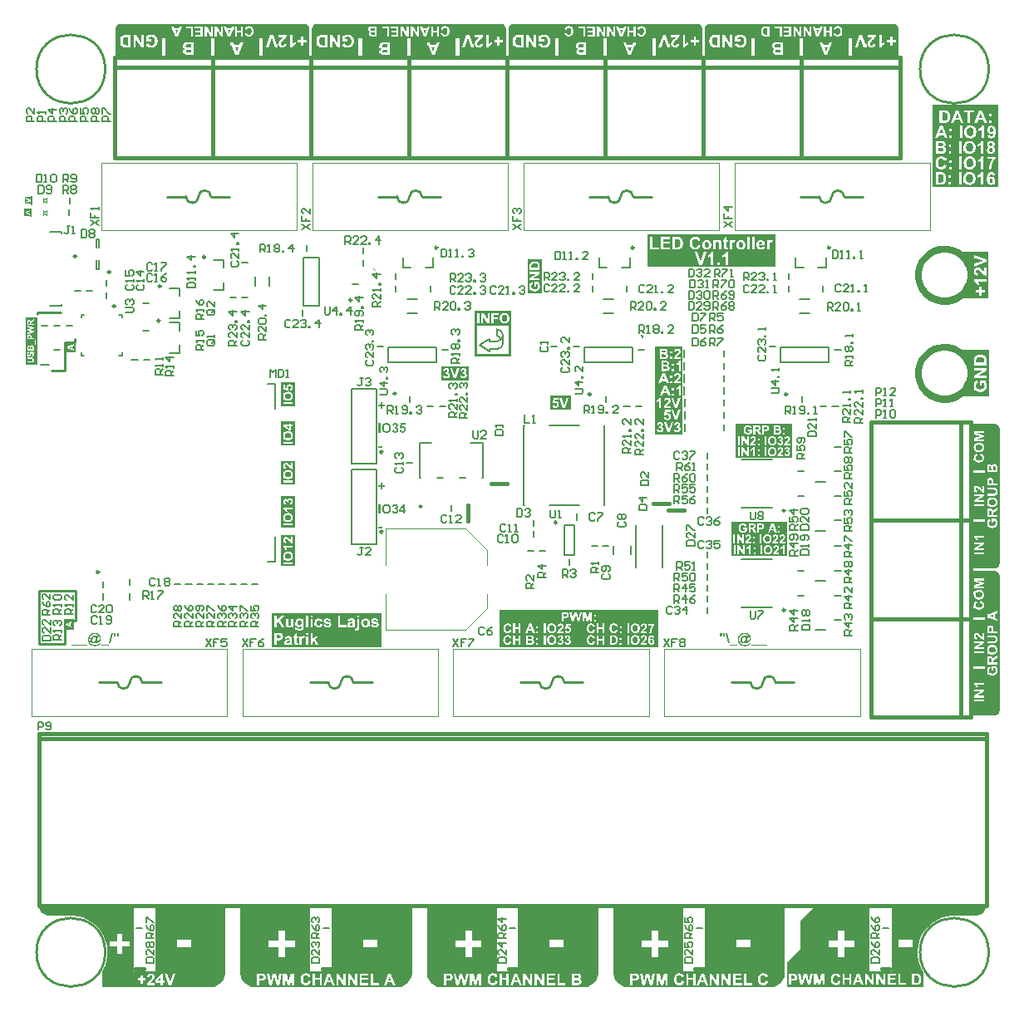
<source format=gbr>
%TF.GenerationSoftware,Altium Limited,Altium Designer,25.8.1 (18)*%
G04 Layer_Color=65535*
%FSLAX45Y45*%
%MOMM*%
%TF.SameCoordinates,5F8AD7AF-A6C7-491F-921A-1EE88451CE46*%
%TF.FilePolarity,Positive*%
%TF.FileFunction,Legend,Top*%
%TF.Part,Single*%
G01*
G75*
%TA.AperFunction,NonConductor*%
%ADD49C,0.16000*%
%ADD72C,0.25000*%
%ADD73C,0.20000*%
%ADD74C,0.25400*%
%ADD75C,0.40000*%
%ADD76C,0.12500*%
%ADD77C,0.10000*%
G36*
X8458999Y9962500D02*
X8879000D01*
X8878999Y9962499D01*
X8881578Y9962500D01*
X8886712Y9961994D01*
X8891771Y9960987D01*
X8896707Y9959490D01*
X8901473Y9957516D01*
X8906022Y9955085D01*
X8910311Y9952219D01*
X8914299Y9948947D01*
X8917946Y9945299D01*
X8921218Y9941312D01*
X8924084Y9937023D01*
X8926516Y9932473D01*
X8928490Y9927708D01*
X8929987Y9922772D01*
X8930994Y9917712D01*
X8931499Y9912579D01*
X8931499Y9910000D01*
X8931500D01*
Y9660000D01*
X8931500D01*
Y9637500D01*
X8456500D01*
Y9660000D01*
X8456500D01*
Y9812502D01*
X7431500D01*
Y9637500D01*
X6956500D01*
Y9660000D01*
D01*
Y9909500D01*
Y9910000D01*
X6956500Y9912579D01*
X6957005Y9917712D01*
X6958012Y9922772D01*
X6959509Y9927708D01*
X6961483Y9932473D01*
X6963915Y9937023D01*
X6966781Y9941312D01*
X6970053Y9945299D01*
X6973700Y9948947D01*
X6977688Y9952219D01*
X6981977Y9955085D01*
X6986526Y9957516D01*
X6991292Y9959490D01*
X6996228Y9960987D01*
X7001287Y9961994D01*
X7006421Y9962500D01*
X7009000Y9962499D01*
X7009000Y9962500D01*
X7428999D01*
Y9962502D01*
X8458999D01*
Y9962500D01*
D02*
G37*
G36*
X6459001D02*
X6879000D01*
X6878999Y9962499D01*
X6881579Y9962500D01*
X6886712Y9961994D01*
X6891771Y9960987D01*
X6896707Y9959490D01*
X6901473Y9957516D01*
X6906022Y9955085D01*
X6910311Y9952219D01*
X6914299Y9948947D01*
X6917946Y9945299D01*
X6921219Y9941312D01*
X6924084Y9937023D01*
X6926516Y9932473D01*
X6928490Y9927708D01*
X6929987Y9922772D01*
X6930994Y9917712D01*
X6931499Y9912579D01*
X6931499Y9910000D01*
X6931500D01*
Y9660000D01*
X6931500D01*
Y9637500D01*
X6456500D01*
Y9660000D01*
X6456500D01*
Y9812502D01*
X5431500D01*
Y9660000D01*
D01*
Y9637500D01*
X4956500D01*
Y9660500D01*
D01*
Y9909500D01*
D01*
Y9910000D01*
X4956500Y9912579D01*
X4957006Y9917712D01*
X4958012Y9922772D01*
X4959509Y9927708D01*
X4961483Y9932473D01*
X4963915Y9937023D01*
X4966781Y9941312D01*
X4970053Y9945299D01*
X4973700Y9948947D01*
X4977688Y9952219D01*
X4981977Y9955085D01*
X4986526Y9957516D01*
X4991292Y9959490D01*
X4996228Y9960987D01*
X5001287Y9961994D01*
X5006421Y9962500D01*
X5009000Y9962499D01*
X5009000Y9962500D01*
X5429001D01*
Y9962502D01*
X6459001D01*
Y9962500D01*
D02*
G37*
G36*
X4459001Y9962502D02*
Y9962500D01*
X4879000D01*
X4878999Y9962499D01*
X4881579Y9962500D01*
X4886712Y9961994D01*
X4891771Y9960987D01*
X4896707Y9959490D01*
X4901473Y9957516D01*
X4906022Y9955085D01*
X4910311Y9952219D01*
X4914299Y9948947D01*
X4917946Y9945299D01*
X4921219Y9941312D01*
X4924084Y9937023D01*
X4926516Y9932473D01*
X4928490Y9927708D01*
X4929987Y9922772D01*
X4930994Y9917712D01*
X4931499Y9912579D01*
X4931499Y9910000D01*
X4931500D01*
Y9660000D01*
X4931500D01*
Y9637500D01*
X4456500D01*
Y9660000D01*
X4456500D01*
Y9812502D01*
X3431500D01*
Y9660000D01*
D01*
Y9637500D01*
X2956500D01*
Y9660000D01*
Y9909500D01*
Y9910000D01*
X2956500Y9912579D01*
X2957006Y9917712D01*
X2958012Y9922772D01*
X2959509Y9927708D01*
X2961483Y9932473D01*
X2963915Y9937023D01*
X2966781Y9941312D01*
X2970053Y9945299D01*
X2973700Y9948947D01*
X2977688Y9952219D01*
X2981977Y9955085D01*
X2986526Y9957516D01*
X2991292Y9959490D01*
X2996228Y9960987D01*
X3001287Y9961994D01*
X3006421Y9962500D01*
X3009000Y9962499D01*
X3009000Y9962500D01*
X3429001D01*
Y9962502D01*
X4459001D01*
D02*
G37*
G36*
X2459001Y9962500D02*
X2879000D01*
X2878999Y9962499D01*
X2881578Y9962500D01*
X2886712Y9961994D01*
X2891771Y9960987D01*
X2896707Y9959490D01*
X2901473Y9957516D01*
X2906022Y9955085D01*
X2910311Y9952219D01*
X2914299Y9948947D01*
X2917946Y9945299D01*
X2921218Y9941312D01*
X2924084Y9937023D01*
X2926516Y9932473D01*
X2928490Y9927708D01*
X2929987Y9922772D01*
X2930994Y9917712D01*
X2931499Y9912579D01*
X2931499Y9910000D01*
X2931500D01*
Y9660000D01*
X2931500D01*
Y9637500D01*
X2456500D01*
Y9660000D01*
X2456500D01*
Y9812502D01*
X1431500D01*
Y9660000D01*
D01*
Y9637500D01*
X956500D01*
Y9660000D01*
Y9909500D01*
Y9910000D01*
X956500Y9912579D01*
X957005Y9917712D01*
X958012Y9922772D01*
X959509Y9927708D01*
X961483Y9932473D01*
X963915Y9937023D01*
X966781Y9941312D01*
X970053Y9945299D01*
X973700Y9948947D01*
X977688Y9952219D01*
X981977Y9955085D01*
X986526Y9957516D01*
X991292Y9959490D01*
X996228Y9960987D01*
X1001287Y9961994D01*
X1006421Y9962500D01*
X1009000Y9962499D01*
X1009000Y9962500D01*
X1429001D01*
Y9962502D01*
X2459001D01*
Y9962500D01*
D02*
G37*
G36*
X7926751Y9607500D02*
X7466751D01*
Y9812500D01*
X7926751D01*
Y9607500D01*
D02*
G37*
G36*
X3926750D02*
X3466749D01*
Y9812500D01*
X3926750D01*
Y9607500D01*
D02*
G37*
G36*
X1926750D02*
X1466749D01*
Y9812500D01*
X1926750D01*
Y9607500D01*
D02*
G37*
G36*
X5926750D02*
X5466750D01*
Y9812500D01*
X5926750D01*
Y9607500D01*
D02*
G37*
G36*
X4421252Y9812500D02*
Y9607500D01*
X3961252D01*
Y9812500D01*
X4421252D01*
D02*
G37*
G36*
X2421252D02*
Y9607500D01*
X1961252D01*
Y9812500D01*
X2421252D01*
D02*
G37*
G36*
X8421250Y9607500D02*
X7961250D01*
Y9812500D01*
X8421250D01*
Y9607500D01*
D02*
G37*
G36*
X6421252Y9812500D02*
Y9607500D01*
X5961252D01*
Y9812500D01*
X6421252D01*
D02*
G37*
G36*
X9945975Y8952177D02*
X9279025D01*
Y9137766D01*
X9945975D01*
Y8952177D01*
D02*
G37*
G36*
D02*
Y8794133D01*
X9279025D01*
X9945975D01*
Y8636089D01*
Y8478044D01*
X9279025D01*
Y8636089D01*
Y8794133D01*
Y8952177D01*
X9945975D01*
D02*
G37*
G36*
Y8478044D02*
Y8300000D01*
X9279025D01*
Y8478044D01*
X9945975D01*
D02*
G37*
G36*
X7674006Y7660859D02*
Y7485658D01*
X6375994D01*
Y7660859D01*
Y7814342D01*
X7674006D01*
Y7660859D01*
D02*
G37*
G36*
X5298001Y7559512D02*
Y7215488D01*
X5151998D01*
Y7559512D01*
X5298001D01*
D02*
G37*
G36*
X9430968Y7699358D02*
X9478097Y7690646D01*
X9523244Y7674564D01*
X9565266Y7651518D01*
X9584182Y7636806D01*
X9584182Y7636806D01*
X9679174D01*
Y7637501D01*
X9847595D01*
Y7162501D01*
X9679174D01*
Y7163194D01*
X9584182D01*
X9565266Y7148482D01*
X9523244Y7125437D01*
X9478097Y7109354D01*
X9430968Y7100642D01*
X9383055Y7099522D01*
X9335571Y7106022D01*
X9289721Y7119977D01*
X9246668Y7141034D01*
X9207503Y7168658D01*
X9173220Y7202149D01*
X9144688Y7240657D01*
X9122631Y7283207D01*
X9107608Y7328718D01*
X9100000Y7376037D01*
Y7423963D01*
X9107608Y7471282D01*
X9122631Y7516793D01*
X9144688Y7559343D01*
X9173220Y7597851D01*
X9207503Y7631342D01*
X9246668Y7658966D01*
X9289721Y7680023D01*
X9335571Y7693978D01*
X9383055Y7700478D01*
X9430968Y7699358D01*
D02*
G37*
G36*
X4987500Y6887500D02*
Y6575000D01*
X4612500D01*
Y6887500D01*
Y7037500D01*
X4987500D01*
Y6887500D01*
D02*
G37*
G36*
X4554098Y6327665D02*
X4270902D01*
Y6472336D01*
X4554098D01*
Y6327665D01*
D02*
G37*
G36*
X9430968Y6699358D02*
X9478097Y6690646D01*
X9523244Y6674563D01*
X9565266Y6651518D01*
X9584182Y6636805D01*
X9584182Y6636806D01*
X9677163D01*
Y6637501D01*
X9849606D01*
Y6162501D01*
X9677163D01*
Y6163194D01*
X9584182D01*
X9565266Y6148482D01*
X9523244Y6125436D01*
X9478097Y6109354D01*
X9430968Y6100642D01*
X9383055Y6099522D01*
X9335571Y6106022D01*
X9289721Y6119977D01*
X9246668Y6141034D01*
X9207503Y6168658D01*
X9173220Y6202149D01*
X9144688Y6240657D01*
X9122631Y6283206D01*
X9107608Y6328718D01*
X9100000Y6376037D01*
Y6423963D01*
X9107608Y6471282D01*
X9122631Y6516793D01*
X9144688Y6559342D01*
X9173220Y6597851D01*
X9207503Y6631342D01*
X9246668Y6658966D01*
X9289721Y6680022D01*
X9335571Y6693978D01*
X9383055Y6700478D01*
X9430968Y6699358D01*
D02*
G37*
G36*
X3676468Y6084391D02*
X3701670D01*
Y6067104D01*
X3676468D01*
Y6042214D01*
X3659702D01*
Y6067104D01*
X3634500D01*
Y6084391D01*
X3659702D01*
Y6109281D01*
X3676468D01*
Y6084391D01*
D02*
G37*
G36*
X5591803Y6027831D02*
X5383197D01*
Y6172169D01*
X5591803D01*
Y6027831D01*
D02*
G37*
G36*
X3804456Y5892440D02*
X3805394D01*
X3806539Y5892232D01*
X3807893Y5892128D01*
X3809351Y5891815D01*
X3810913Y5891503D01*
X3812684Y5890982D01*
X3814454Y5890462D01*
X3816224Y5889733D01*
X3817995Y5888900D01*
X3819869Y5887858D01*
X3821640Y5886713D01*
X3823306Y5885359D01*
X3824868Y5883797D01*
X3824972Y5883693D01*
X3825180Y5883484D01*
X3825493Y5883068D01*
X3825909Y5882547D01*
X3826430Y5881922D01*
X3827055Y5881089D01*
X3827680Y5880152D01*
X3828305Y5879110D01*
X3829554Y5876819D01*
X3830700Y5874112D01*
X3831116Y5872654D01*
X3831429Y5871092D01*
X3831637Y5869530D01*
X3831741Y5867863D01*
Y5867759D01*
Y5867343D01*
X3831637Y5866614D01*
X3831533Y5865780D01*
X3831325Y5864739D01*
X3831012Y5863489D01*
X3830596Y5862031D01*
X3829971Y5860573D01*
X3829242Y5859011D01*
X3828409Y5857345D01*
X3827263Y5855679D01*
X3825909Y5854013D01*
X3824347Y5852346D01*
X3822473Y5850680D01*
X3820286Y5849118D01*
X3817891Y5847660D01*
X3817995D01*
X3818307Y5847556D01*
X3818724Y5847452D01*
X3819244Y5847244D01*
X3819973Y5847035D01*
X3820806Y5846723D01*
X3822577Y5845994D01*
X3824764Y5844952D01*
X3826951Y5843495D01*
X3829033Y5841828D01*
X3830075Y5840787D01*
X3831012Y5839641D01*
X3831116Y5839537D01*
X3831220Y5839329D01*
X3831429Y5839017D01*
X3831845Y5838600D01*
X3832158Y5837975D01*
X3832574Y5837246D01*
X3833095Y5836413D01*
X3833512Y5835476D01*
X3834449Y5833289D01*
X3835282Y5830789D01*
X3835803Y5827874D01*
X3835907Y5826311D01*
X3836011Y5824749D01*
Y5824645D01*
Y5824229D01*
X3835907Y5823500D01*
Y5822667D01*
X3835698Y5821521D01*
X3835490Y5820271D01*
X3835282Y5818917D01*
X3834865Y5817355D01*
X3834345Y5815689D01*
X3833720Y5813919D01*
X3832991Y5812148D01*
X3832054Y5810378D01*
X3831012Y5808503D01*
X3829762Y5806733D01*
X3828409Y5804963D01*
X3826742Y5803192D01*
X3826638Y5803088D01*
X3826326Y5802776D01*
X3825805Y5802359D01*
X3825076Y5801839D01*
X3824139Y5801110D01*
X3823098Y5800381D01*
X3821848Y5799547D01*
X3820390Y5798818D01*
X3818828Y5797985D01*
X3817057Y5797152D01*
X3815079Y5796423D01*
X3813100Y5795694D01*
X3810913Y5795174D01*
X3808622Y5794757D01*
X3806123Y5794445D01*
X3803623Y5794340D01*
X3802998D01*
X3802374Y5794445D01*
X3801436D01*
X3800395Y5794549D01*
X3799041Y5794757D01*
X3797583Y5794965D01*
X3796021Y5795278D01*
X3794355Y5795694D01*
X3792584Y5796215D01*
X3790814Y5796736D01*
X3789044Y5797465D01*
X3787169Y5798402D01*
X3785399Y5799339D01*
X3783628Y5800485D01*
X3781962Y5801839D01*
X3781858Y5801943D01*
X3781546Y5802151D01*
X3781129Y5802568D01*
X3780608Y5803192D01*
X3779984Y5803921D01*
X3779150Y5804859D01*
X3778421Y5805900D01*
X3777484Y5807150D01*
X3776651Y5808503D01*
X3775818Y5809961D01*
X3774985Y5811524D01*
X3774152Y5813294D01*
X3773527Y5815168D01*
X3772902Y5817147D01*
X3772381Y5819334D01*
X3772069Y5821521D01*
X3789877Y5823708D01*
Y5823604D01*
Y5823396D01*
X3789981Y5823083D01*
X3790085Y5822562D01*
X3790293Y5821313D01*
X3790814Y5819855D01*
X3791335Y5818084D01*
X3792168Y5816418D01*
X3793209Y5814648D01*
X3794459Y5813190D01*
X3794667Y5813086D01*
X3795084Y5812669D01*
X3795917Y5812044D01*
X3796958Y5811419D01*
X3798312Y5810795D01*
X3799874Y5810170D01*
X3801645Y5809753D01*
X3803519Y5809649D01*
X3804040D01*
X3804456Y5809753D01*
X3805498Y5809857D01*
X3806852Y5810170D01*
X3808414Y5810690D01*
X3809976Y5811419D01*
X3811642Y5812461D01*
X3813204Y5813919D01*
X3813412Y5814127D01*
X3813829Y5814752D01*
X3814454Y5815689D01*
X3815183Y5817043D01*
X3815912Y5818709D01*
X3816537Y5820688D01*
X3816953Y5822979D01*
X3817162Y5825582D01*
Y5825687D01*
Y5825895D01*
Y5826207D01*
X3817057Y5826728D01*
Y5827353D01*
X3816953Y5827978D01*
X3816745Y5829540D01*
X3816224Y5831310D01*
X3815599Y5833185D01*
X3814662Y5834955D01*
X3813412Y5836621D01*
X3813204Y5836830D01*
X3812788Y5837246D01*
X3811955Y5837975D01*
X3810913Y5838704D01*
X3809559Y5839433D01*
X3807997Y5840162D01*
X3806227Y5840579D01*
X3804248Y5840787D01*
X3803623D01*
X3802894Y5840683D01*
X3801853Y5840579D01*
X3800603Y5840474D01*
X3799249Y5840162D01*
X3797583Y5839850D01*
X3795813Y5839329D01*
X3797791Y5854325D01*
X3799041D01*
X3799666Y5854429D01*
X3800395D01*
X3802061Y5854638D01*
X3803936Y5854950D01*
X3805810Y5855575D01*
X3807581Y5856408D01*
X3809247Y5857449D01*
X3809455Y5857658D01*
X3809872Y5858074D01*
X3810497Y5858803D01*
X3811330Y5859845D01*
X3812059Y5861198D01*
X3812684Y5862760D01*
X3813100Y5864531D01*
X3813308Y5866614D01*
Y5866718D01*
Y5866822D01*
Y5867447D01*
X3813204Y5868280D01*
X3812996Y5869425D01*
X3812579Y5870571D01*
X3812059Y5871925D01*
X3811330Y5873174D01*
X3810392Y5874320D01*
X3810288Y5874424D01*
X3809872Y5874737D01*
X3809247Y5875257D01*
X3808310Y5875778D01*
X3807164Y5876299D01*
X3805914Y5876819D01*
X3804352Y5877132D01*
X3802582Y5877236D01*
X3801749D01*
X3800916Y5877028D01*
X3799770Y5876819D01*
X3798520Y5876403D01*
X3797167Y5875882D01*
X3795813Y5875049D01*
X3794459Y5873903D01*
X3794355Y5873799D01*
X3793938Y5873279D01*
X3793418Y5872550D01*
X3792689Y5871508D01*
X3791960Y5870154D01*
X3791335Y5868592D01*
X3790814Y5866614D01*
X3790398Y5864427D01*
X3773423Y5867238D01*
Y5867343D01*
X3773527Y5867655D01*
X3773631Y5868072D01*
X3773735Y5868696D01*
X3773943Y5869425D01*
X3774152Y5870259D01*
X3774777Y5872237D01*
X3775506Y5874528D01*
X3776443Y5876819D01*
X3777484Y5879110D01*
X3778734Y5881193D01*
Y5881297D01*
X3778942Y5881401D01*
X3779359Y5882026D01*
X3780192Y5883068D01*
X3781337Y5884213D01*
X3782691Y5885567D01*
X3784357Y5886921D01*
X3786336Y5888275D01*
X3788627Y5889524D01*
X3788731D01*
X3788940Y5889629D01*
X3789252Y5889837D01*
X3789773Y5890045D01*
X3790398Y5890253D01*
X3791127Y5890462D01*
X3791960Y5890774D01*
X3792897Y5891087D01*
X3794980Y5891607D01*
X3797479Y5892128D01*
X3800187Y5892440D01*
X3803103Y5892544D01*
X3803727D01*
X3804456Y5892440D01*
D02*
G37*
G36*
X3908076Y5873695D02*
X3873189D01*
X3870273Y5857345D01*
X3870377D01*
X3870585Y5857449D01*
X3870898Y5857658D01*
X3871314Y5857866D01*
X3871939Y5858074D01*
X3872564Y5858387D01*
X3874126Y5858907D01*
X3876105Y5859532D01*
X3878188Y5859949D01*
X3880479Y5860365D01*
X3882874Y5860469D01*
X3883395D01*
X3884019Y5860365D01*
X3884957D01*
X3885998Y5860157D01*
X3887248Y5859949D01*
X3888602Y5859740D01*
X3890060Y5859324D01*
X3891726Y5858907D01*
X3893392Y5858282D01*
X3895058Y5857553D01*
X3896829Y5856720D01*
X3898599Y5855679D01*
X3900369Y5854429D01*
X3902036Y5853075D01*
X3903702Y5851513D01*
X3903806Y5851409D01*
X3904118Y5851097D01*
X3904535Y5850576D01*
X3905056Y5849847D01*
X3905681Y5849014D01*
X3906410Y5847973D01*
X3907243Y5846723D01*
X3908076Y5845265D01*
X3908805Y5843703D01*
X3909638Y5841932D01*
X3910367Y5839954D01*
X3910992Y5837975D01*
X3911512Y5835684D01*
X3911929Y5833393D01*
X3912241Y5830894D01*
X3912345Y5828290D01*
Y5828186D01*
Y5827769D01*
Y5827145D01*
X3912241Y5826311D01*
X3912137Y5825270D01*
X3911929Y5824020D01*
X3911721Y5822667D01*
X3911512Y5821209D01*
X3911096Y5819542D01*
X3910679Y5817876D01*
X3910054Y5816106D01*
X3909430Y5814335D01*
X3908596Y5812461D01*
X3907659Y5810690D01*
X3906618Y5808816D01*
X3905368Y5807046D01*
X3905264Y5806941D01*
X3904952Y5806525D01*
X3904431Y5805900D01*
X3903598Y5805067D01*
X3902660Y5804130D01*
X3901515Y5802984D01*
X3900161Y5801839D01*
X3898599Y5800693D01*
X3896829Y5799547D01*
X3894850Y5798402D01*
X3892767Y5797256D01*
X3890476Y5796319D01*
X3887977Y5795486D01*
X3885269Y5794861D01*
X3882353Y5794445D01*
X3879333Y5794340D01*
X3878083D01*
X3877146Y5794445D01*
X3876001Y5794549D01*
X3874647Y5794757D01*
X3873189Y5794965D01*
X3871627Y5795278D01*
X3868190Y5796111D01*
X3866316Y5796632D01*
X3864545Y5797361D01*
X3862671Y5798194D01*
X3860900Y5799131D01*
X3859234Y5800172D01*
X3857568Y5801422D01*
X3857464Y5801526D01*
X3857255Y5801734D01*
X3856839Y5802151D01*
X3856214Y5802776D01*
X3855589Y5803505D01*
X3854860Y5804338D01*
X3854027Y5805379D01*
X3853194Y5806525D01*
X3852361Y5807879D01*
X3851528Y5809337D01*
X3850695Y5810899D01*
X3849861Y5812565D01*
X3849133Y5814439D01*
X3848508Y5816418D01*
X3848091Y5818501D01*
X3847675Y5820688D01*
X3866003Y5822667D01*
Y5822562D01*
Y5822354D01*
X3866107Y5822042D01*
X3866211Y5821625D01*
X3866420Y5820480D01*
X3866836Y5819126D01*
X3867461Y5817460D01*
X3868294Y5815897D01*
X3869336Y5814231D01*
X3870585Y5812773D01*
X3870794Y5812669D01*
X3871314Y5812253D01*
X3872043Y5811628D01*
X3873189Y5811003D01*
X3874439Y5810274D01*
X3876001Y5809753D01*
X3877667Y5809337D01*
X3879541Y5809128D01*
X3880062D01*
X3880479Y5809232D01*
X3881624Y5809337D01*
X3882978Y5809753D01*
X3884540Y5810274D01*
X3886102Y5811107D01*
X3887768Y5812253D01*
X3888602Y5812982D01*
X3889331Y5813815D01*
Y5813919D01*
X3889539Y5814023D01*
X3889747Y5814335D01*
X3889955Y5814648D01*
X3890268Y5815168D01*
X3890580Y5815793D01*
X3890997Y5816522D01*
X3891413Y5817355D01*
X3891726Y5818293D01*
X3892142Y5819334D01*
X3892455Y5820480D01*
X3892767Y5821729D01*
X3892975Y5823187D01*
X3893184Y5824645D01*
X3893392Y5826311D01*
Y5827978D01*
Y5828082D01*
Y5828394D01*
Y5828811D01*
X3893288Y5829436D01*
Y5830165D01*
X3893184Y5830998D01*
X3892871Y5832976D01*
X3892455Y5835163D01*
X3891726Y5837350D01*
X3890684Y5839433D01*
X3889331Y5841308D01*
Y5841412D01*
X3889122Y5841516D01*
X3888602Y5842037D01*
X3887768Y5842766D01*
X3886519Y5843599D01*
X3885061Y5844328D01*
X3883290Y5845057D01*
X3881312Y5845577D01*
X3880166Y5845786D01*
X3878292D01*
X3877667Y5845681D01*
X3876938Y5845577D01*
X3876209Y5845369D01*
X3874230Y5844952D01*
X3872043Y5844119D01*
X3870794Y5843495D01*
X3869648Y5842870D01*
X3868398Y5842037D01*
X3867149Y5841099D01*
X3865899Y5840058D01*
X3864754Y5838808D01*
X3849861Y5840891D01*
X3859338Y5890982D01*
X3908076D01*
Y5873695D01*
D02*
G37*
G36*
X3653870Y5796111D02*
X3634500D01*
Y5892232D01*
X3653870D01*
Y5796111D01*
D02*
G37*
G36*
X3716979Y5893690D02*
X3718437Y5893586D01*
X3720207Y5893378D01*
X3722290Y5893065D01*
X3724581Y5892649D01*
X3727080Y5892128D01*
X3729788Y5891399D01*
X3732496Y5890566D01*
X3735307Y5889524D01*
X3738223Y5888171D01*
X3741035Y5886713D01*
X3743743Y5884942D01*
X3746346Y5882859D01*
X3748846Y5880568D01*
X3748950Y5880464D01*
X3749366Y5879944D01*
X3749991Y5879215D01*
X3750824Y5878173D01*
X3751866Y5876819D01*
X3752907Y5875153D01*
X3754053Y5873279D01*
X3755302Y5870987D01*
X3756448Y5868592D01*
X3757593Y5865780D01*
X3758739Y5862760D01*
X3759676Y5859532D01*
X3760509Y5855991D01*
X3761134Y5852242D01*
X3761551Y5848181D01*
X3761655Y5843911D01*
Y5843807D01*
Y5843599D01*
Y5843286D01*
Y5842870D01*
Y5842349D01*
X3761551Y5841724D01*
X3761447Y5840058D01*
X3761238Y5838079D01*
X3761030Y5835892D01*
X3760614Y5833289D01*
X3760093Y5830581D01*
X3759364Y5827769D01*
X3758531Y5824749D01*
X3757489Y5821729D01*
X3756344Y5818709D01*
X3754886Y5815689D01*
X3753115Y5812773D01*
X3751241Y5810066D01*
X3748950Y5807462D01*
X3748846Y5807358D01*
X3748325Y5806941D01*
X3747700Y5806212D01*
X3746659Y5805379D01*
X3745409Y5804442D01*
X3743847Y5803296D01*
X3742077Y5802151D01*
X3739994Y5800901D01*
X3737703Y5799652D01*
X3735203Y5798506D01*
X3732392Y5797361D01*
X3729372Y5796423D01*
X3726143Y5795590D01*
X3722707Y5794861D01*
X3718958Y5794445D01*
X3715104Y5794340D01*
X3714167D01*
X3713022Y5794445D01*
X3711564Y5794549D01*
X3709793Y5794757D01*
X3707606Y5795069D01*
X3705315Y5795382D01*
X3702816Y5796007D01*
X3700108Y5796632D01*
X3697401Y5797569D01*
X3694485Y5798610D01*
X3691673Y5799860D01*
X3688861Y5801318D01*
X3686153Y5803088D01*
X3683550Y5805067D01*
X3681051Y5807358D01*
X3680946Y5807566D01*
X3680530Y5807983D01*
X3679905Y5808712D01*
X3679072Y5809753D01*
X3678135Y5811107D01*
X3677093Y5812773D01*
X3675948Y5814648D01*
X3674802Y5816835D01*
X3673552Y5819230D01*
X3672407Y5821938D01*
X3671366Y5824853D01*
X3670428Y5828082D01*
X3669595Y5831518D01*
X3668970Y5835267D01*
X3668554Y5839225D01*
X3668450Y5843390D01*
Y5843599D01*
Y5844015D01*
Y5844848D01*
X3668554Y5845890D01*
Y5847139D01*
X3668658Y5848597D01*
X3668866Y5850159D01*
X3668970Y5852034D01*
X3669283Y5853909D01*
X3669491Y5855887D01*
X3670324Y5860053D01*
X3671366Y5864114D01*
X3672095Y5866197D01*
X3672823Y5868072D01*
Y5868176D01*
X3672928Y5868384D01*
X3673136Y5868801D01*
X3673448Y5869321D01*
X3673761Y5869946D01*
X3674177Y5870675D01*
X3675115Y5872550D01*
X3676364Y5874528D01*
X3677926Y5876819D01*
X3679697Y5879006D01*
X3681675Y5881297D01*
X3681780Y5881401D01*
X3681988Y5881506D01*
X3682300Y5881818D01*
X3682717Y5882235D01*
X3683237Y5882755D01*
X3683862Y5883276D01*
X3685424Y5884526D01*
X3687195Y5885984D01*
X3689382Y5887442D01*
X3691673Y5888795D01*
X3694172Y5889941D01*
X3694276D01*
X3694589Y5890149D01*
X3695109Y5890253D01*
X3695734Y5890566D01*
X3696567Y5890878D01*
X3697609Y5891191D01*
X3698754Y5891503D01*
X3700108Y5891920D01*
X3701566Y5892232D01*
X3703128Y5892544D01*
X3704899Y5892857D01*
X3706669Y5893169D01*
X3710626Y5893586D01*
X3714896Y5893794D01*
X3715833D01*
X3716979Y5893690D01*
D02*
G37*
G36*
X6731250Y6528608D02*
Y6403608D01*
Y6278608D01*
Y6153608D01*
Y6028608D01*
Y5902831D01*
Y5777665D01*
X6447250D01*
Y5902831D01*
Y6028608D01*
Y6153608D01*
Y6278608D01*
Y6403608D01*
Y6528608D01*
Y6671392D01*
X6731250D01*
Y6528608D01*
D02*
G37*
G36*
X3670741Y5641338D02*
X3634500D01*
Y5659771D01*
X3670741D01*
Y5641338D01*
D02*
G37*
G36*
X7850000Y5776742D02*
Y5666169D01*
Y5535596D01*
X7275000D01*
Y5666169D01*
Y5776742D01*
Y5889404D01*
X7850000D01*
Y5776742D01*
D02*
G37*
G36*
X3676468Y5259391D02*
X3701670D01*
Y5242104D01*
X3676468D01*
Y5217214D01*
X3659702D01*
Y5242104D01*
X3634500D01*
Y5259391D01*
X3659702D01*
Y5284281D01*
X3676468D01*
Y5259391D01*
D02*
G37*
G36*
X3804456Y5067440D02*
X3805394D01*
X3806539Y5067232D01*
X3807893Y5067128D01*
X3809351Y5066815D01*
X3810913Y5066503D01*
X3812684Y5065982D01*
X3814454Y5065462D01*
X3816224Y5064733D01*
X3817995Y5063899D01*
X3819869Y5062858D01*
X3821640Y5061713D01*
X3823306Y5060359D01*
X3824868Y5058797D01*
X3824972Y5058692D01*
X3825180Y5058484D01*
X3825493Y5058068D01*
X3825909Y5057547D01*
X3826430Y5056922D01*
X3827055Y5056089D01*
X3827680Y5055152D01*
X3828305Y5054110D01*
X3829554Y5051819D01*
X3830700Y5049112D01*
X3831116Y5047654D01*
X3831429Y5046092D01*
X3831637Y5044529D01*
X3831741Y5042863D01*
Y5042759D01*
Y5042342D01*
X3831637Y5041613D01*
X3831533Y5040780D01*
X3831325Y5039739D01*
X3831012Y5038489D01*
X3830596Y5037031D01*
X3829971Y5035573D01*
X3829242Y5034011D01*
X3828409Y5032345D01*
X3827263Y5030679D01*
X3825909Y5029013D01*
X3824347Y5027346D01*
X3822473Y5025680D01*
X3820286Y5024118D01*
X3817891Y5022660D01*
X3817995D01*
X3818307Y5022556D01*
X3818724Y5022452D01*
X3819244Y5022243D01*
X3819973Y5022035D01*
X3820806Y5021723D01*
X3822577Y5020994D01*
X3824764Y5019952D01*
X3826951Y5018494D01*
X3829033Y5016828D01*
X3830075Y5015787D01*
X3831012Y5014641D01*
X3831116Y5014537D01*
X3831220Y5014329D01*
X3831429Y5014016D01*
X3831845Y5013600D01*
X3832158Y5012975D01*
X3832574Y5012246D01*
X3833095Y5011413D01*
X3833512Y5010476D01*
X3834449Y5008289D01*
X3835282Y5005789D01*
X3835803Y5002873D01*
X3835907Y5001311D01*
X3836011Y4999749D01*
Y4999645D01*
Y4999229D01*
X3835907Y4998500D01*
Y4997666D01*
X3835698Y4996521D01*
X3835490Y4995271D01*
X3835282Y4993917D01*
X3834865Y4992355D01*
X3834345Y4990689D01*
X3833720Y4988919D01*
X3832991Y4987148D01*
X3832054Y4985378D01*
X3831012Y4983503D01*
X3829762Y4981733D01*
X3828409Y4979963D01*
X3826742Y4978192D01*
X3826638Y4978088D01*
X3826326Y4977776D01*
X3825805Y4977359D01*
X3825076Y4976838D01*
X3824139Y4976109D01*
X3823098Y4975380D01*
X3821848Y4974547D01*
X3820390Y4973818D01*
X3818828Y4972985D01*
X3817057Y4972152D01*
X3815079Y4971423D01*
X3813100Y4970694D01*
X3810913Y4970173D01*
X3808622Y4969757D01*
X3806123Y4969444D01*
X3803623Y4969340D01*
X3802998D01*
X3802374Y4969444D01*
X3801436D01*
X3800395Y4969549D01*
X3799041Y4969757D01*
X3797583Y4969965D01*
X3796021Y4970278D01*
X3794355Y4970694D01*
X3792584Y4971215D01*
X3790814Y4971736D01*
X3789044Y4972465D01*
X3787169Y4973402D01*
X3785399Y4974339D01*
X3783628Y4975485D01*
X3781962Y4976838D01*
X3781858Y4976943D01*
X3781546Y4977151D01*
X3781129Y4977567D01*
X3780608Y4978192D01*
X3779984Y4978921D01*
X3779150Y4979858D01*
X3778421Y4980900D01*
X3777484Y4982150D01*
X3776651Y4983503D01*
X3775818Y4984961D01*
X3774985Y4986523D01*
X3774152Y4988294D01*
X3773527Y4990168D01*
X3772902Y4992147D01*
X3772381Y4994334D01*
X3772069Y4996521D01*
X3789877Y4998708D01*
Y4998604D01*
Y4998395D01*
X3789981Y4998083D01*
X3790085Y4997562D01*
X3790293Y4996313D01*
X3790814Y4994855D01*
X3791335Y4993084D01*
X3792168Y4991418D01*
X3793209Y4989648D01*
X3794459Y4988190D01*
X3794667Y4988086D01*
X3795084Y4987669D01*
X3795917Y4987044D01*
X3796958Y4986419D01*
X3798312Y4985794D01*
X3799874Y4985170D01*
X3801645Y4984753D01*
X3803519Y4984649D01*
X3804040D01*
X3804456Y4984753D01*
X3805498Y4984857D01*
X3806852Y4985170D01*
X3808414Y4985690D01*
X3809976Y4986419D01*
X3811642Y4987461D01*
X3813204Y4988919D01*
X3813412Y4989127D01*
X3813829Y4989752D01*
X3814454Y4990689D01*
X3815183Y4992043D01*
X3815912Y4993709D01*
X3816537Y4995688D01*
X3816953Y4997979D01*
X3817162Y5000582D01*
Y5000686D01*
Y5000895D01*
Y5001207D01*
X3817057Y5001728D01*
Y5002353D01*
X3816953Y5002978D01*
X3816745Y5004540D01*
X3816224Y5006310D01*
X3815599Y5008185D01*
X3814662Y5009955D01*
X3813412Y5011621D01*
X3813204Y5011829D01*
X3812788Y5012246D01*
X3811955Y5012975D01*
X3810913Y5013704D01*
X3809559Y5014433D01*
X3807997Y5015162D01*
X3806227Y5015578D01*
X3804248Y5015787D01*
X3803623D01*
X3802894Y5015683D01*
X3801853Y5015578D01*
X3800603Y5015474D01*
X3799249Y5015162D01*
X3797583Y5014850D01*
X3795813Y5014329D01*
X3797791Y5029325D01*
X3799041D01*
X3799666Y5029429D01*
X3800395D01*
X3802061Y5029637D01*
X3803936Y5029950D01*
X3805810Y5030575D01*
X3807581Y5031408D01*
X3809247Y5032449D01*
X3809455Y5032657D01*
X3809872Y5033074D01*
X3810497Y5033803D01*
X3811330Y5034844D01*
X3812059Y5036198D01*
X3812684Y5037760D01*
X3813100Y5039531D01*
X3813308Y5041613D01*
Y5041718D01*
Y5041822D01*
Y5042447D01*
X3813204Y5043280D01*
X3812996Y5044425D01*
X3812579Y5045571D01*
X3812059Y5046925D01*
X3811330Y5048174D01*
X3810392Y5049320D01*
X3810288Y5049424D01*
X3809872Y5049736D01*
X3809247Y5050257D01*
X3808310Y5050778D01*
X3807164Y5051299D01*
X3805914Y5051819D01*
X3804352Y5052132D01*
X3802582Y5052236D01*
X3801749D01*
X3800916Y5052027D01*
X3799770Y5051819D01*
X3798520Y5051403D01*
X3797167Y5050882D01*
X3795813Y5050049D01*
X3794459Y5048903D01*
X3794355Y5048799D01*
X3793938Y5048278D01*
X3793418Y5047549D01*
X3792689Y5046508D01*
X3791960Y5045154D01*
X3791335Y5043592D01*
X3790814Y5041613D01*
X3790398Y5039427D01*
X3773423Y5042238D01*
Y5042342D01*
X3773527Y5042655D01*
X3773631Y5043071D01*
X3773735Y5043696D01*
X3773943Y5044425D01*
X3774152Y5045258D01*
X3774777Y5047237D01*
X3775506Y5049528D01*
X3776443Y5051819D01*
X3777484Y5054110D01*
X3778734Y5056193D01*
Y5056297D01*
X3778942Y5056401D01*
X3779359Y5057026D01*
X3780192Y5058068D01*
X3781337Y5059213D01*
X3782691Y5060567D01*
X3784357Y5061921D01*
X3786336Y5063275D01*
X3788627Y5064524D01*
X3788731D01*
X3788940Y5064628D01*
X3789252Y5064837D01*
X3789773Y5065045D01*
X3790398Y5065253D01*
X3791127Y5065462D01*
X3791960Y5065774D01*
X3792897Y5066086D01*
X3794980Y5066607D01*
X3797479Y5067128D01*
X3800187Y5067440D01*
X3803103Y5067544D01*
X3803727D01*
X3804456Y5067440D01*
D02*
G37*
G36*
X3901307Y5006622D02*
X3913283D01*
Y4990481D01*
X3901307D01*
Y4971111D01*
X3883499D01*
Y4990481D01*
X3844238D01*
Y5006518D01*
X3885790Y5067544D01*
X3901307D01*
Y5006622D01*
D02*
G37*
G36*
X3653870Y4971111D02*
X3634500D01*
Y5067232D01*
X3653870D01*
Y4971111D01*
D02*
G37*
G36*
X3716979Y5068690D02*
X3718437Y5068586D01*
X3720207Y5068377D01*
X3722290Y5068065D01*
X3724581Y5067648D01*
X3727080Y5067128D01*
X3729788Y5066399D01*
X3732496Y5065566D01*
X3735307Y5064524D01*
X3738223Y5063170D01*
X3741035Y5061713D01*
X3743743Y5059942D01*
X3746346Y5057859D01*
X3748846Y5055568D01*
X3748950Y5055464D01*
X3749366Y5054943D01*
X3749991Y5054214D01*
X3750824Y5053173D01*
X3751866Y5051819D01*
X3752907Y5050153D01*
X3754053Y5048278D01*
X3755302Y5045987D01*
X3756448Y5043592D01*
X3757593Y5040780D01*
X3758739Y5037760D01*
X3759676Y5034532D01*
X3760509Y5030991D01*
X3761134Y5027242D01*
X3761551Y5023181D01*
X3761655Y5018911D01*
Y5018807D01*
Y5018599D01*
Y5018286D01*
Y5017870D01*
Y5017349D01*
X3761551Y5016724D01*
X3761447Y5015058D01*
X3761238Y5013079D01*
X3761030Y5010892D01*
X3760614Y5008289D01*
X3760093Y5005581D01*
X3759364Y5002769D01*
X3758531Y4999749D01*
X3757489Y4996729D01*
X3756344Y4993709D01*
X3754886Y4990689D01*
X3753115Y4987773D01*
X3751241Y4985065D01*
X3748950Y4982462D01*
X3748846Y4982358D01*
X3748325Y4981941D01*
X3747700Y4981212D01*
X3746659Y4980379D01*
X3745409Y4979442D01*
X3743847Y4978296D01*
X3742077Y4977151D01*
X3739994Y4975901D01*
X3737703Y4974651D01*
X3735203Y4973506D01*
X3732392Y4972360D01*
X3729372Y4971423D01*
X3726143Y4970590D01*
X3722707Y4969861D01*
X3718958Y4969444D01*
X3715104Y4969340D01*
X3714167D01*
X3713022Y4969444D01*
X3711564Y4969549D01*
X3709793Y4969757D01*
X3707606Y4970069D01*
X3705315Y4970382D01*
X3702816Y4971007D01*
X3700108Y4971631D01*
X3697401Y4972569D01*
X3694485Y4973610D01*
X3691673Y4974860D01*
X3688861Y4976318D01*
X3686153Y4978088D01*
X3683550Y4980067D01*
X3681051Y4982358D01*
X3680946Y4982566D01*
X3680530Y4982983D01*
X3679905Y4983712D01*
X3679072Y4984753D01*
X3678135Y4986107D01*
X3677093Y4987773D01*
X3675948Y4989648D01*
X3674802Y4991835D01*
X3673552Y4994230D01*
X3672407Y4996937D01*
X3671366Y4999853D01*
X3670428Y5003082D01*
X3669595Y5006518D01*
X3668970Y5010267D01*
X3668554Y5014225D01*
X3668450Y5018390D01*
Y5018599D01*
Y5019015D01*
Y5019848D01*
X3668554Y5020890D01*
Y5022139D01*
X3668658Y5023597D01*
X3668866Y5025159D01*
X3668970Y5027034D01*
X3669283Y5028908D01*
X3669491Y5030887D01*
X3670324Y5035053D01*
X3671366Y5039114D01*
X3672095Y5041197D01*
X3672823Y5043071D01*
Y5043176D01*
X3672928Y5043384D01*
X3673136Y5043800D01*
X3673448Y5044321D01*
X3673761Y5044946D01*
X3674177Y5045675D01*
X3675115Y5047549D01*
X3676364Y5049528D01*
X3677926Y5051819D01*
X3679697Y5054006D01*
X3681675Y5056297D01*
X3681780Y5056401D01*
X3681988Y5056506D01*
X3682300Y5056818D01*
X3682717Y5057234D01*
X3683237Y5057755D01*
X3683862Y5058276D01*
X3685424Y5059526D01*
X3687195Y5060984D01*
X3689382Y5062441D01*
X3691673Y5063795D01*
X3694172Y5064941D01*
X3694276D01*
X3694589Y5065149D01*
X3695109Y5065253D01*
X3695734Y5065566D01*
X3696567Y5065878D01*
X3697609Y5066191D01*
X3698754Y5066503D01*
X3700108Y5066920D01*
X3701566Y5067232D01*
X3703128Y5067544D01*
X3704899Y5067857D01*
X3706669Y5068169D01*
X3710626Y5068586D01*
X3714896Y5068794D01*
X3715833D01*
X3716979Y5068690D01*
D02*
G37*
G36*
X3670741Y4816338D02*
X3634500D01*
Y4834771D01*
X3670741D01*
Y4816338D01*
D02*
G37*
G36*
X7798250Y4776742D02*
Y4666169D01*
Y4535596D01*
X7226750D01*
Y4666169D01*
Y4776742D01*
Y4889404D01*
X7798250D01*
Y4776742D01*
D02*
G37*
G36*
X9823002Y5887501D02*
Y5887500D01*
X9912432D01*
X9935403Y5877985D01*
X9952985Y5860403D01*
X9962500Y5837432D01*
Y5825000D01*
Y5665000D01*
X9962501D01*
Y4635000D01*
X9962500D01*
Y4475000D01*
Y4462568D01*
X9952985Y4439597D01*
X9935403Y4422015D01*
X9912432Y4412500D01*
X9812500D01*
Y4412501D01*
X9678609D01*
Y4887501D01*
X9812501D01*
Y4912501D01*
X9678609D01*
Y5387501D01*
X9812501D01*
Y5412501D01*
X9676999D01*
Y5887501D01*
X9823002D01*
D02*
G37*
G36*
X3662500Y3778207D02*
X2550000D01*
Y3953181D01*
X3662500D01*
Y3778207D01*
D02*
G37*
G36*
Y3612500D02*
X2550000D01*
Y3778207D01*
X3662500D01*
Y3612500D01*
D02*
G37*
G36*
X6481744Y3870617D02*
Y3751939D01*
Y3612220D01*
X4868256D01*
Y3751939D01*
Y3870617D01*
Y3987780D01*
X6481744D01*
Y3870617D01*
D02*
G37*
G36*
X9823002Y4387501D02*
Y4387500D01*
X9912432D01*
X9935403Y4377985D01*
X9952985Y4360403D01*
X9962500Y4337432D01*
Y4325000D01*
Y4165000D01*
X9962501D01*
Y3135000D01*
X9962500D01*
Y2975000D01*
Y2962568D01*
X9952985Y2939597D01*
X9935403Y2922015D01*
X9912432Y2912500D01*
X9812500D01*
Y2912501D01*
X9678609D01*
Y3387501D01*
X9812501D01*
Y3412501D01*
X9678609D01*
Y3887501D01*
X9812501D01*
Y3912501D01*
X9676999D01*
Y4387501D01*
X9823002D01*
D02*
G37*
G36*
X7773751Y294005D02*
X7773751Y278950D01*
X7767767Y249439D01*
X7756037Y221707D01*
X7739030Y196859D01*
X7717424Y175886D01*
X7692081Y159626D01*
X7664012Y148727D01*
X7634337Y143624D01*
X7621577Y144004D01*
Y143815D01*
X6178303D01*
Y144005D01*
X6165503Y143624D01*
X6135827Y148727D01*
X6107758Y159626D01*
X6082415Y175886D01*
X6060809Y196859D01*
X6043802Y221707D01*
X6032073Y249439D01*
X6026089Y278950D01*
X6026089Y294005D01*
X6026080Y970095D01*
X6179597Y969905D01*
X6179606Y962500D01*
X6737340D01*
Y306185D01*
X6955000D01*
Y962500D01*
X7620234D01*
X7620242Y969905D01*
X7773760Y970095D01*
X7773751Y294005D01*
D02*
G37*
G36*
X5873831D02*
X5873831Y278950D01*
X5867847Y249439D01*
X5856117Y221707D01*
X5839110Y196859D01*
X5817504Y175886D01*
X5792161Y159626D01*
X5764092Y148727D01*
X5734417Y143624D01*
X5721785Y144000D01*
Y143815D01*
X4278255D01*
Y144001D01*
X4265583Y143624D01*
X4235907Y148727D01*
X4207838Y159626D01*
X4182495Y175886D01*
X4160889Y196859D01*
X4143882Y221707D01*
X4132153Y249439D01*
X4126169Y278950D01*
X4126169Y294005D01*
X4126160Y970095D01*
X4279677Y969905D01*
X4279686Y962500D01*
X4837420D01*
Y306185D01*
X5057000D01*
Y962500D01*
X5720314D01*
X5720322Y969905D01*
X5873840Y970095D01*
X5873831Y294005D01*
D02*
G37*
G36*
X3973911D02*
X3973911Y278950D01*
X3967927Y249439D01*
X3956197Y221707D01*
X3939190Y196859D01*
X3917584Y175886D01*
X3892241Y159626D01*
X3864172Y148727D01*
X3834497Y143624D01*
X3825713Y143885D01*
Y143815D01*
X2374487D01*
Y143886D01*
X2365663Y143624D01*
X2335987Y148727D01*
X2307918Y159626D01*
X2282575Y175886D01*
X2260969Y196859D01*
X2243962Y221707D01*
X2232233Y249439D01*
X2226249Y278950D01*
X2226249Y294005D01*
X2226240Y970095D01*
X2379757Y969905D01*
X2379766Y962500D01*
X2937500D01*
Y306185D01*
X3157000D01*
Y962500D01*
X3820394D01*
X3820402Y969905D01*
X3973920Y970095D01*
X3973911Y294005D01*
D02*
G37*
G36*
X9825334Y969052D02*
X9822112Y949087D01*
X9814959Y930172D01*
X9804165Y913071D01*
X9790165Y898477D01*
X9773527Y886981D01*
X9754925Y879048D01*
X9735111Y875000D01*
X9725000D01*
X9500000Y875000D01*
X9475066Y874170D01*
X9425638Y867553D01*
X9377525Y854436D01*
X9331578Y835051D01*
X9288610Y809741D01*
X9249380Y778953D01*
X9214582Y743232D01*
X9184832Y703209D01*
X9160655Y659593D01*
X9142479Y613155D01*
X9130626Y564715D01*
X9125305Y515131D01*
X9126610Y465279D01*
X9134519Y416042D01*
X9148891Y368289D01*
X9169472Y322865D01*
X9180473Y303883D01*
X9182862D01*
Y146117D01*
X7792138D01*
Y303883D01*
X7792292D01*
Y394292D01*
X7933646Y535646D01*
Y540354D01*
Y821146D01*
X8075000Y962500D01*
X8637260D01*
Y303883D01*
X8862460D01*
Y979155D01*
X9824914D01*
X9825334Y969052D01*
D02*
G37*
G36*
X1137540Y306249D02*
X1362780D01*
Y962500D01*
X1920474D01*
X1920482Y969905D01*
X2074000Y970095D01*
X2073991Y294005D01*
X2073991Y278950D01*
X2068007Y249439D01*
X2056277Y221707D01*
X2039270Y196859D01*
X2017664Y175886D01*
X1992321Y159626D01*
X1964252Y148727D01*
X1934577Y143624D01*
X1925000Y143909D01*
Y143751D01*
X820711D01*
Y301270D01*
X818018Y301280D01*
X818018Y301280D01*
X820711Y305928D01*
Y306249D01*
X820898D01*
X830527Y322865D01*
X851109Y368289D01*
X865480Y416042D01*
X873389Y465279D01*
X874694Y515131D01*
X869374Y564715D01*
X857521Y613155D01*
X839345Y659593D01*
X815168Y703209D01*
X785418Y743232D01*
X750620Y778953D01*
X711389Y809741D01*
X668421Y835051D01*
X622474Y854436D01*
X574362Y867553D01*
X524934Y874170D01*
X500000Y875000D01*
X275000Y875000D01*
X264888D01*
X245074Y879048D01*
X226472Y886981D01*
X209835Y898477D01*
X195835Y913071D01*
X185040Y930172D01*
X177887Y949087D01*
X174666Y969052D01*
X175086Y979155D01*
X1137540D01*
Y306249D01*
D02*
G37*
G36*
X2782227Y4436181D02*
X2642773D01*
Y4751319D01*
X2782227D01*
Y4436181D01*
D02*
G37*
G36*
Y4829410D02*
X2642773D01*
Y5145589D01*
X2782227D01*
Y4829410D01*
D02*
G37*
G36*
Y5267265D02*
X2642773D01*
Y5507734D01*
X2782227D01*
Y5267265D01*
D02*
G37*
G36*
Y5663943D02*
X2642773D01*
Y5908057D01*
X2782227D01*
Y5663943D01*
D02*
G37*
G36*
Y6065911D02*
X2642773D01*
Y6309088D01*
X2782227D01*
Y6065911D01*
D02*
G37*
G36*
X7163523Y3735686D02*
X7160193Y3716706D01*
X7145764D01*
X7142101Y3735686D01*
Y3753113D01*
X7163523D01*
Y3735686D01*
D02*
G37*
G36*
X7132111D02*
X7128781Y3716706D01*
X7114351D01*
X7110688Y3735686D01*
Y3753113D01*
X7132111D01*
Y3735686D01*
D02*
G37*
G36*
X7368759Y3754889D02*
X7370313Y3754778D01*
X7372089Y3754667D01*
X7374087Y3754445D01*
X7376307Y3754112D01*
X7378638Y3753779D01*
X7381190Y3753335D01*
X7383743Y3752780D01*
X7386407Y3752114D01*
X7389071Y3751337D01*
X7391846Y3750338D01*
X7394510Y3749339D01*
X7397063Y3748118D01*
X7397174Y3748007D01*
X7397618Y3747785D01*
X7398395Y3747452D01*
X7399283Y3746897D01*
X7400504Y3746120D01*
X7401836Y3745232D01*
X7403279Y3744233D01*
X7404833Y3743123D01*
X7406498Y3741791D01*
X7408274Y3740348D01*
X7409939Y3738683D01*
X7411715Y3737018D01*
X7413380Y3735131D01*
X7415045Y3733023D01*
X7416599Y3730914D01*
X7418042Y3728583D01*
X7418153Y3728472D01*
X7418375Y3728028D01*
X7418708Y3727362D01*
X7419152Y3726363D01*
X7419707Y3725253D01*
X7420373Y3723810D01*
X7421039Y3722256D01*
X7421705Y3720480D01*
X7422371Y3718482D01*
X7423037Y3716373D01*
X7423703Y3714042D01*
X7424258Y3711711D01*
X7424702Y3709158D01*
X7425035Y3706494D01*
X7425257Y3703830D01*
X7425368Y3701055D01*
Y3700833D01*
Y3700278D01*
X7425257Y3699279D01*
X7425146Y3698058D01*
X7425035Y3696504D01*
X7424813Y3694617D01*
X7424480Y3692619D01*
X7424036Y3690288D01*
X7423370Y3687846D01*
X7422704Y3685293D01*
X7421816Y3682629D01*
X7420706Y3679854D01*
X7419485Y3677080D01*
X7418042Y3674305D01*
X7416266Y3671530D01*
X7414379Y3668755D01*
X7414268Y3668533D01*
X7413713Y3667978D01*
X7412936Y3667090D01*
X7411937Y3665980D01*
X7410494Y3664537D01*
X7408940Y3662983D01*
X7406942Y3661429D01*
X7404833Y3659764D01*
X7402391Y3657988D01*
X7399727Y3656434D01*
X7396841Y3654880D01*
X7393733Y3653548D01*
X7390292Y3652327D01*
X7386740Y3651439D01*
X7383077Y3650884D01*
X7379082Y3650662D01*
X7378083D01*
X7377084Y3650773D01*
X7375863Y3650884D01*
X7374420Y3651106D01*
X7372977Y3651550D01*
X7371534Y3651994D01*
X7370313Y3652660D01*
X7370202Y3652771D01*
X7369869Y3652993D01*
X7369314Y3653548D01*
X7368759Y3654103D01*
X7368093Y3654991D01*
X7367427Y3655990D01*
X7366872Y3657211D01*
X7366428Y3658543D01*
X7366317Y3658432D01*
X7366095Y3658210D01*
X7365651Y3657766D01*
X7364985Y3657322D01*
X7364208Y3656767D01*
X7363209Y3656101D01*
X7362210Y3655324D01*
X7360989Y3654658D01*
X7359657Y3653881D01*
X7358214Y3653104D01*
X7356549Y3652438D01*
X7354884Y3651883D01*
X7353108Y3651439D01*
X7351332Y3650995D01*
X7349334Y3650773D01*
X7347336Y3650662D01*
X7346781D01*
X7346226Y3650773D01*
X7345449D01*
X7344450Y3650884D01*
X7343229Y3651106D01*
X7342008Y3651328D01*
X7340565Y3651661D01*
X7339122Y3652105D01*
X7337568Y3652660D01*
X7336014Y3653215D01*
X7334349Y3653992D01*
X7332795Y3654991D01*
X7331130Y3655990D01*
X7329576Y3657211D01*
X7328133Y3658654D01*
X7328022Y3658765D01*
X7327800Y3658987D01*
X7327467Y3659431D01*
X7326912Y3660097D01*
X7326357Y3660874D01*
X7325691Y3661873D01*
X7325025Y3662983D01*
X7324359Y3664315D01*
X7323583Y3665758D01*
X7322917Y3667312D01*
X7322251Y3669088D01*
X7321696Y3670975D01*
X7321141Y3672973D01*
X7320808Y3675193D01*
X7320586Y3677413D01*
X7320475Y3679854D01*
Y3680076D01*
Y3680631D01*
X7320586Y3681408D01*
Y3682629D01*
X7320808Y3684072D01*
X7320919Y3685737D01*
X7321252Y3687624D01*
X7321585Y3689733D01*
X7322140Y3692064D01*
X7322695Y3694395D01*
X7323472Y3696837D01*
X7324359Y3699390D01*
X7325469Y3702054D01*
X7326690Y3704607D01*
X7328022Y3707271D01*
X7329687Y3709824D01*
X7329798Y3710046D01*
X7330242Y3710490D01*
X7330797Y3711378D01*
X7331685Y3712377D01*
X7332795Y3713709D01*
X7334127Y3715041D01*
X7335681Y3716595D01*
X7337457Y3718149D01*
X7339455Y3719592D01*
X7341564Y3721146D01*
X7344006Y3722478D01*
X7346448Y3723810D01*
X7349223Y3724809D01*
X7352109Y3725697D01*
X7355106Y3726141D01*
X7358325Y3726363D01*
X7358880D01*
X7359546Y3726252D01*
X7360434D01*
X7361433Y3726030D01*
X7362654Y3725808D01*
X7363875Y3725586D01*
X7365318Y3725142D01*
X7366872Y3724698D01*
X7368315Y3724032D01*
X7369869Y3723255D01*
X7371423Y3722367D01*
X7372866Y3721257D01*
X7374309Y3719925D01*
X7375530Y3718482D01*
X7376751Y3716817D01*
X7378527Y3724698D01*
X7396952D01*
X7386407Y3674527D01*
Y3674305D01*
X7386296Y3673750D01*
X7386185Y3672973D01*
X7385963Y3671974D01*
X7385852Y3670864D01*
X7385630Y3669865D01*
X7385519Y3668977D01*
Y3668311D01*
Y3668200D01*
Y3667978D01*
X7385630Y3667312D01*
X7385852Y3666424D01*
X7386296Y3665647D01*
X7386407Y3665536D01*
X7386851Y3665314D01*
X7387406Y3664981D01*
X7388183Y3664870D01*
X7388294D01*
X7388738Y3664981D01*
X7389515Y3665092D01*
X7390514Y3665425D01*
X7391735Y3665869D01*
X7393289Y3666535D01*
X7394954Y3667534D01*
X7396841Y3668866D01*
X7396952Y3668977D01*
X7397174Y3669088D01*
X7397507Y3669421D01*
X7398062Y3669865D01*
X7398617Y3670420D01*
X7399283Y3670975D01*
X7400948Y3672640D01*
X7402835Y3674638D01*
X7404722Y3677080D01*
X7406609Y3679965D01*
X7408385Y3683073D01*
Y3683184D01*
X7408607Y3683517D01*
X7408829Y3683961D01*
X7409051Y3684627D01*
X7409384Y3685404D01*
X7409828Y3686403D01*
X7410161Y3687513D01*
X7410605Y3688734D01*
X7411049Y3690177D01*
X7411382Y3691620D01*
X7412159Y3694728D01*
X7412603Y3698169D01*
X7412825Y3701721D01*
Y3701943D01*
Y3702498D01*
X7412714Y3703386D01*
X7412603Y3704607D01*
X7412492Y3706050D01*
X7412159Y3707826D01*
X7411826Y3709713D01*
X7411271Y3711822D01*
X7410605Y3713931D01*
X7409717Y3716262D01*
X7408718Y3718704D01*
X7407497Y3721146D01*
X7406054Y3723588D01*
X7404389Y3725919D01*
X7402502Y3728250D01*
X7400282Y3730470D01*
X7400171Y3730581D01*
X7399727Y3731025D01*
X7398950Y3731580D01*
X7397951Y3732246D01*
X7396730Y3733134D01*
X7395176Y3734132D01*
X7393400Y3735242D01*
X7391291Y3736352D01*
X7388960Y3737351D01*
X7386296Y3738461D01*
X7383521Y3739460D01*
X7380413Y3740348D01*
X7377084Y3741014D01*
X7373421Y3741680D01*
X7369647Y3742013D01*
X7365540Y3742124D01*
X7363653D01*
X7362321Y3742013D01*
X7360767Y3741902D01*
X7358880Y3741680D01*
X7356771Y3741458D01*
X7354440Y3741125D01*
X7351887Y3740792D01*
X7349334Y3740237D01*
X7346670Y3739571D01*
X7344006Y3738905D01*
X7341231Y3737906D01*
X7338567Y3736907D01*
X7335903Y3735686D01*
X7333350Y3734354D01*
X7333239Y3734243D01*
X7332795Y3734021D01*
X7332129Y3733577D01*
X7331241Y3732912D01*
X7330131Y3732135D01*
X7328910Y3731136D01*
X7327467Y3730026D01*
X7326024Y3728694D01*
X7324359Y3727251D01*
X7322806Y3725586D01*
X7321141Y3723810D01*
X7319476Y3721812D01*
X7317922Y3719703D01*
X7316368Y3717483D01*
X7314925Y3715041D01*
X7313593Y3712488D01*
X7313482Y3712377D01*
X7313260Y3711822D01*
X7312927Y3711156D01*
X7312594Y3710046D01*
X7312039Y3708825D01*
X7311484Y3707271D01*
X7310929Y3705495D01*
X7310263Y3703608D01*
X7309597Y3701499D01*
X7309042Y3699168D01*
X7308487Y3696837D01*
X7307932Y3694284D01*
X7307599Y3691620D01*
X7307266Y3688956D01*
X7307044Y3686181D01*
X7306933Y3683295D01*
Y3683184D01*
Y3682629D01*
Y3681852D01*
X7307044Y3680853D01*
X7307155Y3679521D01*
X7307377Y3677967D01*
X7307599Y3676303D01*
X7307821Y3674416D01*
X7308265Y3672418D01*
X7308709Y3670309D01*
X7309375Y3667978D01*
X7310041Y3665758D01*
X7310929Y3663427D01*
X7311928Y3661096D01*
X7313038Y3658765D01*
X7314370Y3656434D01*
X7314481Y3656323D01*
X7314703Y3655879D01*
X7315147Y3655324D01*
X7315702Y3654436D01*
X7316479Y3653437D01*
X7317478Y3652327D01*
X7318477Y3651106D01*
X7319809Y3649774D01*
X7321141Y3648331D01*
X7322695Y3646888D01*
X7324470Y3645445D01*
X7326357Y3644002D01*
X7328355Y3642559D01*
X7330464Y3641227D01*
X7332795Y3640006D01*
X7335237Y3638896D01*
X7335348Y3638785D01*
X7335903Y3638674D01*
X7336569Y3638341D01*
X7337568Y3638008D01*
X7338900Y3637564D01*
X7340454Y3637120D01*
X7342119Y3636565D01*
X7344117Y3636121D01*
X7346337Y3635566D01*
X7348668Y3635011D01*
X7351221Y3634567D01*
X7353885Y3634123D01*
X7356771Y3633790D01*
X7359768Y3633457D01*
X7362876Y3633346D01*
X7366095Y3633235D01*
X7367760D01*
X7368870Y3633346D01*
X7370313D01*
X7371978Y3633457D01*
X7373865Y3633679D01*
X7375974Y3633790D01*
X7378083Y3634123D01*
X7380413Y3634456D01*
X7385186Y3635233D01*
X7390070Y3636454D01*
X7392401Y3637120D01*
X7394732Y3638008D01*
X7394843Y3638119D01*
X7395287Y3638230D01*
X7395953Y3638452D01*
X7396730Y3638896D01*
X7397729Y3639340D01*
X7398950Y3640006D01*
X7400282Y3640672D01*
X7401725Y3641560D01*
X7404833Y3643447D01*
X7408052Y3645889D01*
X7411271Y3648775D01*
X7412714Y3650329D01*
X7414157Y3651994D01*
X7429031D01*
X7428920Y3651883D01*
X7428698Y3651328D01*
X7428254Y3650662D01*
X7427699Y3649663D01*
X7426922Y3648442D01*
X7426034Y3647110D01*
X7424924Y3645556D01*
X7423703Y3643891D01*
X7422260Y3642115D01*
X7420706Y3640339D01*
X7418930Y3638452D01*
X7417043Y3636565D01*
X7414934Y3634789D01*
X7412603Y3633013D01*
X7410161Y3631237D01*
X7407497Y3629683D01*
X7407275Y3629572D01*
X7406720Y3629239D01*
X7405832Y3628795D01*
X7404500Y3628240D01*
X7402946Y3627574D01*
X7401059Y3626686D01*
X7398728Y3625909D01*
X7396286Y3625021D01*
X7393400Y3624133D01*
X7390403Y3623356D01*
X7387073Y3622579D01*
X7383521Y3621803D01*
X7379636Y3621248D01*
X7375641Y3620804D01*
X7371534Y3620471D01*
X7367094Y3620360D01*
X7364874D01*
X7363209Y3620471D01*
X7361211Y3620582D01*
X7358880Y3620804D01*
X7356327Y3621026D01*
X7353441Y3621359D01*
X7350444Y3621803D01*
X7347225Y3622247D01*
X7343895Y3622912D01*
X7340565Y3623689D01*
X7337124Y3624577D01*
X7333794Y3625687D01*
X7330464Y3626908D01*
X7327245Y3628240D01*
X7327023Y3628351D01*
X7326468Y3628573D01*
X7325691Y3629017D01*
X7324470Y3629683D01*
X7323139Y3630460D01*
X7321474Y3631459D01*
X7319698Y3632680D01*
X7317811Y3634012D01*
X7315813Y3635566D01*
X7313815Y3637231D01*
X7311706Y3639118D01*
X7309597Y3641227D01*
X7307599Y3643447D01*
X7305712Y3645889D01*
X7303936Y3648442D01*
X7302271Y3651217D01*
X7302160Y3651439D01*
X7301938Y3651883D01*
X7301494Y3652771D01*
X7301050Y3653881D01*
X7300384Y3655324D01*
X7299718Y3656989D01*
X7298941Y3658876D01*
X7298275Y3661096D01*
X7297498Y3663427D01*
X7296721Y3665980D01*
X7296055Y3668755D01*
X7295389Y3671641D01*
X7294945Y3674638D01*
X7294501Y3677746D01*
X7294279Y3680964D01*
X7294168Y3684294D01*
Y3684405D01*
Y3684516D01*
Y3685182D01*
X7294279Y3686181D01*
Y3687624D01*
X7294501Y3689400D01*
X7294612Y3691398D01*
X7294945Y3693729D01*
X7295278Y3696282D01*
X7295833Y3698946D01*
X7296388Y3701832D01*
X7297165Y3704940D01*
X7298053Y3708048D01*
X7299163Y3711267D01*
X7300384Y3714486D01*
X7301716Y3717705D01*
X7303381Y3720924D01*
X7303492Y3721146D01*
X7303825Y3721701D01*
X7304380Y3722589D01*
X7305046Y3723699D01*
X7306045Y3725142D01*
X7307155Y3726807D01*
X7308487Y3728583D01*
X7310041Y3730470D01*
X7311817Y3732579D01*
X7313704Y3734576D01*
X7315813Y3736796D01*
X7318033Y3738905D01*
X7320475Y3740903D01*
X7323139Y3742901D01*
X7325913Y3744788D01*
X7328799Y3746453D01*
X7329021Y3746564D01*
X7329576Y3746786D01*
X7330464Y3747230D01*
X7331685Y3747785D01*
X7333239Y3748451D01*
X7335015Y3749117D01*
X7337124Y3749894D01*
X7339455Y3750782D01*
X7342119Y3751559D01*
X7344894Y3752336D01*
X7348002Y3753002D01*
X7351221Y3753668D01*
X7354662Y3754223D01*
X7358214Y3754667D01*
X7361877Y3754889D01*
X7365762Y3755000D01*
X7367538D01*
X7368759Y3754889D01*
D02*
G37*
G36*
X7210476Y3648886D02*
X7195713D01*
X7170405Y3754778D01*
X7184835D01*
X7210476Y3648886D01*
D02*
G37*
G36*
X7589312Y3622357D02*
X7428143D01*
Y3635122D01*
X7589312D01*
Y3622357D01*
D02*
G37*
G36*
X7290616D02*
X7209033D01*
Y3635122D01*
X7290616D01*
Y3622357D01*
D02*
G37*
G36*
X990033Y3735686D02*
X986703Y3716706D01*
X972274D01*
X968611Y3735686D01*
Y3753113D01*
X990033D01*
Y3735686D01*
D02*
G37*
G36*
X958621D02*
X955291Y3716706D01*
X940861D01*
X937198Y3735686D01*
Y3753113D01*
X958621D01*
Y3735686D01*
D02*
G37*
G36*
X749279Y3754889D02*
X750833Y3754778D01*
X752609Y3754667D01*
X754607Y3754445D01*
X756827Y3754112D01*
X759157Y3753779D01*
X761710Y3753335D01*
X764263Y3752780D01*
X766927Y3752114D01*
X769591Y3751337D01*
X772366Y3750338D01*
X775030Y3749339D01*
X777583Y3748118D01*
X777694Y3748007D01*
X778138Y3747785D01*
X778915Y3747452D01*
X779803Y3746897D01*
X781024Y3746120D01*
X782356Y3745232D01*
X783799Y3744233D01*
X785353Y3743123D01*
X787018Y3741791D01*
X788794Y3740348D01*
X790459Y3738683D01*
X792235Y3737018D01*
X793900Y3735131D01*
X795565Y3733023D01*
X797119Y3730914D01*
X798562Y3728583D01*
X798673Y3728472D01*
X798895Y3728028D01*
X799228Y3727362D01*
X799672Y3726363D01*
X800227Y3725253D01*
X800893Y3723810D01*
X801559Y3722256D01*
X802225Y3720480D01*
X802891Y3718482D01*
X803557Y3716373D01*
X804223Y3714042D01*
X804778Y3711711D01*
X805222Y3709158D01*
X805555Y3706494D01*
X805777Y3703830D01*
X805888Y3701055D01*
Y3700833D01*
Y3700278D01*
X805777Y3699279D01*
X805666Y3698058D01*
X805555Y3696504D01*
X805333Y3694617D01*
X805000Y3692619D01*
X804556Y3690288D01*
X803890Y3687846D01*
X803224Y3685293D01*
X802336Y3682629D01*
X801226Y3679854D01*
X800005Y3677080D01*
X798562Y3674305D01*
X796786Y3671530D01*
X794899Y3668755D01*
X794788Y3668533D01*
X794233Y3667978D01*
X793456Y3667090D01*
X792457Y3665980D01*
X791014Y3664537D01*
X789460Y3662983D01*
X787462Y3661429D01*
X785353Y3659764D01*
X782911Y3657988D01*
X780247Y3656434D01*
X777361Y3654880D01*
X774253Y3653548D01*
X770812Y3652327D01*
X767260Y3651439D01*
X763597Y3650884D01*
X759601Y3650662D01*
X758602D01*
X757604Y3650773D01*
X756383Y3650884D01*
X754940Y3651106D01*
X753497Y3651550D01*
X752054Y3651994D01*
X750833Y3652660D01*
X750722Y3652771D01*
X750389Y3652993D01*
X749834Y3653548D01*
X749279Y3654103D01*
X748613Y3654991D01*
X747947Y3655990D01*
X747392Y3657211D01*
X746948Y3658543D01*
X746837Y3658432D01*
X746615Y3658210D01*
X746171Y3657766D01*
X745505Y3657322D01*
X744728Y3656767D01*
X743729Y3656101D01*
X742730Y3655324D01*
X741509Y3654658D01*
X740177Y3653881D01*
X738734Y3653104D01*
X737069Y3652438D01*
X735404Y3651883D01*
X733628Y3651439D01*
X731852Y3650995D01*
X729854Y3650773D01*
X727856Y3650662D01*
X727301D01*
X726746Y3650773D01*
X725969D01*
X724970Y3650884D01*
X723749Y3651106D01*
X722528Y3651328D01*
X721085Y3651661D01*
X719642Y3652105D01*
X718088Y3652660D01*
X716534Y3653215D01*
X714869Y3653992D01*
X713315Y3654991D01*
X711650Y3655990D01*
X710096Y3657211D01*
X708653Y3658654D01*
X708542Y3658765D01*
X708320Y3658987D01*
X707987Y3659431D01*
X707432Y3660097D01*
X706877Y3660874D01*
X706211Y3661873D01*
X705545Y3662983D01*
X704879Y3664315D01*
X704102Y3665758D01*
X703436Y3667312D01*
X702771Y3669088D01*
X702216Y3670975D01*
X701661Y3672973D01*
X701328Y3675193D01*
X701106Y3677413D01*
X700995Y3679854D01*
Y3680076D01*
Y3680631D01*
X701106Y3681408D01*
Y3682629D01*
X701328Y3684072D01*
X701439Y3685737D01*
X701772Y3687624D01*
X702105Y3689733D01*
X702660Y3692064D01*
X703214Y3694395D01*
X703991Y3696837D01*
X704879Y3699390D01*
X705989Y3702054D01*
X707210Y3704607D01*
X708542Y3707271D01*
X710207Y3709824D01*
X710318Y3710046D01*
X710762Y3710490D01*
X711317Y3711378D01*
X712205Y3712377D01*
X713315Y3713709D01*
X714647Y3715041D01*
X716201Y3716595D01*
X717977Y3718149D01*
X719975Y3719592D01*
X722084Y3721146D01*
X724526Y3722478D01*
X726968Y3723810D01*
X729743Y3724809D01*
X732629Y3725697D01*
X735626Y3726141D01*
X738845Y3726363D01*
X739400D01*
X740066Y3726252D01*
X740954D01*
X741953Y3726030D01*
X743174Y3725808D01*
X744395Y3725586D01*
X745838Y3725142D01*
X747392Y3724698D01*
X748835Y3724032D01*
X750389Y3723255D01*
X751943Y3722367D01*
X753386Y3721257D01*
X754829Y3719925D01*
X756050Y3718482D01*
X757271Y3716817D01*
X759046Y3724698D01*
X777472D01*
X766927Y3674527D01*
Y3674305D01*
X766816Y3673750D01*
X766705Y3672973D01*
X766483Y3671974D01*
X766372Y3670864D01*
X766150Y3669865D01*
X766039Y3668977D01*
Y3668311D01*
Y3668200D01*
Y3667978D01*
X766150Y3667312D01*
X766372Y3666424D01*
X766816Y3665647D01*
X766927Y3665536D01*
X767371Y3665314D01*
X767926Y3664981D01*
X768703Y3664870D01*
X768814D01*
X769258Y3664981D01*
X770035Y3665092D01*
X771034Y3665425D01*
X772255Y3665869D01*
X773809Y3666535D01*
X775474Y3667534D01*
X777361Y3668866D01*
X777472Y3668977D01*
X777694Y3669088D01*
X778027Y3669421D01*
X778582Y3669865D01*
X779137Y3670420D01*
X779803Y3670975D01*
X781468Y3672640D01*
X783355Y3674638D01*
X785242Y3677080D01*
X787129Y3679965D01*
X788905Y3683073D01*
Y3683184D01*
X789127Y3683517D01*
X789349Y3683961D01*
X789571Y3684627D01*
X789904Y3685404D01*
X790348Y3686403D01*
X790681Y3687513D01*
X791125Y3688734D01*
X791569Y3690177D01*
X791902Y3691620D01*
X792679Y3694728D01*
X793123Y3698169D01*
X793345Y3701721D01*
Y3701943D01*
Y3702498D01*
X793234Y3703386D01*
X793123Y3704607D01*
X793012Y3706050D01*
X792679Y3707826D01*
X792346Y3709713D01*
X791791Y3711822D01*
X791125Y3713931D01*
X790237Y3716262D01*
X789238Y3718704D01*
X788017Y3721146D01*
X786574Y3723588D01*
X784909Y3725919D01*
X783022Y3728250D01*
X780802Y3730470D01*
X780691Y3730581D01*
X780247Y3731025D01*
X779470Y3731580D01*
X778471Y3732246D01*
X777250Y3733134D01*
X775696Y3734132D01*
X773920Y3735242D01*
X771811Y3736352D01*
X769480Y3737351D01*
X766816Y3738461D01*
X764041Y3739460D01*
X760933Y3740348D01*
X757604Y3741014D01*
X753941Y3741680D01*
X750167Y3742013D01*
X746060Y3742124D01*
X744173D01*
X742841Y3742013D01*
X741287Y3741902D01*
X739400Y3741680D01*
X737291Y3741458D01*
X734960Y3741125D01*
X732407Y3740792D01*
X729854Y3740237D01*
X727190Y3739571D01*
X724526Y3738905D01*
X721751Y3737906D01*
X719087Y3736907D01*
X716423Y3735686D01*
X713870Y3734354D01*
X713759Y3734243D01*
X713315Y3734021D01*
X712649Y3733577D01*
X711761Y3732912D01*
X710651Y3732135D01*
X709430Y3731136D01*
X707987Y3730026D01*
X706544Y3728694D01*
X704879Y3727251D01*
X703325Y3725586D01*
X701661Y3723810D01*
X699996Y3721812D01*
X698442Y3719703D01*
X696888Y3717483D01*
X695445Y3715041D01*
X694113Y3712488D01*
X694002Y3712377D01*
X693780Y3711822D01*
X693447Y3711156D01*
X693114Y3710046D01*
X692559Y3708825D01*
X692004Y3707271D01*
X691449Y3705495D01*
X690783Y3703608D01*
X690117Y3701499D01*
X689562Y3699168D01*
X689007Y3696837D01*
X688452Y3694284D01*
X688119Y3691620D01*
X687786Y3688956D01*
X687564Y3686181D01*
X687453Y3683295D01*
Y3683184D01*
Y3682629D01*
Y3681852D01*
X687564Y3680853D01*
X687675Y3679521D01*
X687897Y3677967D01*
X688119Y3676303D01*
X688341Y3674416D01*
X688785Y3672418D01*
X689229Y3670309D01*
X689895Y3667978D01*
X690561Y3665758D01*
X691449Y3663427D01*
X692448Y3661096D01*
X693558Y3658765D01*
X694890Y3656434D01*
X695001Y3656323D01*
X695223Y3655879D01*
X695667Y3655324D01*
X696222Y3654436D01*
X696999Y3653437D01*
X697998Y3652327D01*
X698997Y3651106D01*
X700329Y3649774D01*
X701661Y3648331D01*
X703214Y3646888D01*
X704990Y3645445D01*
X706877Y3644002D01*
X708875Y3642559D01*
X710984Y3641227D01*
X713315Y3640006D01*
X715757Y3638896D01*
X715868Y3638785D01*
X716423Y3638674D01*
X717089Y3638341D01*
X718088Y3638008D01*
X719420Y3637564D01*
X720974Y3637120D01*
X722639Y3636565D01*
X724637Y3636121D01*
X726857Y3635566D01*
X729188Y3635011D01*
X731741Y3634567D01*
X734405Y3634123D01*
X737291Y3633790D01*
X740288Y3633457D01*
X743396Y3633346D01*
X746615Y3633235D01*
X748280D01*
X749390Y3633346D01*
X750833D01*
X752498Y3633457D01*
X754385Y3633679D01*
X756494Y3633790D01*
X758602Y3634123D01*
X760933Y3634456D01*
X765706Y3635233D01*
X770590Y3636454D01*
X772921Y3637120D01*
X775252Y3638008D01*
X775363Y3638119D01*
X775807Y3638230D01*
X776473Y3638452D01*
X777250Y3638896D01*
X778249Y3639340D01*
X779470Y3640006D01*
X780802Y3640672D01*
X782245Y3641560D01*
X785353Y3643447D01*
X788572Y3645889D01*
X791791Y3648775D01*
X793234Y3650329D01*
X794677Y3651994D01*
X809551D01*
X809440Y3651883D01*
X809218Y3651328D01*
X808774Y3650662D01*
X808219Y3649663D01*
X807442Y3648442D01*
X806554Y3647110D01*
X805444Y3645556D01*
X804223Y3643891D01*
X802780Y3642115D01*
X801226Y3640339D01*
X799450Y3638452D01*
X797563Y3636565D01*
X795454Y3634789D01*
X793123Y3633013D01*
X790681Y3631237D01*
X788017Y3629683D01*
X787795Y3629572D01*
X787240Y3629239D01*
X786352Y3628795D01*
X785020Y3628240D01*
X783466Y3627574D01*
X781579Y3626686D01*
X779248Y3625909D01*
X776806Y3625021D01*
X773920Y3624133D01*
X770923Y3623356D01*
X767593Y3622579D01*
X764041Y3621803D01*
X760156Y3621248D01*
X756161Y3620804D01*
X752054Y3620471D01*
X747614Y3620360D01*
X745394D01*
X743729Y3620471D01*
X741731Y3620582D01*
X739400Y3620804D01*
X736847Y3621026D01*
X733961Y3621359D01*
X730964Y3621803D01*
X727745Y3622247D01*
X724415Y3622912D01*
X721085Y3623689D01*
X717644Y3624577D01*
X714314Y3625687D01*
X710984Y3626908D01*
X707765Y3628240D01*
X707543Y3628351D01*
X706988Y3628573D01*
X706211Y3629017D01*
X704990Y3629683D01*
X703658Y3630460D01*
X701994Y3631459D01*
X700218Y3632680D01*
X698331Y3634012D01*
X696333Y3635566D01*
X694335Y3637231D01*
X692226Y3639118D01*
X690117Y3641227D01*
X688119Y3643447D01*
X686232Y3645889D01*
X684456Y3648442D01*
X682791Y3651217D01*
X682680Y3651439D01*
X682458Y3651883D01*
X682014Y3652771D01*
X681570Y3653881D01*
X680904Y3655324D01*
X680238Y3656989D01*
X679461Y3658876D01*
X678795Y3661096D01*
X678018Y3663427D01*
X677241Y3665980D01*
X676575Y3668755D01*
X675909Y3671641D01*
X675465Y3674638D01*
X675021Y3677746D01*
X674799Y3680964D01*
X674688Y3684294D01*
Y3684405D01*
Y3684516D01*
Y3685182D01*
X674799Y3686181D01*
Y3687624D01*
X675021Y3689400D01*
X675132Y3691398D01*
X675465Y3693729D01*
X675798Y3696282D01*
X676353Y3698946D01*
X676908Y3701832D01*
X677685Y3704940D01*
X678573Y3708048D01*
X679683Y3711267D01*
X680904Y3714486D01*
X682236Y3717705D01*
X683901Y3720924D01*
X684012Y3721146D01*
X684345Y3721701D01*
X684900Y3722589D01*
X685566Y3723699D01*
X686565Y3725142D01*
X687675Y3726807D01*
X689007Y3728583D01*
X690561Y3730470D01*
X692337Y3732579D01*
X694224Y3734576D01*
X696333Y3736796D01*
X698553Y3738905D01*
X700995Y3740903D01*
X703658Y3742901D01*
X706433Y3744788D01*
X709319Y3746453D01*
X709541Y3746564D01*
X710096Y3746786D01*
X710984Y3747230D01*
X712205Y3747785D01*
X713759Y3748451D01*
X715535Y3749117D01*
X717644Y3749894D01*
X719975Y3750782D01*
X722639Y3751559D01*
X725414Y3752336D01*
X728522Y3753002D01*
X731741Y3753668D01*
X735182Y3754223D01*
X738734Y3754667D01*
X742397Y3754889D01*
X746282Y3755000D01*
X748058D01*
X749279Y3754889D01*
D02*
G37*
G36*
X903788Y3648886D02*
X889358D01*
X914666Y3754778D01*
X929428D01*
X903788Y3648886D01*
D02*
G37*
G36*
X890246Y3622357D02*
X808663D01*
Y3635122D01*
X890246D01*
Y3622357D01*
D02*
G37*
G36*
X671136D02*
X509967D01*
Y3635122D01*
X671136D01*
Y3622357D01*
D02*
G37*
G36*
X530648Y3790208D02*
X426646D01*
Y3894488D01*
X530648D01*
Y3790208D01*
D02*
G37*
G36*
X550000Y6716780D02*
Y6612500D01*
X445997D01*
Y6716780D01*
X550000D01*
D02*
G37*
G36*
X159999Y6488992D02*
X37274D01*
Y6969105D01*
X159999D01*
Y6488992D01*
D02*
G37*
G36*
X97500Y8125791D02*
X29265D01*
Y8199208D01*
X97500D01*
Y8125791D01*
D02*
G37*
G36*
X95000Y8002284D02*
X26765D01*
Y8075700D01*
X95000D01*
Y8002284D01*
D02*
G37*
%LPC*%
G36*
X8158447Y9936617D02*
X8136580D01*
X8128033Y9913308D01*
X8087075D01*
X8078084Y9936617D01*
X8055552D01*
X8096621Y9834166D01*
X8055552D01*
X8158447D01*
D01*
X8118598D01*
X8158447Y9936617D01*
D02*
G37*
G36*
X8251352D02*
X8230706D01*
Y9891774D01*
X8190081D01*
Y9936617D01*
X8169436D01*
Y9834166D01*
X8251352D01*
Y9936617D01*
D02*
G37*
G36*
X8044452D02*
X8025360D01*
Y9869353D01*
X7983847Y9936617D01*
X7998267D01*
X7963201D01*
Y9834166D01*
X8044452D01*
Y9936617D01*
D02*
G37*
G36*
X7941113D02*
X7922021D01*
Y9869353D01*
X7880508Y9936617D01*
X7894928D01*
X7859862D01*
Y9834166D01*
X7941113D01*
Y9936617D01*
D02*
G37*
G36*
X8312623Y9938393D02*
X8311735D01*
X8308738Y9938282D01*
X8305852Y9938060D01*
X8303077Y9937616D01*
X8300524Y9937172D01*
X8298082Y9936506D01*
X8295862Y9935840D01*
X8293753Y9935063D01*
X8291977Y9934286D01*
X8290201Y9933620D01*
X8288758Y9932843D01*
X8287537Y9932177D01*
X8286427Y9931512D01*
X8285650Y9931068D01*
X8284984Y9930624D01*
X8284651Y9930402D01*
X8284540Y9930291D01*
X8282542Y9928626D01*
X8280767Y9926850D01*
X8279102Y9924963D01*
X8277548Y9922854D01*
X8276216Y9920856D01*
X8274884Y9918747D01*
X8273774Y9916638D01*
X8272775Y9914640D01*
X8271887Y9912753D01*
X8271110Y9910977D01*
X8270555Y9909312D01*
X8270000Y9907980D01*
X8269556Y9906759D01*
X8269334Y9905982D01*
X8269112Y9905427D01*
Y9905205D01*
X8289202Y9898989D01*
X8289757Y9900987D01*
X8290312Y9902985D01*
X8290978Y9904761D01*
X8291644Y9906315D01*
X8292421Y9907869D01*
X8293087Y9909201D01*
X8293864Y9910422D01*
X8294530Y9911532D01*
X8295196Y9912420D01*
X8295862Y9913308D01*
X8296417Y9913974D01*
X8296861Y9914529D01*
X8297305Y9914973D01*
X8297638Y9915306D01*
X8297749Y9915417D01*
X8297860Y9915528D01*
X8298970Y9916416D01*
X8300191Y9917193D01*
X8302522Y9918525D01*
X8304853Y9919413D01*
X8307073Y9920079D01*
X8309071Y9920412D01*
X8309848Y9920634D01*
X8310625D01*
X8311180Y9920745D01*
X8311957D01*
X8313955Y9920634D01*
X8315953Y9920412D01*
X8317840Y9919968D01*
X8319505Y9919413D01*
X8321170Y9918858D01*
X8322613Y9918192D01*
X8324056Y9917415D01*
X8325277Y9916638D01*
X8326387Y9915861D01*
X8327386Y9915084D01*
X8328163Y9914418D01*
X8328940Y9913863D01*
X8329384Y9913308D01*
X8329828Y9912864D01*
X8330050Y9912642D01*
X8330161Y9912531D01*
X8331382Y9910866D01*
X8332381Y9908979D01*
X8333380Y9906981D01*
X8334157Y9904761D01*
X8334823Y9902430D01*
X8335378Y9900210D01*
X8336155Y9895659D01*
X8336488Y9893439D01*
X8336710Y9891441D01*
X8336821Y9889665D01*
X8336932Y9888000D01*
X8337043Y9886779D01*
Y9885780D01*
Y9885114D01*
Y9884892D01*
X8336932Y9881562D01*
X8336710Y9878454D01*
X8336377Y9875680D01*
X8335933Y9873016D01*
X8335378Y9870574D01*
X8334823Y9868465D01*
X8334157Y9866467D01*
X8333491Y9864802D01*
X8332936Y9863248D01*
X8332270Y9861916D01*
X8331715Y9860806D01*
X8331160Y9859918D01*
X8330716Y9859252D01*
X8330383Y9858697D01*
X8330161Y9858475D01*
X8330050Y9858364D01*
X8328718Y9856921D01*
X8327164Y9855700D01*
X8325721Y9854590D01*
X8324167Y9853591D01*
X8322613Y9852814D01*
X8321059Y9852148D01*
X8319505Y9851593D01*
X8318062Y9851149D01*
X8316730Y9850816D01*
X8315509Y9850594D01*
X8314399Y9850372D01*
X8313400Y9850261D01*
X8312623Y9850150D01*
X8311513D01*
X8308516Y9850372D01*
X8305852Y9850927D01*
X8303521Y9851593D01*
X8301412Y9852481D01*
X8299747Y9853369D01*
X8299081Y9853702D01*
X8298526Y9854035D01*
X8298082Y9854368D01*
X8297749Y9854590D01*
X8297638Y9854701D01*
X8297527Y9854812D01*
X8295529Y9856699D01*
X8293864Y9858697D01*
X8292532Y9860806D01*
X8291533Y9862804D01*
X8290756Y9864580D01*
X8290423Y9865357D01*
X8290201Y9866023D01*
X8290090Y9866578D01*
X8289979Y9867022D01*
X8289868Y9867244D01*
Y9867355D01*
X8269445Y9862471D01*
X8270111Y9860251D01*
X8270888Y9858142D01*
X8271776Y9856255D01*
X8272553Y9854368D01*
X8273441Y9852703D01*
X8274329Y9851149D01*
X8275217Y9849817D01*
X8275994Y9848485D01*
X8276882Y9847375D01*
X8277548Y9846376D01*
X8278214Y9845599D01*
X8278880Y9844933D01*
X8279324Y9844378D01*
X8279657Y9844045D01*
X8279879Y9843823D01*
X8279990Y9843712D01*
X8282320Y9841714D01*
X8284651Y9840049D01*
X8287204Y9838495D01*
X8289757Y9837274D01*
X8292310Y9836164D01*
X8294863Y9835276D01*
X8297305Y9834499D01*
X8299636Y9833944D01*
X8301856Y9833389D01*
X8303965Y9833056D01*
X8305852Y9832834D01*
X8307406Y9832723D01*
X8308738Y9832612D01*
X8309626Y9832501D01*
X8269112D01*
D01*
X8358354D01*
Y9884337D01*
Y9832501D01*
X8310514D01*
X8314399Y9832612D01*
X8318173Y9833056D01*
X8321725Y9833833D01*
X8325055Y9834721D01*
X8328163Y9835831D01*
X8330938Y9836941D01*
X8333602Y9838273D01*
X8335933Y9839605D01*
X8338041Y9840937D01*
X8339928Y9842158D01*
X8341482Y9843379D01*
X8342814Y9844489D01*
X8343924Y9845377D01*
X8344590Y9846043D01*
X8345145Y9846598D01*
X8345256Y9846709D01*
X8347587Y9849484D01*
X8349585Y9852481D01*
X8351361Y9855589D01*
X8352804Y9858808D01*
X8354136Y9862138D01*
X8355135Y9865468D01*
X8356023Y9868687D01*
X8356689Y9871906D01*
X8357244Y9874792D01*
X8357688Y9877566D01*
X8357910Y9880119D01*
X8358132Y9882228D01*
X8358243Y9884004D01*
X8358354Y9884670D01*
Y9886446D01*
X8358243Y9890886D01*
X8357799Y9894993D01*
X8357133Y9898878D01*
X8356356Y9902541D01*
X8355357Y9905982D01*
X8354247Y9909090D01*
X8353026Y9911976D01*
X8351805Y9914529D01*
X8350584Y9916860D01*
X8349363Y9918858D01*
X8348253Y9920523D01*
X8347254Y9921966D01*
X8346477Y9923076D01*
X8345811Y9923853D01*
X8345367Y9924408D01*
X8345256Y9924519D01*
X8342703Y9926961D01*
X8340039Y9929070D01*
X8337265Y9930957D01*
X8334490Y9932510D01*
X8331715Y9933842D01*
X8328940Y9934952D01*
X8326165Y9935951D01*
X8323612Y9936617D01*
X8321170Y9937283D01*
X8318839Y9937616D01*
X8316841Y9937949D01*
X8315176Y9938171D01*
X8313733Y9938282D01*
X8312623Y9938393D01*
D02*
G37*
G36*
X7741982Y9936617D02*
X7669945D01*
Y9835054D01*
X7741982D01*
Y9936617D01*
D02*
G37*
G36*
X7837995D02*
X7760075D01*
Y9834166D01*
X7837995D01*
Y9936617D01*
D02*
G37*
G36*
X7615445D02*
X7574486D01*
X7572488Y9936506D01*
X7570601Y9936395D01*
X7568936Y9936284D01*
X7567271Y9936173D01*
X7565717Y9935951D01*
X7564385Y9935729D01*
X7563164Y9935507D01*
X7562054Y9935396D01*
X7561055Y9935174D01*
X7560168Y9934952D01*
X7559502Y9934841D01*
X7558947Y9934730D01*
X7558614Y9934619D01*
X7558392Y9934508D01*
X7558281D01*
X7555062Y9933287D01*
X7552176Y9931955D01*
X7549734Y9930624D01*
X7547625Y9929292D01*
X7546737Y9928737D01*
X7545960Y9928182D01*
X7545405Y9927627D01*
X7544850Y9927183D01*
X7544406Y9926850D01*
X7544073Y9926517D01*
X7543962Y9926406D01*
X7543851Y9926295D01*
X7541298Y9923520D01*
X7539078Y9920523D01*
X7537191Y9917526D01*
X7535637Y9914640D01*
X7534971Y9913308D01*
X7534416Y9912087D01*
X7533972Y9910977D01*
X7533528Y9910089D01*
X7533306Y9909312D01*
X7533084Y9908646D01*
X7532862Y9908313D01*
Y9908202D01*
X7531752Y9904650D01*
X7530975Y9900987D01*
X7530420Y9897324D01*
X7530087Y9893883D01*
X7529865Y9892329D01*
X7529754Y9890886D01*
Y9889665D01*
X7529643Y9888555D01*
Y9834166D01*
X7615445D01*
Y9936617D01*
D02*
G37*
G36*
X8901471Y9830766D02*
D01*
Y9797620D01*
X8867910D01*
Y9830766D01*
X8812020D01*
X8845581D01*
Y9797620D01*
X8812020D01*
Y9774599D01*
X8845581D01*
Y9741453D01*
X8901471D01*
Y9830766D01*
D02*
G37*
G36*
X8790385Y9849211D02*
D01*
Y9775569D01*
X8787057Y9774321D01*
X8783867Y9773073D01*
X8780677Y9771686D01*
X8777765Y9770161D01*
X8774991Y9768635D01*
X8772356Y9767110D01*
X8769999Y9765584D01*
X8767780Y9764059D01*
X8765700Y9762672D01*
X8764035Y9761285D01*
X8762371Y9760037D01*
X8761123Y9759066D01*
X8760152Y9758234D01*
X8759320Y9757541D01*
X8758904Y9757125D01*
X8758765Y9756986D01*
Y9849211D01*
X8790385D01*
X8734218D01*
Y9720789D01*
X8790385D01*
Y9849211D01*
D02*
G37*
G36*
X7383928Y9851222D02*
X7319024D01*
X7316111Y9851083D01*
X7313199Y9850944D01*
X7307513Y9850251D01*
X7304739Y9849835D01*
X7302243Y9849280D01*
X7299747Y9848725D01*
X7297528Y9848171D01*
X7295447Y9847616D01*
X7293506Y9847200D01*
X7291842Y9846645D01*
X7290455Y9846229D01*
X7289345Y9845813D01*
X7288513Y9845536D01*
X7287958Y9845258D01*
X7287820D01*
X7285046Y9844149D01*
X7282411Y9842901D01*
X7279915Y9841791D01*
X7277696Y9840543D01*
X7275477Y9839433D01*
X7273535Y9838324D01*
X7271871Y9837215D01*
X7270207Y9836105D01*
X7268820Y9835134D01*
X7267572Y9834302D01*
X7266601Y9833470D01*
X7265769Y9832777D01*
X7265076Y9832222D01*
X7264660Y9831806D01*
X7264382Y9831667D01*
X7264244Y9831528D01*
Y9718778D01*
Y9780354D01*
X7319856D01*
Y9801989D01*
X7290316D01*
Y9818353D01*
X7292674Y9820018D01*
X7295031Y9821405D01*
X7297389Y9822653D01*
X7299608Y9823762D01*
X7301550Y9824733D01*
X7303075Y9825426D01*
X7303630Y9825704D01*
X7304046Y9825842D01*
X7304323Y9825981D01*
X7304462D01*
X7307513Y9827091D01*
X7310425Y9827784D01*
X7313060Y9828339D01*
X7315557Y9828755D01*
X7317637Y9829032D01*
X7318608D01*
X7319301Y9829171D01*
X7320688D01*
X7323739Y9829032D01*
X7326513Y9828616D01*
X7329148Y9828061D01*
X7331783Y9827368D01*
X7334140Y9826536D01*
X7336221Y9825565D01*
X7338301Y9824594D01*
X7340104Y9823485D01*
X7341629Y9822375D01*
X7343155Y9821405D01*
X7344264Y9820434D01*
X7345374Y9819602D01*
X7346067Y9818908D01*
X7346761Y9818215D01*
X7347038Y9817937D01*
X7347177Y9817799D01*
X7348979Y9815580D01*
X7350505Y9813083D01*
X7351892Y9810449D01*
X7353001Y9807675D01*
X7353972Y9804762D01*
X7354804Y9801989D01*
X7355498Y9799076D01*
X7356052Y9796441D01*
X7356468Y9793806D01*
X7356746Y9791310D01*
X7357023Y9789230D01*
X7357162Y9787288D01*
Y9785763D01*
X7357300Y9784515D01*
Y9783821D01*
Y9783544D01*
X7357162Y9779661D01*
X7356884Y9776055D01*
X7356330Y9772726D01*
X7355775Y9769675D01*
X7354943Y9766763D01*
X7354111Y9764128D01*
X7353279Y9761770D01*
X7352308Y9759690D01*
X7351337Y9757749D01*
X7350505Y9756223D01*
X7349673Y9754836D01*
X7348841Y9753727D01*
X7348286Y9752756D01*
X7347731Y9752201D01*
X7347454Y9751785D01*
X7347315Y9751646D01*
X7345374Y9749705D01*
X7343293Y9748041D01*
X7341074Y9746654D01*
X7338856Y9745406D01*
X7336637Y9744296D01*
X7334418Y9743464D01*
X7332199Y9742771D01*
X7330118Y9742216D01*
X7328177Y9741800D01*
X7326235Y9741384D01*
X7324571Y9741107D01*
X7323184Y9740968D01*
X7322075Y9740829D01*
X7320411D01*
X7316389Y9741107D01*
X7312783Y9741661D01*
X7309593Y9742632D01*
X7306958Y9743603D01*
X7305849Y9744158D01*
X7304739Y9744574D01*
X7303907Y9745128D01*
X7303214Y9745544D01*
X7302520Y9745822D01*
X7302104Y9746099D01*
X7301966Y9746376D01*
X7301827D01*
X7299192Y9748595D01*
X7297112Y9750953D01*
X7295309Y9753449D01*
X7293922Y9755807D01*
X7292812Y9757887D01*
X7292396Y9758858D01*
X7292119Y9759690D01*
X7291842Y9760245D01*
X7291703Y9760800D01*
X7291564Y9761077D01*
Y9761216D01*
X7265908Y9756362D01*
X7266740Y9753172D01*
X7267711Y9750121D01*
X7268959Y9747209D01*
X7270207Y9744574D01*
X7271594Y9742216D01*
X7273119Y9739858D01*
X7274506Y9737778D01*
X7276032Y9735975D01*
X7277419Y9734311D01*
X7278805Y9732785D01*
X7280054Y9731676D01*
X7281024Y9730567D01*
X7281995Y9729734D01*
X7282689Y9729180D01*
X7283105Y9728902D01*
X7283243Y9728764D01*
X7285878Y9726961D01*
X7288652Y9725435D01*
X7291564Y9724187D01*
X7294615Y9722939D01*
X7297805Y9721968D01*
X7300856Y9721275D01*
X7303907Y9720581D01*
X7306820Y9720027D01*
X7309593Y9719610D01*
X7312090Y9719333D01*
X7314447Y9719056D01*
X7316527Y9718917D01*
X7318053Y9718778D01*
X7264244D01*
X7323739D01*
X7326929Y9719056D01*
X7329980Y9719333D01*
X7332892Y9719749D01*
X7335666Y9720304D01*
X7338162Y9720859D01*
X7340520Y9721413D01*
X7342600Y9721968D01*
X7344542Y9722523D01*
X7346206Y9723078D01*
X7347593Y9723632D01*
X7348841Y9724187D01*
X7349812Y9724603D01*
X7350505Y9724880D01*
X7350921Y9725019D01*
X7351060Y9725158D01*
X7353972Y9726822D01*
X7356746Y9728625D01*
X7359381Y9730428D01*
X7361738Y9732369D01*
X7363957Y9734450D01*
X7365899Y9736391D01*
X7367840Y9738333D01*
X7369366Y9740274D01*
X7370892Y9742077D01*
X7372140Y9743741D01*
X7373110Y9745267D01*
X7374081Y9746515D01*
X7374775Y9747625D01*
X7375191Y9748457D01*
X7375468Y9749011D01*
X7375607Y9749150D01*
X7377132Y9752063D01*
X7378380Y9755114D01*
X7379490Y9758165D01*
X7380461Y9761216D01*
X7381154Y9764267D01*
X7381848Y9767179D01*
X7382402Y9770091D01*
X7382818Y9772726D01*
X7383234Y9775223D01*
X7383512Y9777442D01*
X7383650Y9779522D01*
X7383789Y9781325D01*
X7383928Y9782712D01*
Y9784653D01*
X7383789Y9788120D01*
X7383650Y9791449D01*
X7383234Y9794639D01*
X7382818Y9797828D01*
X7382125Y9800741D01*
X7381570Y9803514D01*
X7380877Y9806149D01*
X7380183Y9808646D01*
X7379490Y9810865D01*
X7378797Y9812806D01*
X7378103Y9814609D01*
X7377548Y9815996D01*
X7377132Y9817244D01*
X7376716Y9818076D01*
X7376578Y9818631D01*
X7376439Y9818770D01*
X7374913Y9821682D01*
X7373388Y9824317D01*
X7371585Y9826813D01*
X7369782Y9829171D01*
X7367979Y9831251D01*
X7366038Y9833331D01*
X7364235Y9835134D01*
X7362432Y9836660D01*
X7360768Y9838185D01*
X7359242Y9839433D01*
X7357717Y9840404D01*
X7356607Y9841375D01*
X7355498Y9842068D01*
X7354804Y9842485D01*
X7354249Y9842762D01*
X7354111Y9842901D01*
X7351198Y9844426D01*
X7348286Y9845674D01*
X7345374Y9846784D01*
X7342323Y9847754D01*
X7339272Y9848448D01*
X7336359Y9849141D01*
X7333586Y9849696D01*
X7330951Y9850112D01*
X7328454Y9850528D01*
X7326235Y9850806D01*
X7324155Y9850944D01*
X7322352Y9851083D01*
X7320965Y9851222D01*
X7383928D01*
D02*
G37*
G36*
X8605658Y9849211D02*
D01*
Y9721205D01*
X8560031Y9849211D01*
X8486529D01*
X8532294D01*
X8486529Y9721205D01*
D01*
X8513988D01*
X8545331Y9815927D01*
X8577783Y9721205D01*
X8605658D01*
Y9849211D01*
D02*
G37*
G36*
X7240113Y9848864D02*
X7138596D01*
Y9720859D01*
X7162449D01*
Y9806843D01*
X7215149Y9720859D01*
X7240113D01*
Y9848864D01*
D02*
G37*
G36*
X7111275D02*
X7060101D01*
X7057604Y9848725D01*
X7055247Y9848587D01*
X7053166Y9848448D01*
X7051086Y9848309D01*
X7049145Y9848032D01*
X7047480Y9847754D01*
X7045955Y9847477D01*
X7044568Y9847338D01*
X7043320Y9847061D01*
X7042210Y9846784D01*
X7041378Y9846645D01*
X7040685Y9846506D01*
X7040269Y9846368D01*
X7039992Y9846229D01*
X7039853D01*
X7035831Y9844703D01*
X7032225Y9843039D01*
X7029174Y9841375D01*
X7026539Y9839711D01*
X7025430Y9839017D01*
X7024459Y9838324D01*
X7023765Y9837631D01*
X7023072Y9837076D01*
X7022517Y9836660D01*
X7022101Y9836244D01*
X7021963Y9836105D01*
X7021824Y9835966D01*
X7018634Y9832499D01*
X7015860Y9828755D01*
X7013503Y9825010D01*
X7011561Y9821405D01*
X7010729Y9819740D01*
X7010036Y9818215D01*
X7009481Y9816828D01*
X7008926Y9815718D01*
X7008649Y9814748D01*
X7008372Y9813916D01*
X7008094Y9813500D01*
Y9813361D01*
X7006707Y9808923D01*
X7005737Y9804346D01*
X7005043Y9799770D01*
X7004627Y9795471D01*
X7004350Y9793529D01*
X7004211Y9791726D01*
Y9790201D01*
X7004072Y9788814D01*
Y9782850D01*
X7004211Y9779661D01*
X7004488Y9776748D01*
X7004766Y9773836D01*
X7005043Y9771201D01*
X7005459Y9768705D01*
X7005875Y9766347D01*
X7006153Y9764267D01*
X7006569Y9762464D01*
X7006985Y9760800D01*
X7007401Y9759274D01*
X7007678Y9758165D01*
X7007956Y9757194D01*
X7008233Y9756500D01*
X7008372Y9756084D01*
Y9755946D01*
X7010036Y9751508D01*
X7011977Y9747486D01*
X7014058Y9743880D01*
X7015028Y9742355D01*
X7015999Y9740968D01*
X7016970Y9739581D01*
X7017802Y9738472D01*
X7018634Y9737501D01*
X7019189Y9736669D01*
X7019744Y9735975D01*
X7020160Y9735559D01*
X7020437Y9735282D01*
X7020576Y9735143D01*
X7023765Y9732231D01*
X7026955Y9729734D01*
X7030145Y9727654D01*
X7033196Y9726129D01*
X7035831Y9724880D01*
X7036940Y9724326D01*
X7037911Y9724048D01*
X7038743Y9723771D01*
X7039298Y9723494D01*
X7039714Y9723355D01*
X7039853D01*
X7041517Y9722939D01*
X7043320Y9722523D01*
X7047203Y9721968D01*
X7051225Y9721413D01*
X7055108Y9721136D01*
X7056911Y9720997D01*
X7060101D01*
X7061488Y9720859D01*
X7111275D01*
Y9848864D01*
D02*
G37*
G36*
X8700657Y9849211D02*
X8614673D01*
Y9826467D01*
X8663489D01*
X8661825Y9824109D01*
X8660993Y9822999D01*
X8660300Y9821890D01*
X8659606Y9821058D01*
X8659052Y9820364D01*
X8658635Y9819948D01*
X8658497Y9819810D01*
X8657803Y9819116D01*
X8656971Y9818145D01*
X8656000Y9817175D01*
X8654891Y9816065D01*
X8652533Y9813708D01*
X8650037Y9811350D01*
X8647679Y9809131D01*
X8646570Y9808160D01*
X8645599Y9807328D01*
X8644906Y9806635D01*
X8644351Y9806080D01*
X8643935Y9805803D01*
X8643796Y9805664D01*
X8641716Y9803722D01*
X8639774Y9801919D01*
X8637972Y9800117D01*
X8636307Y9798591D01*
X8634920Y9797065D01*
X8633534Y9795817D01*
X8632424Y9794569D01*
X8631315Y9793460D01*
X8629789Y9791657D01*
X8628541Y9790409D01*
X8627986Y9789577D01*
X8627709Y9789299D01*
X8625351Y9786109D01*
X8623271Y9783058D01*
X8621607Y9780285D01*
X8620220Y9777927D01*
X8619249Y9775847D01*
X8618833Y9775015D01*
X8618417Y9774321D01*
X8618140Y9773767D01*
X8618001Y9773212D01*
X8617862Y9773073D01*
Y9772934D01*
X8616753Y9770022D01*
X8616059Y9767110D01*
X8615505Y9764336D01*
X8615089Y9761701D01*
X8614811Y9759621D01*
Y9758650D01*
X8614673Y9757957D01*
Y9756431D01*
X8614811Y9753657D01*
X8615089Y9751022D01*
X8615643Y9748526D01*
X8616337Y9746030D01*
X8617169Y9743811D01*
X8618140Y9741731D01*
X8619111Y9739789D01*
X8620081Y9738125D01*
X8621191Y9736461D01*
X8622162Y9735074D01*
X8623132Y9733826D01*
X8623964Y9732855D01*
X8624658Y9732161D01*
X8625213Y9731468D01*
X8625490Y9731191D01*
X8625629Y9731052D01*
X8627709Y9729249D01*
X8630067Y9727723D01*
X8632424Y9726337D01*
X8634782Y9725088D01*
X8637278Y9724118D01*
X8639774Y9723286D01*
X8642132Y9722592D01*
X8644490Y9722037D01*
X8646709Y9721621D01*
X8648789Y9721344D01*
X8650592Y9721067D01*
X8652117Y9720928D01*
X8653504Y9720789D01*
X8700657D01*
Y9849211D01*
D02*
G37*
%LPD*%
G36*
X8107832Y9858031D02*
X8093624Y9895992D01*
X8121706D01*
X8107832Y9858031D01*
D02*
G37*
G36*
X8230706Y9834166D02*
X8190081D01*
Y9874459D01*
X8230706D01*
Y9834166D01*
D02*
G37*
G36*
X8024472D02*
X7982293D01*
Y9902985D01*
X8024472Y9834166D01*
D02*
G37*
G36*
X7921133D02*
X7878954D01*
Y9902985D01*
X7921133Y9834166D01*
D02*
G37*
G36*
X7721337Y9835054D02*
X7669945D01*
Y9919302D01*
X7721337D01*
Y9835054D01*
D02*
G37*
G36*
X7817350Y9891441D02*
X7765958D01*
Y9874126D01*
X7817350D01*
Y9851482D01*
X7762073D01*
Y9834166D01*
X7760075D01*
Y9919302D01*
X7817350D01*
Y9891441D01*
D02*
G37*
G36*
X7594799Y9851482D02*
X7581257D01*
X7579370Y9851593D01*
X7577594D01*
X7576040Y9851704D01*
X7574597Y9851815D01*
X7573376Y9851926D01*
X7572377D01*
X7571378Y9852037D01*
X7570601Y9852148D01*
X7569935Y9852259D01*
X7569491Y9852370D01*
X7569047D01*
X7568825Y9852481D01*
X7568603D01*
X7566494Y9853036D01*
X7564607Y9853813D01*
X7562942Y9854590D01*
X7561610Y9855367D01*
X7560500Y9856144D01*
X7559613Y9856810D01*
X7559169Y9857254D01*
X7558947Y9857365D01*
X7557615Y9858808D01*
X7556394Y9860362D01*
X7555395Y9862027D01*
X7554618Y9863581D01*
X7553952Y9865024D01*
X7553397Y9866245D01*
X7553286Y9866578D01*
X7553175Y9866911D01*
X7553064Y9867133D01*
Y9867244D01*
X7552731Y9868465D01*
X7552398Y9869797D01*
X7551843Y9872794D01*
X7551510Y9875791D01*
X7551177Y9878676D01*
Y9880119D01*
X7551066Y9881340D01*
Y9882450D01*
X7550955Y9883449D01*
Y9884337D01*
Y9884892D01*
Y9885336D01*
Y9885447D01*
Y9887556D01*
X7551066Y9889665D01*
X7551177Y9891552D01*
X7551288Y9893439D01*
X7551399Y9895104D01*
X7551621Y9896547D01*
X7551843Y9897990D01*
X7551954Y9899322D01*
X7552176Y9900432D01*
X7552398Y9901431D01*
X7552620Y9902208D01*
X7552731Y9902985D01*
X7552842Y9903540D01*
X7552953Y9903873D01*
X7553064Y9904095D01*
Y9904206D01*
X7553952Y9906648D01*
X7554840Y9908646D01*
X7555728Y9910311D01*
X7556616Y9911754D01*
X7557282Y9912753D01*
X7557948Y9913530D01*
X7558392Y9913974D01*
X7558503Y9914085D01*
X7559835Y9915084D01*
X7561166Y9915972D01*
X7562609Y9916749D01*
X7563941Y9917415D01*
X7565051Y9917859D01*
X7565939Y9918192D01*
X7566605Y9918303D01*
X7566716Y9918414D01*
X7566827D01*
X7567604Y9918525D01*
X7568492Y9918747D01*
X7570379Y9918969D01*
X7572488Y9919080D01*
X7574597Y9919191D01*
X7576373Y9919302D01*
X7594799D01*
Y9851482D01*
D02*
G37*
G36*
X7529754Y9881229D02*
X7529976Y9878898D01*
X7530198Y9876567D01*
X7530420Y9874459D01*
X7530753Y9872461D01*
X7531086Y9870574D01*
X7531308Y9868909D01*
X7531641Y9867466D01*
X7531974Y9866134D01*
X7532307Y9864913D01*
X7532529Y9864025D01*
X7532751Y9863248D01*
X7532973Y9862693D01*
X7533084Y9862360D01*
Y9862249D01*
X7534416Y9858697D01*
X7535970Y9855478D01*
X7537635Y9852592D01*
X7538412Y9851371D01*
X7539189Y9850261D01*
X7539966Y9849151D01*
X7540632Y9848263D01*
X7541298Y9847486D01*
X7541742Y9846820D01*
X7542186Y9846265D01*
X7542519Y9845932D01*
X7542741Y9845710D01*
X7542852Y9845599D01*
X7545405Y9843268D01*
X7547958Y9841270D01*
X7550511Y9839605D01*
X7552953Y9838384D01*
X7555062Y9837385D01*
X7555950Y9836941D01*
X7556727Y9836719D01*
X7557393Y9836497D01*
X7557837Y9836275D01*
X7558170Y9836164D01*
X7558281D01*
X7559613Y9835831D01*
X7561055Y9835498D01*
X7564163Y9835054D01*
X7567382Y9834610D01*
X7570490Y9834388D01*
X7571933Y9834277D01*
X7574486D01*
X7575596Y9834166D01*
X7529643D01*
Y9883782D01*
X7529754Y9881229D01*
D02*
G37*
G36*
X8901471Y9741453D02*
X8867910D01*
Y9774599D01*
X8901471D01*
Y9741453D01*
D02*
G37*
G36*
X8790385Y9720789D02*
X8754189D01*
X8755021Y9723008D01*
X8755992Y9725088D01*
X8758349Y9728972D01*
X8760846Y9732439D01*
X8763481Y9735490D01*
X8764729Y9736877D01*
X8765838Y9737986D01*
X8766809Y9739096D01*
X8767780Y9739928D01*
X8768473Y9740621D01*
X8769028Y9741037D01*
X8769444Y9741315D01*
X8769583Y9741453D01*
X8773743Y9744504D01*
X8777626Y9747001D01*
X8781093Y9749081D01*
X8784144Y9750606D01*
X8785531Y9751300D01*
X8786779Y9751855D01*
X8787750Y9752271D01*
X8788721Y9752687D01*
X8789414Y9752964D01*
X8789969Y9753103D01*
X8790247Y9753241D01*
X8790385D01*
Y9720789D01*
D02*
G37*
G36*
X7216259Y9764821D02*
X7164391Y9848864D01*
X7216259D01*
Y9764821D01*
D02*
G37*
G36*
X7085480Y9742493D02*
X7068560D01*
X7066203Y9742632D01*
X7063984D01*
X7062042Y9742771D01*
X7060239Y9742909D01*
X7058714Y9743048D01*
X7057466D01*
X7056218Y9743187D01*
X7055247Y9743325D01*
X7054415Y9743464D01*
X7053860Y9743603D01*
X7053305D01*
X7053028Y9743741D01*
X7052750D01*
X7050115Y9744435D01*
X7047758Y9745406D01*
X7045678Y9746376D01*
X7044013Y9747347D01*
X7042627Y9748318D01*
X7041517Y9749150D01*
X7040962Y9749705D01*
X7040685Y9749844D01*
X7039021Y9751646D01*
X7037495Y9753588D01*
X7036247Y9755668D01*
X7035276Y9757610D01*
X7034444Y9759413D01*
X7033751Y9760938D01*
X7033612Y9761354D01*
X7033473Y9761770D01*
X7033335Y9762048D01*
Y9762186D01*
X7032919Y9763712D01*
X7032503Y9765376D01*
X7031809Y9769121D01*
X7031393Y9772865D01*
X7030977Y9776471D01*
Y9778274D01*
X7030838Y9779799D01*
Y9781186D01*
X7030700Y9782434D01*
Y9783544D01*
Y9784237D01*
Y9784792D01*
Y9784931D01*
Y9787566D01*
X7030838Y9790201D01*
X7030977Y9792558D01*
X7031116Y9794916D01*
X7031254Y9796996D01*
X7031532Y9798799D01*
X7031809Y9800602D01*
X7031948Y9802266D01*
X7032225Y9803653D01*
X7032503Y9804901D01*
X7032780Y9805872D01*
X7032919Y9806843D01*
X7033057Y9807536D01*
X7033196Y9807952D01*
X7033335Y9808230D01*
Y9808368D01*
X7034444Y9811419D01*
X7035554Y9813916D01*
X7036663Y9815996D01*
X7037773Y9817799D01*
X7038605Y9819047D01*
X7039437Y9820018D01*
X7039992Y9820572D01*
X7040130Y9820711D01*
X7041794Y9821959D01*
X7043459Y9823069D01*
X7045262Y9824040D01*
X7046926Y9824872D01*
X7048313Y9825426D01*
X7049422Y9825842D01*
X7050254Y9825981D01*
X7050393Y9826120D01*
X7050531D01*
X7051502Y9826258D01*
X7052612Y9826536D01*
X7054969Y9826813D01*
X7057604Y9826952D01*
X7060239Y9827091D01*
X7062458Y9827229D01*
X7085480D01*
Y9742493D01*
D02*
G37*
G36*
X8700657Y9720789D02*
X8655307D01*
X8658497Y9720928D01*
X8661548Y9721205D01*
X8664460Y9721621D01*
X8667095Y9722176D01*
X8669730Y9722870D01*
X8672088Y9723563D01*
X8674168Y9724395D01*
X8676248Y9725227D01*
X8678051Y9726059D01*
X8679577Y9726891D01*
X8680964Y9727585D01*
X8682073Y9728278D01*
X8682905Y9728833D01*
X8683599Y9729249D01*
X8684015Y9729526D01*
X8684153Y9729665D01*
X8686234Y9731468D01*
X8688036Y9733410D01*
X8689701Y9735628D01*
X8691088Y9737986D01*
X8692336Y9740344D01*
X8693445Y9742840D01*
X8694416Y9745198D01*
X8695248Y9747555D01*
X8695941Y9749774D01*
X8696496Y9751855D01*
X8696912Y9753796D01*
X8697190Y9755460D01*
X8697467Y9756847D01*
X8697606Y9757957D01*
X8697744Y9758511D01*
Y9758789D01*
X8673336Y9761146D01*
X8673197Y9759205D01*
X8672920Y9757402D01*
X8672226Y9754212D01*
X8671394Y9751577D01*
X8670562Y9749497D01*
X8669591Y9747833D01*
X8668898Y9746723D01*
X8668343Y9746168D01*
X8668205Y9745891D01*
X8666402Y9744366D01*
X8664322Y9743117D01*
X8662241Y9742285D01*
X8660300Y9741731D01*
X8658497Y9741453D01*
X8657110Y9741176D01*
X8655862D01*
X8653088Y9741315D01*
X8650730Y9741869D01*
X8648650Y9742563D01*
X8646847Y9743395D01*
X8645460Y9744227D01*
X8644490Y9744920D01*
X8643796Y9745475D01*
X8643658Y9745614D01*
X8642132Y9747417D01*
X8641023Y9749497D01*
X8640329Y9751577D01*
X8639774Y9753519D01*
X8639497Y9755460D01*
X8639220Y9756847D01*
Y9757402D01*
Y9757818D01*
Y9758095D01*
Y9758234D01*
X8639497Y9761008D01*
X8640052Y9763781D01*
X8640884Y9766278D01*
X8641716Y9768497D01*
X8642687Y9770438D01*
X8643519Y9771964D01*
X8643935Y9772518D01*
X8644074Y9772934D01*
X8644351Y9773073D01*
Y9773212D01*
X8645183Y9774321D01*
X8646293Y9775708D01*
X8647679Y9777234D01*
X8649066Y9778759D01*
X8652395Y9782226D01*
X8656000Y9785693D01*
X8657665Y9787358D01*
X8659329Y9789022D01*
X8660716Y9790409D01*
X8662103Y9791657D01*
X8663212Y9792628D01*
X8664044Y9793460D01*
X8664599Y9794014D01*
X8664738Y9794153D01*
X8668482Y9797620D01*
X8671810Y9800949D01*
X8675000Y9804138D01*
X8677774Y9807051D01*
X8680270Y9809686D01*
X8682489Y9812321D01*
X8684569Y9814540D01*
X8686234Y9816620D01*
X8687759Y9818562D01*
X8689007Y9820087D01*
X8690117Y9821613D01*
X8690949Y9822722D01*
X8691504Y9823554D01*
X8692058Y9824248D01*
X8692197Y9824664D01*
X8692336Y9824802D01*
X8694693Y9829101D01*
X8696496Y9833401D01*
X8698022Y9837561D01*
X8699131Y9841306D01*
X8699547Y9842970D01*
X8699825Y9844495D01*
X8700102Y9845882D01*
X8700379Y9846992D01*
X8700518Y9847963D01*
Y9848656D01*
X8700657Y9849072D01*
Y9720789D01*
D02*
G37*
%LPC*%
G36*
X6158337Y9936617D02*
X6136471D01*
X6127924Y9913308D01*
X6086966D01*
X6077975Y9936617D01*
X6055442D01*
X6096512Y9834166D01*
X6055442D01*
X6158337D01*
X6118489D01*
X6158337Y9936617D01*
D02*
G37*
G36*
X6251243D02*
X6230597D01*
Y9891774D01*
X6189972D01*
Y9936617D01*
X6169326D01*
Y9834166D01*
X6251243D01*
Y9936617D01*
D02*
G37*
G36*
X6358245Y9938393D02*
X6269002D01*
X6311626D01*
X6308629Y9938282D01*
X6305743Y9938060D01*
X6302968Y9937616D01*
X6300415Y9937172D01*
X6297973Y9936506D01*
X6295753Y9935840D01*
X6293644Y9935063D01*
X6291868Y9934286D01*
X6290092Y9933620D01*
X6288649Y9932843D01*
X6287428Y9932177D01*
X6286318Y9931512D01*
X6285541Y9931068D01*
X6284875Y9930624D01*
X6284542Y9930402D01*
X6284431Y9930291D01*
X6282433Y9928626D01*
X6280657Y9926850D01*
X6278992Y9924963D01*
X6277438Y9922854D01*
X6276106Y9920856D01*
X6274774Y9918747D01*
X6273664Y9916638D01*
X6272665Y9914640D01*
X6271777Y9912753D01*
X6271000Y9910977D01*
X6270445Y9909312D01*
X6269890Y9907980D01*
X6269446Y9906759D01*
X6269224Y9905982D01*
X6269002Y9905427D01*
Y9905205D01*
X6289093Y9898989D01*
X6289648Y9900987D01*
X6290203Y9902985D01*
X6290869Y9904761D01*
X6291535Y9906315D01*
X6292312Y9907869D01*
X6292978Y9909201D01*
X6293755Y9910422D01*
X6294421Y9911532D01*
X6295087Y9912420D01*
X6295753Y9913308D01*
X6296308Y9913974D01*
X6296752Y9914529D01*
X6297196Y9914973D01*
X6297529Y9915306D01*
X6297640Y9915417D01*
X6297751Y9915528D01*
X6298861Y9916416D01*
X6300082Y9917193D01*
X6302413Y9918525D01*
X6304744Y9919413D01*
X6306964Y9920079D01*
X6308962Y9920412D01*
X6309739Y9920634D01*
X6310516D01*
X6311071Y9920745D01*
X6311848D01*
X6313846Y9920634D01*
X6315844Y9920412D01*
X6317731Y9919968D01*
X6319396Y9919413D01*
X6321061Y9918858D01*
X6322503Y9918192D01*
X6323946Y9917415D01*
X6325167Y9916638D01*
X6326277Y9915861D01*
X6327276Y9915084D01*
X6328053Y9914418D01*
X6328830Y9913863D01*
X6329274Y9913308D01*
X6329718Y9912864D01*
X6329940Y9912642D01*
X6330051Y9912531D01*
X6331272Y9910866D01*
X6332271Y9908979D01*
X6333270Y9906981D01*
X6334047Y9904761D01*
X6334713Y9902430D01*
X6335268Y9900210D01*
X6336045Y9895659D01*
X6336378Y9893439D01*
X6336600Y9891441D01*
X6336711Y9889665D01*
X6336822Y9888000D01*
X6336933Y9886779D01*
Y9885780D01*
Y9885114D01*
Y9884892D01*
X6336822Y9881562D01*
X6336600Y9878454D01*
X6336267Y9875680D01*
X6335823Y9873016D01*
X6335268Y9870574D01*
X6334713Y9868465D01*
X6334047Y9866467D01*
X6333381Y9864802D01*
X6332826Y9863248D01*
X6332160Y9861916D01*
X6331605Y9860806D01*
X6331050Y9859918D01*
X6330606Y9859252D01*
X6330273Y9858697D01*
X6330051Y9858475D01*
X6329940Y9858364D01*
X6328608Y9856921D01*
X6327054Y9855700D01*
X6325611Y9854590D01*
X6324057Y9853591D01*
X6322503Y9852814D01*
X6320950Y9852148D01*
X6319396Y9851593D01*
X6317953Y9851149D01*
X6316621Y9850816D01*
X6315400Y9850594D01*
X6314290Y9850372D01*
X6313291Y9850261D01*
X6312514Y9850150D01*
X6311404D01*
X6308407Y9850372D01*
X6305743Y9850927D01*
X6303412Y9851593D01*
X6301303Y9852481D01*
X6299638Y9853369D01*
X6298972Y9853702D01*
X6298417Y9854035D01*
X6297973Y9854368D01*
X6297640Y9854590D01*
X6297529Y9854701D01*
X6297418Y9854812D01*
X6295420Y9856699D01*
X6293755Y9858697D01*
X6292423Y9860806D01*
X6291424Y9862804D01*
X6290647Y9864580D01*
X6290314Y9865357D01*
X6290092Y9866023D01*
X6289981Y9866578D01*
X6289870Y9867022D01*
X6289759Y9867244D01*
Y9867355D01*
X6269335Y9862471D01*
X6270001Y9860251D01*
X6270778Y9858142D01*
X6271666Y9856255D01*
X6272443Y9854368D01*
X6273331Y9852703D01*
X6274219Y9851149D01*
X6275107Y9849817D01*
X6275884Y9848485D01*
X6276772Y9847375D01*
X6277438Y9846376D01*
X6278104Y9845599D01*
X6278770Y9844933D01*
X6279214Y9844378D01*
X6279547Y9844045D01*
X6279769Y9843823D01*
X6279880Y9843712D01*
X6282211Y9841714D01*
X6284542Y9840049D01*
X6287095Y9838495D01*
X6289648Y9837274D01*
X6292201Y9836164D01*
X6294754Y9835276D01*
X6297196Y9834499D01*
X6299527Y9833944D01*
X6301747Y9833389D01*
X6303856Y9833056D01*
X6305743Y9832834D01*
X6307297Y9832723D01*
X6308629Y9832612D01*
X6309517Y9832501D01*
X6310405D01*
X6314290Y9832612D01*
X6318064Y9833056D01*
X6321615Y9833833D01*
X6324945Y9834721D01*
X6328053Y9835831D01*
X6330828Y9836941D01*
X6333492Y9838273D01*
X6335823Y9839605D01*
X6337932Y9840937D01*
X6339819Y9842158D01*
X6341373Y9843379D01*
X6342705Y9844489D01*
X6343815Y9845377D01*
X6344481Y9846043D01*
X6345036Y9846598D01*
X6345147Y9846709D01*
X6347478Y9849484D01*
X6349476Y9852481D01*
X6351252Y9855589D01*
X6352695Y9858808D01*
X6354027Y9862138D01*
X6355026Y9865468D01*
X6355914Y9868687D01*
X6356580Y9871906D01*
X6357135Y9874792D01*
X6357579Y9877566D01*
X6357801Y9880119D01*
X6358023Y9882228D01*
X6358134Y9884004D01*
X6358245Y9884670D01*
Y9886446D01*
X6358134Y9890886D01*
X6357690Y9894993D01*
X6357024Y9898878D01*
X6356247Y9902541D01*
X6355248Y9905982D01*
X6354138Y9909090D01*
X6352917Y9911976D01*
X6351696Y9914529D01*
X6350475Y9916860D01*
X6349254Y9918858D01*
X6348144Y9920523D01*
X6347145Y9921966D01*
X6346368Y9923076D01*
X6345702Y9923853D01*
X6345258Y9924408D01*
X6345147Y9924519D01*
X6342594Y9926961D01*
X6339930Y9929070D01*
X6337155Y9930957D01*
X6334380Y9932510D01*
X6331605Y9933842D01*
X6328830Y9934952D01*
X6326055Y9935951D01*
X6323502Y9936617D01*
X6321061Y9937283D01*
X6318730Y9937616D01*
X6316732Y9937949D01*
X6315067Y9938171D01*
X6313624Y9938282D01*
X6312514Y9938393D01*
X6358245D01*
D02*
G37*
G36*
X5618998D02*
X5529756D01*
X5572379D01*
X5569382Y9938282D01*
X5566496Y9938060D01*
X5563721Y9937616D01*
X5561168Y9937172D01*
X5558726Y9936506D01*
X5556506Y9935840D01*
X5554397Y9935063D01*
X5552621Y9934286D01*
X5550845Y9933620D01*
X5549402Y9932843D01*
X5548181Y9932177D01*
X5547071Y9931512D01*
X5546294Y9931068D01*
X5545628Y9930624D01*
X5545295Y9930402D01*
X5545184Y9930291D01*
X5543187Y9928626D01*
X5541411Y9926850D01*
X5539746Y9924963D01*
X5538192Y9922854D01*
X5536860Y9920856D01*
X5535528Y9918747D01*
X5534418Y9916638D01*
X5533419Y9914640D01*
X5532531Y9912753D01*
X5531754Y9910977D01*
X5531199Y9909312D01*
X5530644Y9907980D01*
X5530200Y9906759D01*
X5529978Y9905982D01*
X5529756Y9905427D01*
Y9905205D01*
X5549846Y9898989D01*
X5550401Y9900987D01*
X5550956Y9902985D01*
X5551622Y9904761D01*
X5552288Y9906315D01*
X5553065Y9907869D01*
X5553731Y9909201D01*
X5554508Y9910422D01*
X5555174Y9911532D01*
X5555840Y9912420D01*
X5556506Y9913308D01*
X5557061Y9913974D01*
X5557505Y9914529D01*
X5557949Y9914973D01*
X5558282Y9915306D01*
X5558393Y9915417D01*
X5558504Y9915528D01*
X5559614Y9916416D01*
X5560835Y9917193D01*
X5563166Y9918525D01*
X5565497Y9919413D01*
X5567717Y9920079D01*
X5569715Y9920412D01*
X5570492Y9920634D01*
X5571269D01*
X5571824Y9920745D01*
X5572601D01*
X5574599Y9920634D01*
X5576597Y9920412D01*
X5578484Y9919968D01*
X5580149Y9919413D01*
X5581814Y9918858D01*
X5583257Y9918192D01*
X5584700Y9917415D01*
X5585921Y9916638D01*
X5587031Y9915861D01*
X5588030Y9915084D01*
X5588807Y9914418D01*
X5589584Y9913863D01*
X5590028Y9913308D01*
X5590472Y9912864D01*
X5590694Y9912642D01*
X5590805Y9912531D01*
X5592026Y9910866D01*
X5593025Y9908979D01*
X5594024Y9906981D01*
X5594801Y9904761D01*
X5595467Y9902430D01*
X5596022Y9900210D01*
X5596799Y9895659D01*
X5597132Y9893439D01*
X5597354Y9891441D01*
X5597465Y9889665D01*
X5597576Y9888000D01*
X5597687Y9886779D01*
Y9885780D01*
Y9885114D01*
Y9884892D01*
X5597576Y9881562D01*
X5597354Y9878454D01*
X5597021Y9875680D01*
X5596577Y9873016D01*
X5596022Y9870574D01*
X5595467Y9868465D01*
X5594801Y9866467D01*
X5594135Y9864802D01*
X5593580Y9863248D01*
X5592914Y9861916D01*
X5592359Y9860806D01*
X5591804Y9859918D01*
X5591360Y9859252D01*
X5591027Y9858697D01*
X5590805Y9858475D01*
X5590694Y9858364D01*
X5589362Y9856921D01*
X5587808Y9855700D01*
X5586365Y9854590D01*
X5584811Y9853591D01*
X5583257Y9852814D01*
X5581703Y9852148D01*
X5580149Y9851593D01*
X5578706Y9851149D01*
X5577374Y9850816D01*
X5576153Y9850594D01*
X5575043Y9850372D01*
X5574044Y9850261D01*
X5573267Y9850150D01*
X5572157D01*
X5569160Y9850372D01*
X5566496Y9850927D01*
X5564165Y9851593D01*
X5562056Y9852481D01*
X5560391Y9853369D01*
X5559725Y9853702D01*
X5559170Y9854035D01*
X5558726Y9854368D01*
X5558393Y9854590D01*
X5558282Y9854701D01*
X5558171Y9854812D01*
X5556173Y9856699D01*
X5554508Y9858697D01*
X5553176Y9860806D01*
X5552177Y9862804D01*
X5551400Y9864580D01*
X5551067Y9865357D01*
X5550845Y9866023D01*
X5550734Y9866578D01*
X5550623Y9867022D01*
X5550512Y9867244D01*
Y9867355D01*
X5530089Y9862471D01*
X5530755Y9860251D01*
X5531532Y9858142D01*
X5532420Y9856255D01*
X5533197Y9854368D01*
X5534085Y9852703D01*
X5534973Y9851149D01*
X5535861Y9849817D01*
X5536638Y9848485D01*
X5537526Y9847375D01*
X5538192Y9846376D01*
X5538858Y9845599D01*
X5539524Y9844933D01*
X5539968Y9844378D01*
X5540301Y9844045D01*
X5540523Y9843823D01*
X5540634Y9843712D01*
X5542965Y9841714D01*
X5545295Y9840049D01*
X5547848Y9838495D01*
X5550401Y9837274D01*
X5552954Y9836164D01*
X5555507Y9835276D01*
X5557949Y9834499D01*
X5560280Y9833944D01*
X5562500Y9833389D01*
X5564609Y9833056D01*
X5566496Y9832834D01*
X5568050Y9832723D01*
X5569382Y9832612D01*
X5570270Y9832501D01*
X5571158D01*
X5575043Y9832612D01*
X5578817Y9833056D01*
X5582369Y9833833D01*
X5585699Y9834721D01*
X5588807Y9835831D01*
X5591582Y9836941D01*
X5594246Y9838273D01*
X5596577Y9839605D01*
X5598686Y9840937D01*
X5600572Y9842158D01*
X5602126Y9843379D01*
X5603458Y9844489D01*
X5604568Y9845377D01*
X5605234Y9846043D01*
X5605789Y9846598D01*
X5605900Y9846709D01*
X5608231Y9849484D01*
X5610229Y9852481D01*
X5612005Y9855589D01*
X5613448Y9858808D01*
X5614780Y9862138D01*
X5615779Y9865468D01*
X5616667Y9868687D01*
X5617333Y9871906D01*
X5617888Y9874792D01*
X5618332Y9877566D01*
X5618554Y9880119D01*
X5618776Y9882228D01*
X5618887Y9884004D01*
X5618998Y9884670D01*
Y9886446D01*
X5618887Y9890886D01*
X5618443Y9894993D01*
X5617777Y9898878D01*
X5617000Y9902541D01*
X5616001Y9905982D01*
X5614891Y9909090D01*
X5613670Y9911976D01*
X5612449Y9914529D01*
X5611228Y9916860D01*
X5610007Y9918858D01*
X5608897Y9920523D01*
X5607898Y9921966D01*
X5607121Y9923076D01*
X5606455Y9923853D01*
X5606011Y9924408D01*
X5605900Y9924519D01*
X5603347Y9926961D01*
X5600683Y9929070D01*
X5597909Y9930957D01*
X5595134Y9932510D01*
X5592359Y9933842D01*
X5589584Y9934952D01*
X5586809Y9935951D01*
X5584256Y9936617D01*
X5581814Y9937283D01*
X5579483Y9937616D01*
X5577485Y9937949D01*
X5575820Y9938171D01*
X5574377Y9938282D01*
X5573267Y9938393D01*
X5618998D01*
D02*
G37*
G36*
X5741873Y9936617D02*
X5669835D01*
Y9835054D01*
Y9919302D01*
X5721227D01*
Y9835054D01*
X5741873D01*
Y9936617D01*
D02*
G37*
G36*
X6044342D02*
X5963092D01*
Y9834166D01*
X5982184D01*
Y9902985D01*
X6024363Y9834166D01*
X6044342D01*
Y9936617D01*
D02*
G37*
G36*
X5941003D02*
X5859753D01*
Y9834166D01*
X5878844D01*
Y9902985D01*
X5921024Y9834166D01*
X5941003D01*
Y9936617D01*
D02*
G37*
G36*
X5837886D02*
X5759966D01*
Y9834166D01*
Y9919302D01*
X5817241D01*
Y9891441D01*
X5765849D01*
Y9874126D01*
X5817241D01*
Y9851482D01*
X5761964D01*
Y9834166D01*
X5837886D01*
Y9936617D01*
D02*
G37*
G36*
X6358245Y9884004D02*
Y9832501D01*
D01*
Y9884004D01*
D02*
G37*
G36*
X5618998D02*
Y9832501D01*
D01*
Y9884004D01*
D02*
G37*
G36*
X5383928Y9851222D02*
X5319024D01*
X5316112Y9851083D01*
X5313199Y9850944D01*
X5307513Y9850251D01*
X5304739Y9849835D01*
X5302243Y9849280D01*
X5299747Y9848725D01*
X5297528Y9848171D01*
X5295448Y9847616D01*
X5293506Y9847200D01*
X5291842Y9846645D01*
X5290455Y9846229D01*
X5289346Y9845813D01*
X5288513Y9845536D01*
X5287959Y9845258D01*
X5287820D01*
X5285046Y9844149D01*
X5282411Y9842901D01*
X5279915Y9841791D01*
X5277696Y9840543D01*
X5275477Y9839433D01*
X5273536Y9838324D01*
X5271871Y9837215D01*
X5270207Y9836105D01*
X5268820Y9835134D01*
X5267572Y9834302D01*
X5266601Y9833470D01*
X5265769Y9832777D01*
X5265076Y9832222D01*
X5264660Y9831806D01*
X5264382Y9831667D01*
X5264244Y9831528D01*
Y9851222D01*
D01*
D01*
Y9718778D01*
D01*
Y9780354D01*
X5319856D01*
Y9801989D01*
X5290316D01*
Y9818353D01*
X5292674Y9820018D01*
X5295032Y9821405D01*
X5297389Y9822653D01*
X5299608Y9823762D01*
X5301550Y9824733D01*
X5303075Y9825426D01*
X5303630Y9825704D01*
X5304046Y9825842D01*
X5304323Y9825981D01*
X5304462D01*
X5307513Y9827091D01*
X5310425Y9827784D01*
X5313060Y9828339D01*
X5315557Y9828755D01*
X5317637Y9829032D01*
X5318608D01*
X5319301Y9829171D01*
X5320688D01*
X5323739Y9829032D01*
X5326513Y9828616D01*
X5329148Y9828061D01*
X5331783Y9827368D01*
X5334140Y9826536D01*
X5336221Y9825565D01*
X5338301Y9824594D01*
X5340104Y9823485D01*
X5341629Y9822375D01*
X5343155Y9821405D01*
X5344264Y9820434D01*
X5345374Y9819602D01*
X5346067Y9818908D01*
X5346761Y9818215D01*
X5347038Y9817937D01*
X5347177Y9817799D01*
X5348980Y9815580D01*
X5350505Y9813083D01*
X5351892Y9810449D01*
X5353001Y9807675D01*
X5353972Y9804762D01*
X5354804Y9801989D01*
X5355498Y9799076D01*
X5356053Y9796441D01*
X5356469Y9793806D01*
X5356746Y9791310D01*
X5357023Y9789230D01*
X5357162Y9787288D01*
Y9785763D01*
X5357301Y9784515D01*
Y9783821D01*
Y9783544D01*
X5357162Y9779661D01*
X5356885Y9776055D01*
X5356330Y9772726D01*
X5355775Y9769675D01*
X5354943Y9766763D01*
X5354111Y9764128D01*
X5353279Y9761770D01*
X5352308Y9759690D01*
X5351337Y9757749D01*
X5350505Y9756223D01*
X5349673Y9754836D01*
X5348841Y9753727D01*
X5348286Y9752756D01*
X5347731Y9752201D01*
X5347454Y9751785D01*
X5347315Y9751646D01*
X5345374Y9749705D01*
X5343294Y9748041D01*
X5341075Y9746654D01*
X5338856Y9745406D01*
X5336637Y9744296D01*
X5334418Y9743464D01*
X5332199Y9742771D01*
X5330119Y9742216D01*
X5328177Y9741800D01*
X5326235Y9741384D01*
X5324571Y9741107D01*
X5323184Y9740968D01*
X5322075Y9740829D01*
X5320411D01*
X5316389Y9741107D01*
X5312783Y9741661D01*
X5309593Y9742632D01*
X5306958Y9743603D01*
X5305849Y9744158D01*
X5304739Y9744574D01*
X5303907Y9745128D01*
X5303214Y9745544D01*
X5302521Y9745822D01*
X5302104Y9746099D01*
X5301966Y9746376D01*
X5301827D01*
X5299192Y9748595D01*
X5297112Y9750953D01*
X5295309Y9753449D01*
X5293922Y9755807D01*
X5292813Y9757887D01*
X5292397Y9758858D01*
X5292119Y9759690D01*
X5291842Y9760245D01*
X5291703Y9760800D01*
X5291564Y9761077D01*
Y9761216D01*
X5265908Y9756362D01*
X5266740Y9753172D01*
X5267711Y9750121D01*
X5268959Y9747209D01*
X5270207Y9744574D01*
X5271594Y9742216D01*
X5273120Y9739858D01*
X5274506Y9737778D01*
X5276032Y9735975D01*
X5277419Y9734311D01*
X5278806Y9732785D01*
X5280054Y9731676D01*
X5281024Y9730567D01*
X5281995Y9729734D01*
X5282689Y9729180D01*
X5283105Y9728902D01*
X5283243Y9728764D01*
X5285878Y9726961D01*
X5288652Y9725435D01*
X5291564Y9724187D01*
X5294616Y9722939D01*
X5297805Y9721968D01*
X5300856Y9721275D01*
X5303907Y9720581D01*
X5306820Y9720027D01*
X5309593Y9719610D01*
X5312090Y9719333D01*
X5314447Y9719056D01*
X5316528Y9718917D01*
X5318053Y9718778D01*
X5264244D01*
X5323739D01*
X5326929Y9719056D01*
X5329980Y9719333D01*
X5332892Y9719749D01*
X5335666Y9720304D01*
X5338162Y9720859D01*
X5340520Y9721413D01*
X5342600Y9721968D01*
X5344542Y9722523D01*
X5346206Y9723078D01*
X5347593Y9723632D01*
X5348841Y9724187D01*
X5349812Y9724603D01*
X5350505Y9724880D01*
X5350921Y9725019D01*
X5351060Y9725158D01*
X5353972Y9726822D01*
X5356746Y9728625D01*
X5359381Y9730428D01*
X5361739Y9732369D01*
X5363958Y9734450D01*
X5365899Y9736391D01*
X5367841Y9738333D01*
X5369366Y9740274D01*
X5370892Y9742077D01*
X5372140Y9743741D01*
X5373111Y9745267D01*
X5374081Y9746515D01*
X5374775Y9747625D01*
X5375191Y9748457D01*
X5375468Y9749011D01*
X5375607Y9749150D01*
X5377133Y9752063D01*
X5378381Y9755114D01*
X5379490Y9758165D01*
X5380461Y9761216D01*
X5381154Y9764267D01*
X5381848Y9767179D01*
X5382402Y9770091D01*
X5382819Y9772726D01*
X5383235Y9775223D01*
X5383512Y9777442D01*
X5383651Y9779522D01*
X5383789Y9781325D01*
X5383928Y9782712D01*
Y9784653D01*
X5383789Y9788120D01*
X5383651Y9791449D01*
X5383235Y9794639D01*
X5382819Y9797828D01*
X5382125Y9800741D01*
X5381570Y9803514D01*
X5380877Y9806149D01*
X5380184Y9808646D01*
X5379490Y9810865D01*
X5378797Y9812806D01*
X5378103Y9814609D01*
X5377549Y9815996D01*
X5377133Y9817244D01*
X5376716Y9818076D01*
X5376578Y9818631D01*
X5376439Y9818770D01*
X5374914Y9821682D01*
X5373388Y9824317D01*
X5371585Y9826813D01*
X5369782Y9829171D01*
X5367979Y9831251D01*
X5366038Y9833331D01*
X5364235Y9835134D01*
X5362432Y9836660D01*
X5360768Y9838185D01*
X5359242Y9839433D01*
X5357717Y9840404D01*
X5356607Y9841375D01*
X5355498Y9842068D01*
X5354804Y9842485D01*
X5354250Y9842762D01*
X5354111Y9842901D01*
X5351199Y9844426D01*
X5348286Y9845674D01*
X5345374Y9846784D01*
X5342323Y9847754D01*
X5339272Y9848448D01*
X5336359Y9849141D01*
X5333586Y9849696D01*
X5330951Y9850112D01*
X5328454Y9850528D01*
X5326235Y9850806D01*
X5324155Y9850944D01*
X5322352Y9851083D01*
X5320965Y9851222D01*
X5383928D01*
D02*
G37*
G36*
X6901471Y9830766D02*
D01*
Y9797620D01*
X6867910D01*
Y9830766D01*
X6812020D01*
X6845582D01*
Y9797620D01*
X6812020D01*
Y9774599D01*
X6845582D01*
Y9741453D01*
X6901471D01*
Y9830766D01*
D02*
G37*
G36*
X5111275Y9848864D02*
X5060101D01*
X5057605Y9848725D01*
X5055247Y9848587D01*
X5053167Y9848448D01*
X5051086Y9848309D01*
X5049145Y9848032D01*
X5047481Y9847754D01*
X5045955Y9847477D01*
X5044568Y9847338D01*
X5043320Y9847061D01*
X5042211Y9846784D01*
X5041379Y9846645D01*
X5040685Y9846506D01*
X5040269Y9846368D01*
X5039992Y9846229D01*
X5039853D01*
X5035831Y9844703D01*
X5032225Y9843039D01*
X5029174Y9841375D01*
X5026539Y9839711D01*
X5025430Y9839017D01*
X5024459Y9838324D01*
X5023766Y9837631D01*
X5023072Y9837076D01*
X5022518Y9836660D01*
X5022101Y9836244D01*
X5021963Y9836105D01*
X5021824Y9835966D01*
X5018634Y9832499D01*
X5015861Y9828755D01*
X5013503Y9825010D01*
X5011561Y9821405D01*
X5010729Y9819740D01*
X5010036Y9818215D01*
X5009481Y9816828D01*
X5008926Y9815718D01*
X5008649Y9814748D01*
X5008372Y9813916D01*
X5008094Y9813500D01*
Y9813361D01*
X5006708Y9808923D01*
X5005737Y9804346D01*
X5005043Y9799770D01*
X5004627Y9795471D01*
X5004350Y9793529D01*
X5004211Y9791726D01*
Y9790201D01*
X5004073Y9788814D01*
Y9848864D01*
D01*
Y9720859D01*
Y9782850D01*
X5004211Y9779661D01*
X5004489Y9776748D01*
X5004766Y9773836D01*
X5005043Y9771201D01*
X5005459Y9768705D01*
X5005875Y9766347D01*
X5006153Y9764267D01*
X5006569Y9762464D01*
X5006985Y9760800D01*
X5007401Y9759274D01*
X5007678Y9758165D01*
X5007956Y9757194D01*
X5008233Y9756500D01*
X5008372Y9756084D01*
Y9755946D01*
X5010036Y9751508D01*
X5011978Y9747486D01*
X5014058Y9743880D01*
X5015029Y9742355D01*
X5015999Y9740968D01*
X5016970Y9739581D01*
X5017802Y9738472D01*
X5018634Y9737501D01*
X5019189Y9736669D01*
X5019744Y9735975D01*
X5020160Y9735559D01*
X5020437Y9735282D01*
X5020576Y9735143D01*
X5023766Y9732231D01*
X5026955Y9729734D01*
X5030145Y9727654D01*
X5033196Y9726129D01*
X5035831Y9724880D01*
X5036941Y9724326D01*
X5037911Y9724048D01*
X5038744Y9723771D01*
X5039298Y9723494D01*
X5039714Y9723355D01*
X5039853D01*
X5041517Y9722939D01*
X5043320Y9722523D01*
X5047203Y9721968D01*
X5051225Y9721413D01*
X5055108Y9721136D01*
X5056911Y9720997D01*
X5060101D01*
X5061488Y9720859D01*
X5111275D01*
Y9848864D01*
D02*
G37*
G36*
X6790385Y9849211D02*
D01*
Y9775569D01*
X6787057Y9774321D01*
X6783867Y9773073D01*
X6780678Y9771686D01*
X6777765Y9770161D01*
X6774992Y9768635D01*
X6772357Y9767110D01*
X6769999Y9765584D01*
X6767780Y9764059D01*
X6765700Y9762672D01*
X6764035Y9761285D01*
X6762371Y9760037D01*
X6761123Y9759066D01*
X6760152Y9758234D01*
X6759320Y9757541D01*
X6758904Y9757125D01*
X6758766Y9756986D01*
Y9849211D01*
X6790385D01*
X6734218D01*
Y9720789D01*
X6790385D01*
Y9849211D01*
D02*
G37*
G36*
X6605658D02*
D01*
Y9721205D01*
X6560031Y9849211D01*
X6486529D01*
X6532295D01*
X6486529Y9721205D01*
D01*
X6513988D01*
X6545331Y9815927D01*
X6577783Y9721205D01*
X6605658D01*
Y9849211D01*
D02*
G37*
G36*
X5240113Y9848864D02*
X5138596D01*
Y9720859D01*
X5162450D01*
Y9806843D01*
X5215150Y9720859D01*
X5240113D01*
Y9848864D01*
D02*
G37*
G36*
X6700657Y9849211D02*
X6614673D01*
Y9826467D01*
X6663490D01*
X6661825Y9824109D01*
X6660993Y9822999D01*
X6660300Y9821890D01*
X6659606Y9821058D01*
X6659052Y9820364D01*
X6658636Y9819948D01*
X6658497Y9819810D01*
X6657804Y9819116D01*
X6656971Y9818145D01*
X6656001Y9817175D01*
X6654891Y9816065D01*
X6652534Y9813708D01*
X6650037Y9811350D01*
X6647680Y9809131D01*
X6646570Y9808160D01*
X6645599Y9807328D01*
X6644906Y9806635D01*
X6644351Y9806080D01*
X6643935Y9805803D01*
X6643796Y9805664D01*
X6641716Y9803722D01*
X6639775Y9801919D01*
X6637972Y9800117D01*
X6636308Y9798591D01*
X6634921Y9797065D01*
X6633534Y9795817D01*
X6632424Y9794569D01*
X6631315Y9793460D01*
X6629789Y9791657D01*
X6628541Y9790409D01*
X6627986Y9789577D01*
X6627709Y9789299D01*
X6625351Y9786109D01*
X6623271Y9783058D01*
X6621607Y9780285D01*
X6620220Y9777927D01*
X6619249Y9775847D01*
X6618833Y9775015D01*
X6618417Y9774321D01*
X6618140Y9773767D01*
X6618001Y9773212D01*
X6617863Y9773073D01*
Y9772934D01*
X6616753Y9770022D01*
X6616060Y9767110D01*
X6615505Y9764336D01*
X6615089Y9761701D01*
X6614812Y9759621D01*
Y9758650D01*
X6614673Y9757957D01*
Y9756431D01*
X6614812Y9753657D01*
X6615089Y9751022D01*
X6615644Y9748526D01*
X6616337Y9746030D01*
X6617169Y9743811D01*
X6618140Y9741731D01*
X6619111Y9739789D01*
X6620082Y9738125D01*
X6621191Y9736461D01*
X6622162Y9735074D01*
X6623133Y9733826D01*
X6623965Y9732855D01*
X6624658Y9732161D01*
X6625213Y9731468D01*
X6625490Y9731191D01*
X6625629Y9731052D01*
X6627709Y9729249D01*
X6630067Y9727723D01*
X6632424Y9726337D01*
X6634782Y9725088D01*
X6637278Y9724118D01*
X6639775Y9723286D01*
X6642132Y9722592D01*
X6644490Y9722037D01*
X6646709Y9721621D01*
X6648789Y9721344D01*
X6650592Y9721067D01*
X6652118Y9720928D01*
X6653504Y9720789D01*
X6700657D01*
Y9849211D01*
D02*
G37*
%LPD*%
G36*
X6107722Y9858031D02*
X6093515Y9895992D01*
X6121597D01*
X6107722Y9858031D01*
D02*
G37*
G36*
X6230597Y9834166D02*
X6189972D01*
Y9874459D01*
X6230597D01*
Y9834166D01*
D02*
G37*
G36*
X6025251Y9869353D02*
X5983738Y9936617D01*
X6025251D01*
Y9869353D01*
D02*
G37*
G36*
X5921912D02*
X5880398Y9936617D01*
X5921912D01*
Y9869353D01*
D02*
G37*
G36*
X6901471Y9741453D02*
X6867910D01*
Y9774599D01*
X6901471D01*
Y9741453D01*
D02*
G37*
G36*
X5085480Y9742493D02*
X5068561D01*
X5066203Y9742632D01*
X5063984D01*
X5062042Y9742771D01*
X5060240Y9742909D01*
X5058714Y9743048D01*
X5057466D01*
X5056218Y9743187D01*
X5055247Y9743325D01*
X5054415Y9743464D01*
X5053860Y9743603D01*
X5053305D01*
X5053028Y9743741D01*
X5052751D01*
X5050116Y9744435D01*
X5047758Y9745406D01*
X5045678Y9746376D01*
X5044014Y9747347D01*
X5042627Y9748318D01*
X5041517Y9749150D01*
X5040962Y9749705D01*
X5040685Y9749844D01*
X5039021Y9751646D01*
X5037495Y9753588D01*
X5036247Y9755668D01*
X5035276Y9757610D01*
X5034444Y9759413D01*
X5033751Y9760938D01*
X5033612Y9761354D01*
X5033474Y9761770D01*
X5033335Y9762048D01*
Y9762186D01*
X5032919Y9763712D01*
X5032503Y9765376D01*
X5031809Y9769121D01*
X5031393Y9772865D01*
X5030977Y9776471D01*
Y9778274D01*
X5030839Y9779799D01*
Y9781186D01*
X5030700Y9782434D01*
Y9783544D01*
Y9784237D01*
Y9784792D01*
Y9784931D01*
Y9787566D01*
X5030839Y9790201D01*
X5030977Y9792558D01*
X5031116Y9794916D01*
X5031255Y9796996D01*
X5031532Y9798799D01*
X5031809Y9800602D01*
X5031948Y9802266D01*
X5032225Y9803653D01*
X5032503Y9804901D01*
X5032780Y9805872D01*
X5032919Y9806843D01*
X5033057Y9807536D01*
X5033196Y9807952D01*
X5033335Y9808230D01*
Y9808368D01*
X5034444Y9811419D01*
X5035554Y9813916D01*
X5036663Y9815996D01*
X5037773Y9817799D01*
X5038605Y9819047D01*
X5039437Y9820018D01*
X5039992Y9820572D01*
X5040130Y9820711D01*
X5041795Y9821959D01*
X5043459Y9823069D01*
X5045262Y9824040D01*
X5046926Y9824872D01*
X5048313Y9825426D01*
X5049422Y9825842D01*
X5050254Y9825981D01*
X5050393Y9826120D01*
X5050532D01*
X5051502Y9826258D01*
X5052612Y9826536D01*
X5054970Y9826813D01*
X5057605Y9826952D01*
X5060240Y9827091D01*
X5062459Y9827229D01*
X5085480D01*
Y9742493D01*
D02*
G37*
G36*
X6790385Y9720789D02*
X6754189D01*
X6755021Y9723008D01*
X6755992Y9725088D01*
X6758349Y9728972D01*
X6760846Y9732439D01*
X6763481Y9735490D01*
X6764729Y9736877D01*
X6765838Y9737986D01*
X6766809Y9739096D01*
X6767780Y9739928D01*
X6768473Y9740621D01*
X6769028Y9741037D01*
X6769444Y9741315D01*
X6769583Y9741453D01*
X6773743Y9744504D01*
X6777627Y9747001D01*
X6781094Y9749081D01*
X6784145Y9750606D01*
X6785532Y9751300D01*
X6786780Y9751855D01*
X6787750Y9752271D01*
X6788721Y9752687D01*
X6789415Y9752964D01*
X6789969Y9753103D01*
X6790247Y9753241D01*
X6790385D01*
Y9720789D01*
D02*
G37*
G36*
X5216259Y9764821D02*
X5164391Y9848864D01*
X5216259D01*
Y9764821D01*
D02*
G37*
G36*
X6700657Y9720789D02*
X6655307D01*
X6658497Y9720928D01*
X6661548Y9721205D01*
X6664460Y9721621D01*
X6667095Y9722176D01*
X6669730Y9722870D01*
X6672088Y9723563D01*
X6674168Y9724395D01*
X6676249Y9725227D01*
X6678051Y9726059D01*
X6679577Y9726891D01*
X6680964Y9727585D01*
X6682073Y9728278D01*
X6682905Y9728833D01*
X6683599Y9729249D01*
X6684015Y9729526D01*
X6684154Y9729665D01*
X6686234Y9731468D01*
X6688037Y9733410D01*
X6689701Y9735628D01*
X6691088Y9737986D01*
X6692336Y9740344D01*
X6693445Y9742840D01*
X6694416Y9745198D01*
X6695248Y9747555D01*
X6695942Y9749774D01*
X6696496Y9751855D01*
X6696912Y9753796D01*
X6697190Y9755460D01*
X6697467Y9756847D01*
X6697606Y9757957D01*
X6697745Y9758511D01*
Y9758789D01*
X6673336Y9761146D01*
X6673197Y9759205D01*
X6672920Y9757402D01*
X6672227Y9754212D01*
X6671395Y9751577D01*
X6670562Y9749497D01*
X6669592Y9747833D01*
X6668898Y9746723D01*
X6668344Y9746168D01*
X6668205Y9745891D01*
X6666402Y9744366D01*
X6664322Y9743117D01*
X6662241Y9742285D01*
X6660300Y9741731D01*
X6658497Y9741453D01*
X6657110Y9741176D01*
X6655862D01*
X6653088Y9741315D01*
X6650731Y9741869D01*
X6648650Y9742563D01*
X6646848Y9743395D01*
X6645461Y9744227D01*
X6644490Y9744920D01*
X6643796Y9745475D01*
X6643658Y9745614D01*
X6642132Y9747417D01*
X6641023Y9749497D01*
X6640329Y9751577D01*
X6639775Y9753519D01*
X6639497Y9755460D01*
X6639220Y9756847D01*
Y9757402D01*
Y9757818D01*
Y9758095D01*
Y9758234D01*
X6639497Y9761008D01*
X6640052Y9763781D01*
X6640884Y9766278D01*
X6641716Y9768497D01*
X6642687Y9770438D01*
X6643519Y9771964D01*
X6643935Y9772518D01*
X6644074Y9772934D01*
X6644351Y9773073D01*
Y9773212D01*
X6645183Y9774321D01*
X6646293Y9775708D01*
X6647680Y9777234D01*
X6649066Y9778759D01*
X6652395Y9782226D01*
X6656001Y9785693D01*
X6657665Y9787358D01*
X6659329Y9789022D01*
X6660716Y9790409D01*
X6662103Y9791657D01*
X6663212Y9792628D01*
X6664044Y9793460D01*
X6664599Y9794014D01*
X6664738Y9794153D01*
X6668482Y9797620D01*
X6671811Y9800949D01*
X6675000Y9804138D01*
X6677774Y9807051D01*
X6680270Y9809686D01*
X6682489Y9812321D01*
X6684570Y9814540D01*
X6686234Y9816620D01*
X6687759Y9818562D01*
X6689007Y9820087D01*
X6690117Y9821613D01*
X6690949Y9822722D01*
X6691504Y9823554D01*
X6692058Y9824248D01*
X6692197Y9824664D01*
X6692336Y9824802D01*
X6694693Y9829101D01*
X6696496Y9833401D01*
X6698022Y9837561D01*
X6699131Y9841306D01*
X6699547Y9842970D01*
X6699825Y9844495D01*
X6700102Y9845882D01*
X6700380Y9846992D01*
X6700518Y9847963D01*
Y9848656D01*
X6700657Y9849072D01*
Y9720789D01*
D02*
G37*
%LPC*%
G36*
X4158448Y9936617D02*
X4136582D01*
X4128035Y9913308D01*
X4087077D01*
X4078086Y9936617D01*
X4126312D01*
X4055553D01*
D01*
X4096622Y9834166D01*
X4118600D01*
X4158448Y9936617D01*
D02*
G37*
G36*
X4044453D02*
X4025362D01*
Y9869353D01*
X3983849Y9936617D01*
X3998269D01*
X3963203D01*
Y9834166D01*
X4044453D01*
Y9936617D01*
D02*
G37*
G36*
X3941114D02*
X3922023D01*
Y9869353D01*
X3880509Y9936617D01*
X3894930D01*
X3859864D01*
Y9834166D01*
X3941114D01*
Y9936617D01*
D02*
G37*
G36*
X4358356Y9938393D02*
X4269113D01*
X4311737D01*
X4308740Y9938282D01*
X4305854Y9938060D01*
X4303079Y9937616D01*
X4300526Y9937172D01*
X4298084Y9936506D01*
X4295864Y9935840D01*
X4293755Y9935063D01*
X4291979Y9934286D01*
X4290203Y9933620D01*
X4288760Y9932843D01*
X4287539Y9932177D01*
X4286429Y9931512D01*
X4285652Y9931068D01*
X4284986Y9930624D01*
X4284653Y9930402D01*
X4284542Y9930291D01*
X4282544Y9928626D01*
X4280768Y9926850D01*
X4279103Y9924963D01*
X4277549Y9922854D01*
X4276217Y9920856D01*
X4274885Y9918747D01*
X4273775Y9916638D01*
X4272776Y9914640D01*
X4271888Y9912753D01*
X4271111Y9910977D01*
X4270556Y9909312D01*
X4270001Y9907980D01*
X4269557Y9906759D01*
X4269335Y9905982D01*
X4269113Y9905427D01*
Y9905205D01*
X4289204Y9898989D01*
X4289759Y9900987D01*
X4290314Y9902985D01*
X4290980Y9904761D01*
X4291646Y9906315D01*
X4292423Y9907869D01*
X4293089Y9909201D01*
X4293866Y9910422D01*
X4294532Y9911532D01*
X4295198Y9912420D01*
X4295864Y9913308D01*
X4296419Y9913974D01*
X4296863Y9914529D01*
X4297307Y9914973D01*
X4297640Y9915306D01*
X4297751Y9915417D01*
X4297862Y9915528D01*
X4298972Y9916416D01*
X4300193Y9917193D01*
X4302524Y9918525D01*
X4304855Y9919413D01*
X4307075Y9920079D01*
X4309073Y9920412D01*
X4309850Y9920634D01*
X4310627D01*
X4311182Y9920745D01*
X4311959D01*
X4313957Y9920634D01*
X4315955Y9920412D01*
X4317842Y9919968D01*
X4319506Y9919413D01*
X4321171Y9918858D01*
X4322614Y9918192D01*
X4324057Y9917415D01*
X4325278Y9916638D01*
X4326388Y9915861D01*
X4327387Y9915084D01*
X4328164Y9914418D01*
X4328941Y9913863D01*
X4329385Y9913308D01*
X4329829Y9912864D01*
X4330051Y9912642D01*
X4330162Y9912531D01*
X4331383Y9910866D01*
X4332382Y9908979D01*
X4333381Y9906981D01*
X4334158Y9904761D01*
X4334824Y9902430D01*
X4335379Y9900210D01*
X4336156Y9895659D01*
X4336489Y9893439D01*
X4336711Y9891441D01*
X4336822Y9889665D01*
X4336933Y9888000D01*
X4337044Y9886779D01*
Y9885780D01*
Y9885114D01*
Y9884892D01*
X4336933Y9881562D01*
X4336711Y9878454D01*
X4336378Y9875680D01*
X4335934Y9873016D01*
X4335379Y9870574D01*
X4334824Y9868465D01*
X4334158Y9866467D01*
X4333492Y9864802D01*
X4332937Y9863248D01*
X4332271Y9861916D01*
X4331716Y9860806D01*
X4331161Y9859918D01*
X4330717Y9859252D01*
X4330384Y9858697D01*
X4330162Y9858475D01*
X4330051Y9858364D01*
X4328719Y9856921D01*
X4327165Y9855700D01*
X4325722Y9854590D01*
X4324168Y9853591D01*
X4322614Y9852814D01*
X4321060Y9852148D01*
X4319506Y9851593D01*
X4318063Y9851149D01*
X4316732Y9850816D01*
X4315511Y9850594D01*
X4314401Y9850372D01*
X4313402Y9850261D01*
X4312625Y9850150D01*
X4311515D01*
X4308518Y9850372D01*
X4305854Y9850927D01*
X4303523Y9851593D01*
X4301414Y9852481D01*
X4299749Y9853369D01*
X4299083Y9853702D01*
X4298528Y9854035D01*
X4298084Y9854368D01*
X4297751Y9854590D01*
X4297640Y9854701D01*
X4297529Y9854812D01*
X4295531Y9856699D01*
X4293866Y9858697D01*
X4292534Y9860806D01*
X4291535Y9862804D01*
X4290758Y9864580D01*
X4290425Y9865357D01*
X4290203Y9866023D01*
X4290092Y9866578D01*
X4289981Y9867022D01*
X4289870Y9867244D01*
Y9867355D01*
X4269446Y9862471D01*
X4270112Y9860251D01*
X4270889Y9858142D01*
X4271777Y9856255D01*
X4272554Y9854368D01*
X4273442Y9852703D01*
X4274330Y9851149D01*
X4275218Y9849817D01*
X4275995Y9848485D01*
X4276883Y9847375D01*
X4277549Y9846376D01*
X4278215Y9845599D01*
X4278881Y9844933D01*
X4279325Y9844378D01*
X4279658Y9844045D01*
X4279880Y9843823D01*
X4279991Y9843712D01*
X4282322Y9841714D01*
X4284653Y9840049D01*
X4287206Y9838495D01*
X4289759Y9837274D01*
X4292312Y9836164D01*
X4294865Y9835276D01*
X4297307Y9834499D01*
X4299638Y9833944D01*
X4301858Y9833389D01*
X4303967Y9833056D01*
X4305854Y9832834D01*
X4307408Y9832723D01*
X4308740Y9832612D01*
X4309628Y9832501D01*
X4310516D01*
X4314401Y9832612D01*
X4318174Y9833056D01*
X4321726Y9833833D01*
X4325056Y9834721D01*
X4328164Y9835831D01*
X4330939Y9836941D01*
X4333603Y9838273D01*
X4335934Y9839605D01*
X4338043Y9840937D01*
X4339930Y9842158D01*
X4341484Y9843379D01*
X4342816Y9844489D01*
X4343926Y9845377D01*
X4344592Y9846043D01*
X4345147Y9846598D01*
X4345258Y9846709D01*
X4347589Y9849484D01*
X4349587Y9852481D01*
X4351363Y9855589D01*
X4352806Y9858808D01*
X4354138Y9862138D01*
X4355137Y9865468D01*
X4356025Y9868687D01*
X4356691Y9871906D01*
X4357246Y9874792D01*
X4357690Y9877566D01*
X4357912Y9880119D01*
X4358134Y9882228D01*
X4358245Y9884004D01*
X4358356Y9884670D01*
Y9886446D01*
X4358245Y9890886D01*
X4357801Y9894993D01*
X4357135Y9898878D01*
X4356358Y9902541D01*
X4355359Y9905982D01*
X4354249Y9909090D01*
X4353028Y9911976D01*
X4351807Y9914529D01*
X4350586Y9916860D01*
X4349365Y9918858D01*
X4348255Y9920523D01*
X4347256Y9921966D01*
X4346479Y9923076D01*
X4345813Y9923853D01*
X4345369Y9924408D01*
X4345258Y9924519D01*
X4342705Y9926961D01*
X4340041Y9929070D01*
X4337266Y9930957D01*
X4334491Y9932510D01*
X4331716Y9933842D01*
X4328941Y9934952D01*
X4326166Y9935951D01*
X4323613Y9936617D01*
X4321171Y9937283D01*
X4318840Y9937616D01*
X4316843Y9937949D01*
X4315178Y9938171D01*
X4313735Y9938282D01*
X4312625Y9938393D01*
X4358356D01*
D01*
D02*
G37*
G36*
X3741984Y9936617D02*
X3669946D01*
Y9913863D01*
Y9919302D01*
X3721338D01*
Y9835054D01*
X3669946D01*
D01*
X3741984D01*
Y9936617D01*
D02*
G37*
G36*
X4251354D02*
X4169437D01*
Y9834166D01*
X4190083D01*
Y9874459D01*
X4230708D01*
Y9834166D01*
X4251354D01*
Y9936617D01*
D02*
G37*
G36*
X4158448D02*
Y9834166D01*
D01*
Y9936617D01*
D02*
G37*
G36*
X3837997D02*
X3760077D01*
Y9834166D01*
X3837997D01*
Y9936617D01*
D02*
G37*
G36*
X3615446D02*
X3577041D01*
X3573822Y9936506D01*
X3568383D01*
X3566052Y9936395D01*
X3564054D01*
X3562278Y9936284D01*
X3560724D01*
X3559503Y9936173D01*
X3558393D01*
X3557505Y9936062D01*
X3556839D01*
X3556284Y9935951D01*
X3555729D01*
X3552732Y9935507D01*
X3550068Y9934841D01*
X3547626Y9934064D01*
X3545628Y9933176D01*
X3544074Y9932399D01*
X3543408Y9932066D01*
X3542853Y9931844D01*
X3542409Y9931512D01*
X3542076Y9931290D01*
X3541965Y9931179D01*
X3541854D01*
X3539857Y9929625D01*
X3538081Y9927849D01*
X3536527Y9926073D01*
X3535306Y9924408D01*
X3534307Y9922965D01*
X3533530Y9921744D01*
X3533308Y9921300D01*
X3533086Y9920967D01*
X3532975Y9920745D01*
Y9920634D01*
X3531865Y9918081D01*
X3531088Y9915639D01*
X3530422Y9913419D01*
X3530089Y9911310D01*
X3529867Y9909534D01*
X3529756Y9908757D01*
X3529645Y9908202D01*
Y9905316D01*
X3529867Y9903762D01*
X3530422Y9900765D01*
X3531310Y9898212D01*
X3532198Y9895881D01*
X3532642Y9894993D01*
X3533086Y9894105D01*
X3533530Y9893328D01*
X3533974Y9892662D01*
X3534307Y9892218D01*
X3534529Y9891885D01*
X3534640Y9891663D01*
X3534751Y9891552D01*
X3536749Y9889221D01*
X3539080Y9887334D01*
X3541521Y9885669D01*
X3543741Y9884448D01*
X3545850Y9883449D01*
X3546738Y9883116D01*
X3547515Y9882783D01*
X3548181Y9882561D01*
X3548625Y9882339D01*
X3548958Y9882228D01*
X3549069D01*
X3546738Y9881007D01*
X3544629Y9879564D01*
X3542853Y9878010D01*
X3541299Y9876567D01*
X3540079Y9875236D01*
X3539191Y9874237D01*
X3538969Y9873793D01*
X3538747Y9873460D01*
X3538525Y9873349D01*
Y9873238D01*
X3537193Y9870907D01*
X3536305Y9868687D01*
X3535639Y9866467D01*
X3535084Y9864358D01*
X3534862Y9862582D01*
X3534751Y9861916D01*
Y9861250D01*
X3534640Y9860695D01*
Y9860362D01*
Y9860140D01*
Y9860029D01*
X3534751Y9857587D01*
X3535084Y9855367D01*
X3535639Y9853258D01*
X3536194Y9851482D01*
X3536860Y9850039D01*
X3537304Y9848929D01*
X3537526Y9848596D01*
X3537748Y9848263D01*
X3537859Y9848152D01*
Y9848041D01*
X3539080Y9846154D01*
X3540412Y9844489D01*
X3541743Y9843046D01*
X3542964Y9841714D01*
X3544074Y9840826D01*
X3544962Y9840049D01*
X3545517Y9839605D01*
X3545628Y9839494D01*
X3545739D01*
X3547515Y9838384D01*
X3549402Y9837496D01*
X3551178Y9836719D01*
X3552843Y9836164D01*
X3554286Y9835720D01*
X3555396Y9835498D01*
X3555840Y9835387D01*
X3556173Y9835276D01*
X3556395D01*
X3557616Y9835054D01*
X3558837Y9834943D01*
X3561723Y9834610D01*
X3564720Y9834388D01*
X3567717Y9834277D01*
X3569049D01*
X3570381Y9834166D01*
X3529645D01*
D01*
X3615446D01*
Y9936617D01*
D02*
G37*
G36*
X3383928Y9851222D02*
X3319024D01*
X3316111Y9851083D01*
X3313199Y9850944D01*
X3307513Y9850251D01*
X3304739Y9849835D01*
X3302243Y9849280D01*
X3299747Y9848725D01*
X3297528Y9848171D01*
X3295448Y9847616D01*
X3293506Y9847200D01*
X3291842Y9846645D01*
X3290455Y9846229D01*
X3289345Y9845813D01*
X3288513Y9845536D01*
X3287959Y9845258D01*
X3287820D01*
X3285046Y9844149D01*
X3282411Y9842901D01*
X3279915Y9841791D01*
X3277696Y9840543D01*
X3275477Y9839433D01*
X3273535Y9838324D01*
X3271871Y9837215D01*
X3270207Y9836105D01*
X3268820Y9835134D01*
X3267572Y9834302D01*
X3266601Y9833470D01*
X3265769Y9832777D01*
X3265076Y9832222D01*
X3264660Y9831806D01*
X3264382Y9831667D01*
X3264244Y9831528D01*
Y9851222D01*
D01*
D01*
Y9718778D01*
D01*
Y9780354D01*
X3319856D01*
Y9801989D01*
X3290316D01*
Y9818353D01*
X3292674Y9820018D01*
X3295032Y9821405D01*
X3297389Y9822653D01*
X3299608Y9823762D01*
X3301550Y9824733D01*
X3303075Y9825426D01*
X3303630Y9825704D01*
X3304046Y9825842D01*
X3304323Y9825981D01*
X3304462D01*
X3307513Y9827091D01*
X3310425Y9827784D01*
X3313060Y9828339D01*
X3315557Y9828755D01*
X3317637Y9829032D01*
X3318608D01*
X3319301Y9829171D01*
X3320688D01*
X3323739Y9829032D01*
X3326513Y9828616D01*
X3329148Y9828061D01*
X3331783Y9827368D01*
X3334140Y9826536D01*
X3336221Y9825565D01*
X3338301Y9824594D01*
X3340104Y9823485D01*
X3341629Y9822375D01*
X3343155Y9821405D01*
X3344264Y9820434D01*
X3345374Y9819602D01*
X3346067Y9818908D01*
X3346761Y9818215D01*
X3347038Y9817937D01*
X3347177Y9817799D01*
X3348980Y9815580D01*
X3350505Y9813083D01*
X3351892Y9810449D01*
X3353001Y9807675D01*
X3353972Y9804762D01*
X3354804Y9801989D01*
X3355498Y9799076D01*
X3356052Y9796441D01*
X3356469Y9793806D01*
X3356746Y9791310D01*
X3357023Y9789230D01*
X3357162Y9787288D01*
Y9785763D01*
X3357301Y9784515D01*
Y9783821D01*
Y9783544D01*
X3357162Y9779661D01*
X3356885Y9776055D01*
X3356330Y9772726D01*
X3355775Y9769675D01*
X3354943Y9766763D01*
X3354111Y9764128D01*
X3353279Y9761770D01*
X3352308Y9759690D01*
X3351337Y9757749D01*
X3350505Y9756223D01*
X3349673Y9754836D01*
X3348841Y9753727D01*
X3348286Y9752756D01*
X3347731Y9752201D01*
X3347454Y9751785D01*
X3347315Y9751646D01*
X3345374Y9749705D01*
X3343294Y9748041D01*
X3341075Y9746654D01*
X3338856Y9745406D01*
X3336637Y9744296D01*
X3334418Y9743464D01*
X3332199Y9742771D01*
X3330119Y9742216D01*
X3328177Y9741800D01*
X3326235Y9741384D01*
X3324571Y9741107D01*
X3323184Y9740968D01*
X3322075Y9740829D01*
X3320411D01*
X3316389Y9741107D01*
X3312783Y9741661D01*
X3309593Y9742632D01*
X3306958Y9743603D01*
X3305849Y9744158D01*
X3304739Y9744574D01*
X3303907Y9745128D01*
X3303214Y9745544D01*
X3302520Y9745822D01*
X3302104Y9746099D01*
X3301966Y9746376D01*
X3301827D01*
X3299192Y9748595D01*
X3297112Y9750953D01*
X3295309Y9753449D01*
X3293922Y9755807D01*
X3292813Y9757887D01*
X3292397Y9758858D01*
X3292119Y9759690D01*
X3291842Y9760245D01*
X3291703Y9760800D01*
X3291564Y9761077D01*
Y9761216D01*
X3265908Y9756362D01*
X3266740Y9753172D01*
X3267711Y9750121D01*
X3268959Y9747209D01*
X3270207Y9744574D01*
X3271594Y9742216D01*
X3273119Y9739858D01*
X3274506Y9737778D01*
X3276032Y9735975D01*
X3277419Y9734311D01*
X3278805Y9732785D01*
X3280054Y9731676D01*
X3281024Y9730567D01*
X3281995Y9729734D01*
X3282689Y9729180D01*
X3283105Y9728902D01*
X3283243Y9728764D01*
X3285878Y9726961D01*
X3288652Y9725435D01*
X3291564Y9724187D01*
X3294615Y9722939D01*
X3297805Y9721968D01*
X3300856Y9721275D01*
X3303907Y9720581D01*
X3306820Y9720027D01*
X3309593Y9719610D01*
X3312090Y9719333D01*
X3314447Y9719056D01*
X3316528Y9718917D01*
X3318053Y9718778D01*
X3264244D01*
X3323739D01*
X3326929Y9719056D01*
X3329980Y9719333D01*
X3332892Y9719749D01*
X3335666Y9720304D01*
X3338162Y9720859D01*
X3340520Y9721413D01*
X3342600Y9721968D01*
X3344542Y9722523D01*
X3346206Y9723078D01*
X3347593Y9723632D01*
X3348841Y9724187D01*
X3349812Y9724603D01*
X3350505Y9724880D01*
X3350921Y9725019D01*
X3351060Y9725158D01*
X3353972Y9726822D01*
X3356746Y9728625D01*
X3359381Y9730428D01*
X3361739Y9732369D01*
X3363957Y9734450D01*
X3365899Y9736391D01*
X3367841Y9738333D01*
X3369366Y9740274D01*
X3370892Y9742077D01*
X3372140Y9743741D01*
X3373111Y9745267D01*
X3374081Y9746515D01*
X3374775Y9747625D01*
X3375191Y9748457D01*
X3375468Y9749011D01*
X3375607Y9749150D01*
X3377132Y9752063D01*
X3378381Y9755114D01*
X3379490Y9758165D01*
X3380461Y9761216D01*
X3381154Y9764267D01*
X3381848Y9767179D01*
X3382402Y9770091D01*
X3382818Y9772726D01*
X3383235Y9775223D01*
X3383512Y9777442D01*
X3383651Y9779522D01*
X3383789Y9781325D01*
X3383928Y9782712D01*
Y9784653D01*
X3383789Y9788120D01*
X3383651Y9791449D01*
X3383235Y9794639D01*
X3382818Y9797828D01*
X3382125Y9800741D01*
X3381570Y9803514D01*
X3380877Y9806149D01*
X3380183Y9808646D01*
X3379490Y9810865D01*
X3378797Y9812806D01*
X3378103Y9814609D01*
X3377548Y9815996D01*
X3377132Y9817244D01*
X3376716Y9818076D01*
X3376578Y9818631D01*
X3376439Y9818770D01*
X3374913Y9821682D01*
X3373388Y9824317D01*
X3371585Y9826813D01*
X3369782Y9829171D01*
X3367979Y9831251D01*
X3366038Y9833331D01*
X3364235Y9835134D01*
X3362432Y9836660D01*
X3360768Y9838185D01*
X3359242Y9839433D01*
X3357717Y9840404D01*
X3356607Y9841375D01*
X3355498Y9842068D01*
X3354804Y9842485D01*
X3354250Y9842762D01*
X3354111Y9842901D01*
X3351199Y9844426D01*
X3348286Y9845674D01*
X3345374Y9846784D01*
X3342323Y9847754D01*
X3339272Y9848448D01*
X3336359Y9849141D01*
X3333586Y9849696D01*
X3330951Y9850112D01*
X3328454Y9850528D01*
X3326235Y9850806D01*
X3324155Y9850944D01*
X3322352Y9851083D01*
X3320965Y9851222D01*
X3383928D01*
D02*
G37*
G36*
X4901471Y9830766D02*
Y9797620D01*
X4867910D01*
Y9830766D01*
X4812020D01*
X4845582D01*
Y9797620D01*
X4812020D01*
Y9774599D01*
X4845582D01*
Y9741453D01*
X4901471D01*
Y9830766D01*
D02*
G37*
G36*
X3111275Y9848864D02*
X3060101D01*
X3057605Y9848725D01*
X3055247Y9848587D01*
X3053167Y9848448D01*
X3051086Y9848309D01*
X3049145Y9848032D01*
X3047481Y9847754D01*
X3045955Y9847477D01*
X3044568Y9847338D01*
X3043320Y9847061D01*
X3042211Y9846784D01*
X3041378Y9846645D01*
X3040685Y9846506D01*
X3040269Y9846368D01*
X3039992Y9846229D01*
X3039853D01*
X3035831Y9844703D01*
X3032225Y9843039D01*
X3029174Y9841375D01*
X3026539Y9839711D01*
X3025430Y9839017D01*
X3024459Y9838324D01*
X3023766Y9837631D01*
X3023072Y9837076D01*
X3022517Y9836660D01*
X3022101Y9836244D01*
X3021963Y9836105D01*
X3021824Y9835966D01*
X3018634Y9832499D01*
X3015861Y9828755D01*
X3013503Y9825010D01*
X3011561Y9821405D01*
X3010729Y9819740D01*
X3010036Y9818215D01*
X3009481Y9816828D01*
X3008926Y9815718D01*
X3008649Y9814748D01*
X3008372Y9813916D01*
X3008094Y9813500D01*
Y9813361D01*
X3006707Y9808923D01*
X3005737Y9804346D01*
X3005043Y9799770D01*
X3004627Y9795471D01*
X3004350Y9793529D01*
X3004211Y9791726D01*
Y9790201D01*
X3004072Y9788814D01*
Y9848864D01*
D01*
Y9720859D01*
Y9782850D01*
X3004211Y9779661D01*
X3004489Y9776748D01*
X3004766Y9773836D01*
X3005043Y9771201D01*
X3005459Y9768705D01*
X3005875Y9766347D01*
X3006153Y9764267D01*
X3006569Y9762464D01*
X3006985Y9760800D01*
X3007401Y9759274D01*
X3007678Y9758165D01*
X3007956Y9757194D01*
X3008233Y9756500D01*
X3008372Y9756084D01*
Y9755946D01*
X3010036Y9751508D01*
X3011977Y9747486D01*
X3014058Y9743880D01*
X3015029Y9742355D01*
X3015999Y9740968D01*
X3016970Y9739581D01*
X3017802Y9738472D01*
X3018634Y9737501D01*
X3019189Y9736669D01*
X3019744Y9735975D01*
X3020160Y9735559D01*
X3020437Y9735282D01*
X3020576Y9735143D01*
X3023766Y9732231D01*
X3026955Y9729734D01*
X3030145Y9727654D01*
X3033196Y9726129D01*
X3035831Y9724880D01*
X3036941Y9724326D01*
X3037911Y9724048D01*
X3038743Y9723771D01*
X3039298Y9723494D01*
X3039714Y9723355D01*
X3039853D01*
X3041517Y9722939D01*
X3043320Y9722523D01*
X3047203Y9721968D01*
X3051225Y9721413D01*
X3055108Y9721136D01*
X3056911Y9720997D01*
X3060101D01*
X3061488Y9720859D01*
X3111275D01*
Y9848864D01*
D02*
G37*
G36*
X4605658Y9849211D02*
Y9721205D01*
X4560031Y9849211D01*
X4605658D01*
X4486529D01*
X4532294D01*
X4486529Y9721205D01*
D01*
X4513988D01*
X4545331Y9815927D01*
X4577783Y9721205D01*
X4562486D01*
X4605658D01*
Y9849211D01*
D02*
G37*
G36*
X3240113Y9848864D02*
X3138596D01*
Y9720859D01*
X3162450D01*
Y9806843D01*
X3215150Y9720859D01*
X3240113D01*
Y9848864D01*
D02*
G37*
G36*
X4790385Y9849211D02*
X4734218D01*
Y9720789D01*
X4790385D01*
Y9777927D01*
Y9775569D01*
X4787057Y9774321D01*
X4783867Y9773073D01*
X4780678Y9771686D01*
X4777765Y9770161D01*
X4774991Y9768635D01*
X4772356Y9767110D01*
X4769999Y9765584D01*
X4767780Y9764059D01*
X4765700Y9762672D01*
X4764035Y9761285D01*
X4762371Y9760037D01*
X4761123Y9759066D01*
X4760152Y9758234D01*
X4759320Y9757541D01*
X4758904Y9757125D01*
X4758765Y9756986D01*
Y9849211D01*
X4790385D01*
D02*
G37*
G36*
X4700657D02*
X4614673D01*
Y9826467D01*
X4663490D01*
X4661825Y9824109D01*
X4660993Y9822999D01*
X4660300Y9821890D01*
X4659606Y9821058D01*
X4659052Y9820364D01*
X4658636Y9819948D01*
X4658497Y9819810D01*
X4657803Y9819116D01*
X4656971Y9818145D01*
X4656001Y9817175D01*
X4654891Y9816065D01*
X4652533Y9813708D01*
X4650037Y9811350D01*
X4647680Y9809131D01*
X4646570Y9808160D01*
X4645599Y9807328D01*
X4644906Y9806635D01*
X4644351Y9806080D01*
X4643935Y9805803D01*
X4643796Y9805664D01*
X4641716Y9803722D01*
X4639775Y9801919D01*
X4637972Y9800117D01*
X4636307Y9798591D01*
X4634921Y9797065D01*
X4633534Y9795817D01*
X4632424Y9794569D01*
X4631315Y9793460D01*
X4629789Y9791657D01*
X4628541Y9790409D01*
X4627986Y9789577D01*
X4627709Y9789299D01*
X4625351Y9786109D01*
X4623271Y9783058D01*
X4621607Y9780285D01*
X4620220Y9777927D01*
X4619249Y9775847D01*
X4618833Y9775015D01*
X4618417Y9774321D01*
X4618140Y9773767D01*
X4618001Y9773212D01*
X4617862Y9773073D01*
Y9772934D01*
X4616753Y9770022D01*
X4616060Y9767110D01*
X4615505Y9764336D01*
X4615089Y9761701D01*
X4614811Y9759621D01*
Y9758650D01*
X4614673Y9757957D01*
Y9756431D01*
X4614811Y9753657D01*
X4615089Y9751022D01*
X4615644Y9748526D01*
X4616337Y9746030D01*
X4617169Y9743811D01*
X4618140Y9741731D01*
X4619111Y9739789D01*
X4620081Y9738125D01*
X4621191Y9736461D01*
X4622162Y9735074D01*
X4623132Y9733826D01*
X4623965Y9732855D01*
X4624658Y9732161D01*
X4625213Y9731468D01*
X4625490Y9731191D01*
X4625629Y9731052D01*
X4627709Y9729249D01*
X4630067Y9727723D01*
X4632424Y9726337D01*
X4634782Y9725088D01*
X4637278Y9724118D01*
X4639775Y9723286D01*
X4642132Y9722592D01*
X4644490Y9722037D01*
X4646709Y9721621D01*
X4648789Y9721344D01*
X4650592Y9721067D01*
X4652117Y9720928D01*
X4653504Y9720789D01*
X4700657D01*
Y9849211D01*
D02*
G37*
%LPD*%
G36*
X4107833Y9858031D02*
X4093626Y9895992D01*
X4121708D01*
X4107833Y9858031D01*
D02*
G37*
G36*
X4024474Y9834166D02*
X3982295D01*
Y9902985D01*
X4024474Y9834166D01*
D02*
G37*
G36*
X3921135D02*
X3878955D01*
Y9902985D01*
X3921135Y9834166D01*
D02*
G37*
G36*
X4230708Y9891774D02*
X4190083D01*
Y9936617D01*
X4230708D01*
Y9891774D01*
D02*
G37*
G36*
X3817352Y9891441D02*
X3765959D01*
Y9874126D01*
X3817352D01*
Y9851482D01*
X3762075D01*
Y9834166D01*
X3760077D01*
Y9919302D01*
X3817352D01*
Y9891441D01*
D02*
G37*
G36*
X3594801Y9891996D02*
X3575598D01*
X3573267Y9892107D01*
X3571158D01*
X3569271Y9892218D01*
X3567606Y9892329D01*
X3566052Y9892440D01*
X3564720Y9892662D01*
X3563610Y9892773D01*
X3562611Y9892884D01*
X3561834Y9893106D01*
X3561168Y9893217D01*
X3560613Y9893328D01*
X3560169Y9893439D01*
X3559947D01*
X3559725Y9893550D01*
X3558282Y9894216D01*
X3556950Y9894882D01*
X3555840Y9895659D01*
X3554952Y9896436D01*
X3554175Y9897102D01*
X3553731Y9897657D01*
X3553398Y9898101D01*
X3553287Y9898212D01*
X3552510Y9899433D01*
X3551955Y9900765D01*
X3551511Y9902097D01*
X3551289Y9903318D01*
X3551067Y9904317D01*
X3550956Y9905205D01*
Y9905760D01*
Y9905982D01*
X3551067Y9907869D01*
X3551400Y9909645D01*
X3551955Y9911088D01*
X3552399Y9912309D01*
X3552954Y9913308D01*
X3553509Y9914085D01*
X3553842Y9914529D01*
X3553953Y9914640D01*
X3555063Y9915750D01*
X3556395Y9916638D01*
X3557616Y9917304D01*
X3558837Y9917859D01*
X3559836Y9918303D01*
X3560724Y9918525D01*
X3561279Y9918747D01*
X3561501D01*
X3562167Y9918858D01*
X3562944Y9918969D01*
X3563943D01*
X3564942Y9919080D01*
X3567273Y9919191D01*
X3569715D01*
X3572046Y9919302D01*
X3594801D01*
Y9891996D01*
D02*
G37*
G36*
Y9851260D02*
X3575820D01*
X3573933Y9851371D01*
X3570936D01*
X3569604Y9851482D01*
X3567717D01*
X3566940Y9851593D01*
X3565941D01*
X3565608Y9851704D01*
X3565275D01*
X3563388Y9852037D01*
X3561834Y9852481D01*
X3560502Y9853036D01*
X3559392Y9853702D01*
X3558504Y9854257D01*
X3557838Y9854812D01*
X3557505Y9855145D01*
X3557394Y9855256D01*
X3556506Y9856477D01*
X3555840Y9857698D01*
X3555396Y9859030D01*
X3555063Y9860251D01*
X3554841Y9861250D01*
X3554730Y9862138D01*
Y9862693D01*
Y9862915D01*
X3554841Y9864691D01*
X3555174Y9866245D01*
X3555729Y9867688D01*
X3556284Y9868798D01*
X3556839Y9869797D01*
X3557394Y9870463D01*
X3557727Y9870907D01*
X3557838Y9871018D01*
X3559059Y9872017D01*
X3560391Y9872794D01*
X3561834Y9873460D01*
X3563166Y9873904D01*
X3564276Y9874237D01*
X3565275Y9874459D01*
X3565941Y9874570D01*
X3566829D01*
X3567717Y9874681D01*
X3568716D01*
X3569826Y9874792D01*
X3572268D01*
X3574821Y9874903D01*
X3594801D01*
Y9851260D01*
D02*
G37*
G36*
X4901471Y9741453D02*
X4867910D01*
Y9774599D01*
X4901471D01*
Y9741453D01*
D02*
G37*
G36*
X3085480Y9742493D02*
X3068561D01*
X3066203Y9742632D01*
X3063984D01*
X3062042Y9742771D01*
X3060239Y9742909D01*
X3058714Y9743048D01*
X3057466D01*
X3056218Y9743187D01*
X3055247Y9743325D01*
X3054415Y9743464D01*
X3053860Y9743603D01*
X3053305D01*
X3053028Y9743741D01*
X3052751D01*
X3050116Y9744435D01*
X3047758Y9745406D01*
X3045678Y9746376D01*
X3044013Y9747347D01*
X3042627Y9748318D01*
X3041517Y9749150D01*
X3040962Y9749705D01*
X3040685Y9749844D01*
X3039021Y9751646D01*
X3037495Y9753588D01*
X3036247Y9755668D01*
X3035276Y9757610D01*
X3034444Y9759413D01*
X3033751Y9760938D01*
X3033612Y9761354D01*
X3033473Y9761770D01*
X3033335Y9762048D01*
Y9762186D01*
X3032919Y9763712D01*
X3032503Y9765376D01*
X3031809Y9769121D01*
X3031393Y9772865D01*
X3030977Y9776471D01*
Y9778274D01*
X3030838Y9779799D01*
Y9781186D01*
X3030700Y9782434D01*
Y9783544D01*
Y9784237D01*
Y9784792D01*
Y9784931D01*
Y9787566D01*
X3030838Y9790201D01*
X3030977Y9792558D01*
X3031116Y9794916D01*
X3031255Y9796996D01*
X3031532Y9798799D01*
X3031809Y9800602D01*
X3031948Y9802266D01*
X3032225Y9803653D01*
X3032503Y9804901D01*
X3032780Y9805872D01*
X3032919Y9806843D01*
X3033057Y9807536D01*
X3033196Y9807952D01*
X3033335Y9808230D01*
Y9808368D01*
X3034444Y9811419D01*
X3035554Y9813916D01*
X3036663Y9815996D01*
X3037773Y9817799D01*
X3038605Y9819047D01*
X3039437Y9820018D01*
X3039992Y9820572D01*
X3040130Y9820711D01*
X3041795Y9821959D01*
X3043459Y9823069D01*
X3045262Y9824040D01*
X3046926Y9824872D01*
X3048313Y9825426D01*
X3049422Y9825842D01*
X3050254Y9825981D01*
X3050393Y9826120D01*
X3050532D01*
X3051502Y9826258D01*
X3052612Y9826536D01*
X3054970Y9826813D01*
X3057605Y9826952D01*
X3060239Y9827091D01*
X3062458Y9827229D01*
X3085480D01*
Y9742493D01*
D02*
G37*
G36*
X3216259Y9764821D02*
X3164391Y9848864D01*
X3216259D01*
Y9764821D01*
D02*
G37*
G36*
X4790385Y9720789D02*
X4754189D01*
X4755021Y9723008D01*
X4755992Y9725088D01*
X4758349Y9728972D01*
X4760846Y9732439D01*
X4763481Y9735490D01*
X4764729Y9736877D01*
X4765838Y9737986D01*
X4766809Y9739096D01*
X4767780Y9739928D01*
X4768473Y9740621D01*
X4769028Y9741037D01*
X4769444Y9741315D01*
X4769583Y9741453D01*
X4773743Y9744504D01*
X4777626Y9747001D01*
X4781094Y9749081D01*
X4784145Y9750606D01*
X4785531Y9751300D01*
X4786780Y9751855D01*
X4787750Y9752271D01*
X4788721Y9752687D01*
X4789415Y9752964D01*
X4789969Y9753103D01*
X4790247Y9753241D01*
X4790385D01*
Y9720789D01*
D02*
G37*
G36*
X4700657D02*
X4655307D01*
X4658497Y9720928D01*
X4661548Y9721205D01*
X4664460Y9721621D01*
X4667095Y9722176D01*
X4669730Y9722870D01*
X4672088Y9723563D01*
X4674168Y9724395D01*
X4676248Y9725227D01*
X4678051Y9726059D01*
X4679577Y9726891D01*
X4680964Y9727585D01*
X4682073Y9728278D01*
X4682905Y9728833D01*
X4683599Y9729249D01*
X4684015Y9729526D01*
X4684153Y9729665D01*
X4686234Y9731468D01*
X4688037Y9733410D01*
X4689701Y9735628D01*
X4691088Y9737986D01*
X4692336Y9740344D01*
X4693445Y9742840D01*
X4694416Y9745198D01*
X4695248Y9747555D01*
X4695942Y9749774D01*
X4696496Y9751855D01*
X4696912Y9753796D01*
X4697190Y9755460D01*
X4697467Y9756847D01*
X4697606Y9757957D01*
X4697744Y9758511D01*
Y9758789D01*
X4673336Y9761146D01*
X4673197Y9759205D01*
X4672920Y9757402D01*
X4672227Y9754212D01*
X4671395Y9751577D01*
X4670562Y9749497D01*
X4669592Y9747833D01*
X4668898Y9746723D01*
X4668343Y9746168D01*
X4668205Y9745891D01*
X4666402Y9744366D01*
X4664322Y9743117D01*
X4662241Y9742285D01*
X4660300Y9741731D01*
X4658497Y9741453D01*
X4657110Y9741176D01*
X4655862D01*
X4653088Y9741315D01*
X4650731Y9741869D01*
X4648650Y9742563D01*
X4646847Y9743395D01*
X4645461Y9744227D01*
X4644490Y9744920D01*
X4643796Y9745475D01*
X4643658Y9745614D01*
X4642132Y9747417D01*
X4641023Y9749497D01*
X4640329Y9751577D01*
X4639775Y9753519D01*
X4639497Y9755460D01*
X4639220Y9756847D01*
Y9757402D01*
Y9757818D01*
Y9758095D01*
Y9758234D01*
X4639497Y9761008D01*
X4640052Y9763781D01*
X4640884Y9766278D01*
X4641716Y9768497D01*
X4642687Y9770438D01*
X4643519Y9771964D01*
X4643935Y9772518D01*
X4644074Y9772934D01*
X4644351Y9773073D01*
Y9773212D01*
X4645183Y9774321D01*
X4646293Y9775708D01*
X4647680Y9777234D01*
X4649066Y9778759D01*
X4652395Y9782226D01*
X4656001Y9785693D01*
X4657665Y9787358D01*
X4659329Y9789022D01*
X4660716Y9790409D01*
X4662103Y9791657D01*
X4663212Y9792628D01*
X4664044Y9793460D01*
X4664599Y9794014D01*
X4664738Y9794153D01*
X4668482Y9797620D01*
X4671811Y9800949D01*
X4675000Y9804138D01*
X4677774Y9807051D01*
X4680270Y9809686D01*
X4682489Y9812321D01*
X4684569Y9814540D01*
X4686234Y9816620D01*
X4687759Y9818562D01*
X4689007Y9820087D01*
X4690117Y9821613D01*
X4690949Y9822722D01*
X4691504Y9823554D01*
X4692058Y9824248D01*
X4692197Y9824664D01*
X4692336Y9824802D01*
X4694693Y9829101D01*
X4696496Y9833401D01*
X4698022Y9837561D01*
X4699131Y9841306D01*
X4699547Y9842970D01*
X4699825Y9844495D01*
X4700102Y9845882D01*
X4700379Y9846992D01*
X4700518Y9847963D01*
Y9848656D01*
X4700657Y9849072D01*
Y9720789D01*
D02*
G37*
%LPC*%
G36*
X1629210Y9936617D02*
X1607343D01*
X1598796Y9913308D01*
X1557838D01*
X1548847Y9936617D01*
X1597074D01*
X1526315D01*
D01*
X1567384Y9834166D01*
X1589362D01*
X1629210Y9936617D01*
D02*
G37*
G36*
X2254684D02*
X2213725D01*
X2234038D01*
Y9891774D01*
X2193413D01*
Y9936617D01*
X2172767D01*
Y9834166D01*
X2213725D01*
X2193413D01*
Y9874459D01*
X2234038D01*
Y9834166D01*
X2254684D01*
Y9936617D01*
D02*
G37*
G36*
X2361686Y9938393D02*
X2272443D01*
X2315066D01*
X2312070Y9938282D01*
X2309184Y9938060D01*
X2306409Y9937616D01*
X2303856Y9937172D01*
X2301414Y9936506D01*
X2299194Y9935840D01*
X2297085Y9935063D01*
X2295309Y9934286D01*
X2293533Y9933620D01*
X2292090Y9932843D01*
X2290869Y9932177D01*
X2289759Y9931512D01*
X2288982Y9931068D01*
X2288316Y9930624D01*
X2287983Y9930402D01*
X2287872Y9930291D01*
X2285874Y9928626D01*
X2284098Y9926850D01*
X2282433Y9924963D01*
X2280879Y9922854D01*
X2279547Y9920856D01*
X2278215Y9918747D01*
X2277105Y9916638D01*
X2276106Y9914640D01*
X2275218Y9912753D01*
X2274441Y9910977D01*
X2273886Y9909312D01*
X2273331Y9907980D01*
X2272887Y9906759D01*
X2272665Y9905982D01*
X2272443Y9905427D01*
Y9905205D01*
X2292534Y9898989D01*
X2293089Y9900987D01*
X2293644Y9902985D01*
X2294310Y9904761D01*
X2294976Y9906315D01*
X2295753Y9907869D01*
X2296419Y9909201D01*
X2297196Y9910422D01*
X2297862Y9911532D01*
X2298528Y9912420D01*
X2299194Y9913308D01*
X2299749Y9913974D01*
X2300193Y9914529D01*
X2300637Y9914973D01*
X2300970Y9915306D01*
X2301081Y9915417D01*
X2301192Y9915528D01*
X2302302Y9916416D01*
X2303523Y9917193D01*
X2305854Y9918525D01*
X2308185Y9919413D01*
X2310405Y9920079D01*
X2312403Y9920412D01*
X2313180Y9920634D01*
X2313957D01*
X2314512Y9920745D01*
X2315288D01*
X2317286Y9920634D01*
X2319284Y9920412D01*
X2321171Y9919968D01*
X2322836Y9919413D01*
X2324501Y9918858D01*
X2325944Y9918192D01*
X2327387Y9917415D01*
X2328608Y9916638D01*
X2329718Y9915861D01*
X2330717Y9915084D01*
X2331494Y9914418D01*
X2332271Y9913863D01*
X2332715Y9913308D01*
X2333159Y9912864D01*
X2333381Y9912642D01*
X2333492Y9912531D01*
X2334713Y9910866D01*
X2335712Y9908979D01*
X2336711Y9906981D01*
X2337488Y9904761D01*
X2338154Y9902430D01*
X2338709Y9900210D01*
X2339486Y9895659D01*
X2339819Y9893439D01*
X2340041Y9891441D01*
X2340152Y9889665D01*
X2340263Y9888000D01*
X2340374Y9886779D01*
Y9885780D01*
Y9885114D01*
Y9884892D01*
X2340263Y9881562D01*
X2340041Y9878454D01*
X2339708Y9875680D01*
X2339264Y9873016D01*
X2338709Y9870574D01*
X2338154Y9868465D01*
X2337488Y9866467D01*
X2336822Y9864802D01*
X2336267Y9863248D01*
X2335601Y9861916D01*
X2335046Y9860806D01*
X2334491Y9859918D01*
X2334047Y9859252D01*
X2333714Y9858697D01*
X2333492Y9858475D01*
X2333381Y9858364D01*
X2332049Y9856921D01*
X2330495Y9855700D01*
X2329052Y9854590D01*
X2327498Y9853591D01*
X2325944Y9852814D01*
X2324390Y9852148D01*
X2322836Y9851593D01*
X2321393Y9851149D01*
X2320061Y9850816D01*
X2318840Y9850594D01*
X2317730Y9850372D01*
X2316731Y9850261D01*
X2315954Y9850150D01*
X2314844D01*
X2311848Y9850372D01*
X2309184Y9850927D01*
X2306853Y9851593D01*
X2304744Y9852481D01*
X2303079Y9853369D01*
X2302413Y9853702D01*
X2301858Y9854035D01*
X2301414Y9854368D01*
X2301081Y9854590D01*
X2300970Y9854701D01*
X2300859Y9854812D01*
X2298861Y9856699D01*
X2297196Y9858697D01*
X2295864Y9860806D01*
X2294865Y9862804D01*
X2294088Y9864580D01*
X2293755Y9865357D01*
X2293533Y9866023D01*
X2293422Y9866578D01*
X2293311Y9867022D01*
X2293200Y9867244D01*
Y9867355D01*
X2272776Y9862471D01*
X2273442Y9860251D01*
X2274219Y9858142D01*
X2275107Y9856255D01*
X2275884Y9854368D01*
X2276772Y9852703D01*
X2277660Y9851149D01*
X2278548Y9849817D01*
X2279325Y9848485D01*
X2280213Y9847375D01*
X2280879Y9846376D01*
X2281545Y9845599D01*
X2282211Y9844933D01*
X2282655Y9844378D01*
X2282988Y9844045D01*
X2283210Y9843823D01*
X2283321Y9843712D01*
X2285652Y9841714D01*
X2287983Y9840049D01*
X2290536Y9838495D01*
X2293089Y9837274D01*
X2295642Y9836164D01*
X2298195Y9835276D01*
X2300637Y9834499D01*
X2302968Y9833944D01*
X2305188Y9833389D01*
X2307297Y9833056D01*
X2309184Y9832834D01*
X2310738Y9832723D01*
X2312070Y9832612D01*
X2312958Y9832501D01*
X2313846D01*
X2317730Y9832612D01*
X2321504Y9833056D01*
X2325056Y9833833D01*
X2328386Y9834721D01*
X2331494Y9835831D01*
X2334269Y9836941D01*
X2336933Y9838273D01*
X2339264Y9839605D01*
X2341373Y9840937D01*
X2343260Y9842158D01*
X2344814Y9843379D01*
X2346146Y9844489D01*
X2347256Y9845377D01*
X2347922Y9846043D01*
X2348477Y9846598D01*
X2348588Y9846709D01*
X2350919Y9849484D01*
X2352917Y9852481D01*
X2354693Y9855589D01*
X2356136Y9858808D01*
X2357468Y9862138D01*
X2358467Y9865468D01*
X2359355Y9868687D01*
X2360021Y9871906D01*
X2360576Y9874792D01*
X2361020Y9877566D01*
X2361242Y9880119D01*
X2361464Y9882228D01*
X2361575Y9884004D01*
X2361686Y9884670D01*
Y9886446D01*
X2361575Y9890886D01*
X2361131Y9894993D01*
X2360465Y9898878D01*
X2359688Y9902541D01*
X2358689Y9905982D01*
X2357579Y9909090D01*
X2356358Y9911976D01*
X2355137Y9914529D01*
X2353916Y9916860D01*
X2352695Y9918858D01*
X2351585Y9920523D01*
X2350586Y9921966D01*
X2349809Y9923076D01*
X2349143Y9923853D01*
X2348699Y9924408D01*
X2348588Y9924519D01*
X2346035Y9926961D01*
X2343371Y9929070D01*
X2340596Y9930957D01*
X2337821Y9932510D01*
X2335046Y9933842D01*
X2332271Y9934952D01*
X2329496Y9935951D01*
X2326943Y9936617D01*
X2324501Y9937283D01*
X2322170Y9937616D01*
X2320172Y9937949D01*
X2318507Y9938171D01*
X2317064Y9938282D01*
X2315954Y9938393D01*
X2361686D01*
D02*
G37*
G36*
X1745314Y9936617D02*
X1673276D01*
Y9913863D01*
Y9919302D01*
X1724668D01*
Y9835054D01*
X1745314D01*
Y9936617D01*
D02*
G37*
G36*
X2161778D02*
X2058883D01*
D01*
X2099952Y9834166D01*
X2121930D01*
X2161778Y9936617D01*
Y9834166D01*
D01*
Y9936617D01*
D02*
G37*
G36*
X2047783D02*
X1966533D01*
Y9834166D01*
X2003864D01*
X1985624D01*
Y9902985D01*
X2027804Y9834166D01*
X2047783D01*
Y9936617D01*
D02*
G37*
G36*
X1944444D02*
X1863194D01*
Y9834166D01*
X1900525D01*
X1882285D01*
Y9902985D01*
X1924465Y9834166D01*
X1944444D01*
Y9936617D01*
D02*
G37*
G36*
X1841327D02*
X1763406D01*
Y9834166D01*
Y9919302D01*
X1820681D01*
Y9891441D01*
X1769289D01*
Y9874126D01*
X1820681D01*
Y9851482D01*
X1765404D01*
Y9834166D01*
X1841327D01*
Y9936617D01*
D02*
G37*
G36*
X1383928Y9851222D02*
X1319024D01*
X1316111Y9851083D01*
X1313199Y9850944D01*
X1307513Y9850251D01*
X1304739Y9849835D01*
X1302243Y9849280D01*
X1299747Y9848725D01*
X1297528Y9848171D01*
X1295447Y9847616D01*
X1293506Y9847200D01*
X1291842Y9846645D01*
X1290455Y9846229D01*
X1289345Y9845813D01*
X1288513Y9845536D01*
X1287959Y9845258D01*
X1287820D01*
X1285046Y9844149D01*
X1282411Y9842901D01*
X1279915Y9841791D01*
X1277696Y9840543D01*
X1275477Y9839433D01*
X1273535Y9838324D01*
X1271871Y9837215D01*
X1270207Y9836105D01*
X1268820Y9835134D01*
X1267572Y9834302D01*
X1266601Y9833470D01*
X1265769Y9832777D01*
X1265076Y9832222D01*
X1264660Y9831806D01*
X1264382Y9831667D01*
X1264244Y9831528D01*
Y9851222D01*
D01*
D01*
Y9718778D01*
D01*
Y9780354D01*
X1319856D01*
Y9801989D01*
X1290316D01*
Y9818353D01*
X1292674Y9820018D01*
X1295031Y9821405D01*
X1297389Y9822653D01*
X1299608Y9823762D01*
X1301550Y9824733D01*
X1303075Y9825426D01*
X1303630Y9825704D01*
X1304046Y9825842D01*
X1304323Y9825981D01*
X1304462D01*
X1307513Y9827091D01*
X1310425Y9827784D01*
X1313060Y9828339D01*
X1315557Y9828755D01*
X1317637Y9829032D01*
X1318608D01*
X1319301Y9829171D01*
X1320688D01*
X1323739Y9829032D01*
X1326513Y9828616D01*
X1329148Y9828061D01*
X1331783Y9827368D01*
X1334140Y9826536D01*
X1336221Y9825565D01*
X1338301Y9824594D01*
X1340104Y9823485D01*
X1341629Y9822375D01*
X1343155Y9821405D01*
X1344264Y9820434D01*
X1345374Y9819602D01*
X1346067Y9818908D01*
X1346761Y9818215D01*
X1347038Y9817937D01*
X1347177Y9817799D01*
X1348980Y9815580D01*
X1350505Y9813083D01*
X1351892Y9810449D01*
X1353001Y9807675D01*
X1353972Y9804762D01*
X1354804Y9801989D01*
X1355498Y9799076D01*
X1356052Y9796441D01*
X1356468Y9793806D01*
X1356746Y9791310D01*
X1357023Y9789230D01*
X1357162Y9787288D01*
Y9785763D01*
X1357301Y9784515D01*
Y9783821D01*
Y9783544D01*
X1357162Y9779661D01*
X1356885Y9776055D01*
X1356330Y9772726D01*
X1355775Y9769675D01*
X1354943Y9766763D01*
X1354111Y9764128D01*
X1353279Y9761770D01*
X1352308Y9759690D01*
X1351337Y9757749D01*
X1350505Y9756223D01*
X1349673Y9754836D01*
X1348841Y9753727D01*
X1348286Y9752756D01*
X1347731Y9752201D01*
X1347454Y9751785D01*
X1347315Y9751646D01*
X1345374Y9749705D01*
X1343293Y9748041D01*
X1341075Y9746654D01*
X1338856Y9745406D01*
X1336637Y9744296D01*
X1334418Y9743464D01*
X1332199Y9742771D01*
X1330118Y9742216D01*
X1328177Y9741800D01*
X1326235Y9741384D01*
X1324571Y9741107D01*
X1323184Y9740968D01*
X1322075Y9740829D01*
X1320411D01*
X1316389Y9741107D01*
X1312783Y9741661D01*
X1309593Y9742632D01*
X1306958Y9743603D01*
X1305849Y9744158D01*
X1304739Y9744574D01*
X1303907Y9745128D01*
X1303214Y9745544D01*
X1302520Y9745822D01*
X1302104Y9746099D01*
X1301966Y9746376D01*
X1301827D01*
X1299192Y9748595D01*
X1297112Y9750953D01*
X1295309Y9753449D01*
X1293922Y9755807D01*
X1292813Y9757887D01*
X1292396Y9758858D01*
X1292119Y9759690D01*
X1291842Y9760245D01*
X1291703Y9760800D01*
X1291564Y9761077D01*
Y9761216D01*
X1265908Y9756362D01*
X1266740Y9753172D01*
X1267711Y9750121D01*
X1268959Y9747209D01*
X1270207Y9744574D01*
X1271594Y9742216D01*
X1273119Y9739858D01*
X1274506Y9737778D01*
X1276032Y9735975D01*
X1277419Y9734311D01*
X1278805Y9732785D01*
X1280054Y9731676D01*
X1281024Y9730567D01*
X1281995Y9729734D01*
X1282689Y9729180D01*
X1283105Y9728902D01*
X1283243Y9728764D01*
X1285878Y9726961D01*
X1288652Y9725435D01*
X1291564Y9724187D01*
X1294615Y9722939D01*
X1297805Y9721968D01*
X1300856Y9721275D01*
X1303907Y9720581D01*
X1306820Y9720027D01*
X1309593Y9719610D01*
X1312090Y9719333D01*
X1314447Y9719056D01*
X1316527Y9718917D01*
X1318053Y9718778D01*
X1264244D01*
X1323739D01*
X1326929Y9719056D01*
X1329980Y9719333D01*
X1332892Y9719749D01*
X1335666Y9720304D01*
X1338162Y9720859D01*
X1340520Y9721413D01*
X1342600Y9721968D01*
X1344542Y9722523D01*
X1346206Y9723078D01*
X1347593Y9723632D01*
X1348841Y9724187D01*
X1349812Y9724603D01*
X1350505Y9724880D01*
X1350921Y9725019D01*
X1351060Y9725158D01*
X1353972Y9726822D01*
X1356746Y9728625D01*
X1359381Y9730428D01*
X1361738Y9732369D01*
X1363957Y9734450D01*
X1365899Y9736391D01*
X1367841Y9738333D01*
X1369366Y9740274D01*
X1370892Y9742077D01*
X1372140Y9743741D01*
X1373111Y9745267D01*
X1374081Y9746515D01*
X1374775Y9747625D01*
X1375191Y9748457D01*
X1375468Y9749011D01*
X1375607Y9749150D01*
X1377132Y9752063D01*
X1378381Y9755114D01*
X1379490Y9758165D01*
X1380461Y9761216D01*
X1381154Y9764267D01*
X1381848Y9767179D01*
X1382402Y9770091D01*
X1382818Y9772726D01*
X1383234Y9775223D01*
X1383512Y9777442D01*
X1383651Y9779522D01*
X1383789Y9781325D01*
X1383928Y9782712D01*
Y9784653D01*
X1383789Y9788120D01*
X1383651Y9791449D01*
X1383234Y9794639D01*
X1382818Y9797828D01*
X1382125Y9800741D01*
X1381570Y9803514D01*
X1380877Y9806149D01*
X1380183Y9808646D01*
X1379490Y9810865D01*
X1378797Y9812806D01*
X1378103Y9814609D01*
X1377548Y9815996D01*
X1377132Y9817244D01*
X1376716Y9818076D01*
X1376578Y9818631D01*
X1376439Y9818770D01*
X1374913Y9821682D01*
X1373388Y9824317D01*
X1371585Y9826813D01*
X1369782Y9829171D01*
X1367979Y9831251D01*
X1366038Y9833331D01*
X1364235Y9835134D01*
X1362432Y9836660D01*
X1360768Y9838185D01*
X1359242Y9839433D01*
X1357717Y9840404D01*
X1356607Y9841375D01*
X1355498Y9842068D01*
X1354804Y9842485D01*
X1354250Y9842762D01*
X1354111Y9842901D01*
X1351198Y9844426D01*
X1348286Y9845674D01*
X1345374Y9846784D01*
X1342323Y9847754D01*
X1339272Y9848448D01*
X1336359Y9849141D01*
X1333586Y9849696D01*
X1330951Y9850112D01*
X1328454Y9850528D01*
X1326235Y9850806D01*
X1324155Y9850944D01*
X1322352Y9851083D01*
X1320965Y9851222D01*
X1383928D01*
D02*
G37*
G36*
X2901471Y9830766D02*
Y9797620D01*
X2867910D01*
Y9830766D01*
X2845582D01*
Y9797620D01*
X2812020D01*
Y9774599D01*
X2845582D01*
Y9741453D01*
X2812020D01*
D01*
X2901471D01*
Y9830766D01*
D02*
G37*
G36*
X1111275Y9848864D02*
X1060101D01*
X1057604Y9848725D01*
X1055247Y9848587D01*
X1053167Y9848448D01*
X1051086Y9848309D01*
X1049145Y9848032D01*
X1047481Y9847754D01*
X1045955Y9847477D01*
X1044568Y9847338D01*
X1043320Y9847061D01*
X1042211Y9846784D01*
X1041378Y9846645D01*
X1040685Y9846506D01*
X1040269Y9846368D01*
X1039992Y9846229D01*
X1039853D01*
X1035831Y9844703D01*
X1032225Y9843039D01*
X1029174Y9841375D01*
X1026539Y9839711D01*
X1025430Y9839017D01*
X1024459Y9838324D01*
X1023766Y9837631D01*
X1023072Y9837076D01*
X1022517Y9836660D01*
X1022101Y9836244D01*
X1021963Y9836105D01*
X1021824Y9835966D01*
X1018634Y9832499D01*
X1015861Y9828755D01*
X1013503Y9825010D01*
X1011561Y9821405D01*
X1010729Y9819740D01*
X1010036Y9818215D01*
X1009481Y9816828D01*
X1008926Y9815718D01*
X1008649Y9814748D01*
X1008372Y9813916D01*
X1008094Y9813500D01*
Y9813361D01*
X1006707Y9808923D01*
X1005737Y9804346D01*
X1005043Y9799770D01*
X1004627Y9795471D01*
X1004350Y9793529D01*
X1004211Y9791726D01*
Y9790201D01*
X1004072Y9788814D01*
Y9848864D01*
D01*
Y9720859D01*
D01*
Y9782850D01*
X1004211Y9779661D01*
X1004488Y9776748D01*
X1004766Y9773836D01*
X1005043Y9771201D01*
X1005459Y9768705D01*
X1005875Y9766347D01*
X1006153Y9764267D01*
X1006569Y9762464D01*
X1006985Y9760800D01*
X1007401Y9759274D01*
X1007678Y9758165D01*
X1007956Y9757194D01*
X1008233Y9756500D01*
X1008372Y9756084D01*
Y9755946D01*
X1010036Y9751508D01*
X1011977Y9747486D01*
X1014058Y9743880D01*
X1015028Y9742355D01*
X1015999Y9740968D01*
X1016970Y9739581D01*
X1017802Y9738472D01*
X1018634Y9737501D01*
X1019189Y9736669D01*
X1019744Y9735975D01*
X1020160Y9735559D01*
X1020437Y9735282D01*
X1020576Y9735143D01*
X1023766Y9732231D01*
X1026955Y9729734D01*
X1030145Y9727654D01*
X1033196Y9726129D01*
X1035831Y9724880D01*
X1036941Y9724326D01*
X1037911Y9724048D01*
X1038743Y9723771D01*
X1039298Y9723494D01*
X1039714Y9723355D01*
X1039853D01*
X1041517Y9722939D01*
X1043320Y9722523D01*
X1047203Y9721968D01*
X1051225Y9721413D01*
X1055108Y9721136D01*
X1056911Y9720997D01*
X1060101D01*
X1061488Y9720859D01*
X1111275D01*
Y9848864D01*
D02*
G37*
G36*
X2605658Y9849211D02*
Y9721205D01*
X2560031Y9849211D01*
X2605658D01*
X2486529D01*
X2532294D01*
X2486529Y9721205D01*
D01*
X2513988D01*
X2545331Y9815927D01*
X2577783Y9721205D01*
X2562486D01*
X2605658D01*
Y9849211D01*
D02*
G37*
G36*
X1240113Y9848864D02*
X1138596D01*
Y9720859D01*
X1162450D01*
Y9806843D01*
X1215149Y9720859D01*
X1240113D01*
Y9848864D01*
D02*
G37*
G36*
X2758765Y9849211D02*
X2734218D01*
Y9720789D01*
X2790385D01*
Y9777927D01*
Y9775569D01*
X2787057Y9774321D01*
X2783867Y9773073D01*
X2780677Y9771686D01*
X2777765Y9770161D01*
X2774991Y9768635D01*
X2772356Y9767110D01*
X2769999Y9765584D01*
X2767780Y9764059D01*
X2765700Y9762672D01*
X2764035Y9761285D01*
X2762371Y9760037D01*
X2761123Y9759066D01*
X2760152Y9758234D01*
X2759320Y9757541D01*
X2758904Y9757125D01*
X2758765Y9756986D01*
Y9849211D01*
D02*
G37*
G36*
X2700657D02*
X2614673D01*
Y9826467D01*
X2663489D01*
X2661825Y9824109D01*
X2660993Y9822999D01*
X2660300Y9821890D01*
X2659606Y9821058D01*
X2659052Y9820364D01*
X2658636Y9819948D01*
X2658497Y9819810D01*
X2657803Y9819116D01*
X2656971Y9818145D01*
X2656001Y9817175D01*
X2654891Y9816065D01*
X2652533Y9813708D01*
X2650037Y9811350D01*
X2647679Y9809131D01*
X2646570Y9808160D01*
X2645599Y9807328D01*
X2644906Y9806635D01*
X2644351Y9806080D01*
X2643935Y9805803D01*
X2643796Y9805664D01*
X2641716Y9803722D01*
X2639775Y9801919D01*
X2637972Y9800117D01*
X2636307Y9798591D01*
X2634921Y9797065D01*
X2633534Y9795817D01*
X2632424Y9794569D01*
X2631315Y9793460D01*
X2629789Y9791657D01*
X2628541Y9790409D01*
X2627986Y9789577D01*
X2627709Y9789299D01*
X2625351Y9786109D01*
X2623271Y9783058D01*
X2621607Y9780285D01*
X2620220Y9777927D01*
X2619249Y9775847D01*
X2618833Y9775015D01*
X2618417Y9774321D01*
X2618140Y9773767D01*
X2618001Y9773212D01*
X2617862Y9773073D01*
Y9772934D01*
X2616753Y9770022D01*
X2616060Y9767110D01*
X2615505Y9764336D01*
X2615089Y9761701D01*
X2614811Y9759621D01*
Y9758650D01*
X2614673Y9757957D01*
Y9756431D01*
X2614811Y9753657D01*
X2615089Y9751022D01*
X2615643Y9748526D01*
X2616337Y9746030D01*
X2617169Y9743811D01*
X2618140Y9741731D01*
X2619111Y9739789D01*
X2620081Y9738125D01*
X2621191Y9736461D01*
X2622162Y9735074D01*
X2623132Y9733826D01*
X2623965Y9732855D01*
X2624658Y9732161D01*
X2625213Y9731468D01*
X2625490Y9731191D01*
X2625629Y9731052D01*
X2627709Y9729249D01*
X2630067Y9727723D01*
X2632424Y9726337D01*
X2634782Y9725088D01*
X2637278Y9724118D01*
X2639775Y9723286D01*
X2642132Y9722592D01*
X2644490Y9722037D01*
X2646709Y9721621D01*
X2648789Y9721344D01*
X2650592Y9721067D01*
X2652117Y9720928D01*
X2653504Y9720789D01*
X2700657D01*
Y9849211D01*
D02*
G37*
%LPD*%
G36*
X1578595Y9858031D02*
X1564387Y9895992D01*
X1592470D01*
X1578595Y9858031D01*
D02*
G37*
G36*
X2131365Y9913308D02*
X2090407D01*
X2081416Y9936617D01*
X2139912D01*
X2131365Y9913308D01*
D02*
G37*
G36*
X2111163Y9858031D02*
X2096955Y9895992D01*
X2125038D01*
X2111163Y9858031D01*
D02*
G37*
G36*
X2028692Y9869353D02*
X1987178Y9936617D01*
X2028692D01*
Y9869353D01*
D02*
G37*
G36*
X1925353D02*
X1883839Y9936617D01*
X1925353D01*
Y9869353D01*
D02*
G37*
G36*
X2901471Y9741453D02*
X2867910D01*
Y9774599D01*
X2901471D01*
Y9741453D01*
D02*
G37*
G36*
X1085480Y9742493D02*
X1068560D01*
X1066203Y9742632D01*
X1063984D01*
X1062042Y9742771D01*
X1060239Y9742909D01*
X1058714Y9743048D01*
X1057466D01*
X1056218Y9743187D01*
X1055247Y9743325D01*
X1054415Y9743464D01*
X1053860Y9743603D01*
X1053305D01*
X1053028Y9743741D01*
X1052750D01*
X1050116Y9744435D01*
X1047758Y9745406D01*
X1045678Y9746376D01*
X1044013Y9747347D01*
X1042627Y9748318D01*
X1041517Y9749150D01*
X1040962Y9749705D01*
X1040685Y9749844D01*
X1039021Y9751646D01*
X1037495Y9753588D01*
X1036247Y9755668D01*
X1035276Y9757610D01*
X1034444Y9759413D01*
X1033751Y9760938D01*
X1033612Y9761354D01*
X1033473Y9761770D01*
X1033335Y9762048D01*
Y9762186D01*
X1032919Y9763712D01*
X1032503Y9765376D01*
X1031809Y9769121D01*
X1031393Y9772865D01*
X1030977Y9776471D01*
Y9778274D01*
X1030838Y9779799D01*
Y9781186D01*
X1030700Y9782434D01*
Y9783544D01*
Y9784237D01*
Y9784792D01*
Y9784931D01*
Y9787566D01*
X1030838Y9790201D01*
X1030977Y9792558D01*
X1031116Y9794916D01*
X1031254Y9796996D01*
X1031532Y9798799D01*
X1031809Y9800602D01*
X1031948Y9802266D01*
X1032225Y9803653D01*
X1032503Y9804901D01*
X1032780Y9805872D01*
X1032919Y9806843D01*
X1033057Y9807536D01*
X1033196Y9807952D01*
X1033335Y9808230D01*
Y9808368D01*
X1034444Y9811419D01*
X1035554Y9813916D01*
X1036663Y9815996D01*
X1037773Y9817799D01*
X1038605Y9819047D01*
X1039437Y9820018D01*
X1039992Y9820572D01*
X1040130Y9820711D01*
X1041794Y9821959D01*
X1043459Y9823069D01*
X1045262Y9824040D01*
X1046926Y9824872D01*
X1048313Y9825426D01*
X1049422Y9825842D01*
X1050254Y9825981D01*
X1050393Y9826120D01*
X1050532D01*
X1051502Y9826258D01*
X1052612Y9826536D01*
X1054969Y9826813D01*
X1057604Y9826952D01*
X1060239Y9827091D01*
X1062458Y9827229D01*
X1085480D01*
Y9742493D01*
D02*
G37*
G36*
X1216259Y9764821D02*
X1164391Y9848864D01*
X1216259D01*
Y9764821D01*
D02*
G37*
G36*
X2790385Y9720789D02*
X2754189D01*
X2755021Y9723008D01*
X2755992Y9725088D01*
X2758349Y9728972D01*
X2760846Y9732439D01*
X2763481Y9735490D01*
X2764729Y9736877D01*
X2765838Y9737986D01*
X2766809Y9739096D01*
X2767780Y9739928D01*
X2768473Y9740621D01*
X2769028Y9741037D01*
X2769444Y9741315D01*
X2769583Y9741453D01*
X2773743Y9744504D01*
X2777626Y9747001D01*
X2781093Y9749081D01*
X2784145Y9750606D01*
X2785531Y9751300D01*
X2786780Y9751855D01*
X2787750Y9752271D01*
X2788721Y9752687D01*
X2789415Y9752964D01*
X2789969Y9753103D01*
X2790247Y9753241D01*
X2790385D01*
Y9720789D01*
D02*
G37*
G36*
X2700657D02*
X2655307D01*
X2658497Y9720928D01*
X2661548Y9721205D01*
X2664460Y9721621D01*
X2667095Y9722176D01*
X2669730Y9722870D01*
X2672088Y9723563D01*
X2674168Y9724395D01*
X2676248Y9725227D01*
X2678051Y9726059D01*
X2679577Y9726891D01*
X2680964Y9727585D01*
X2682073Y9728278D01*
X2682905Y9728833D01*
X2683599Y9729249D01*
X2684015Y9729526D01*
X2684153Y9729665D01*
X2686234Y9731468D01*
X2688037Y9733410D01*
X2689701Y9735628D01*
X2691088Y9737986D01*
X2692336Y9740344D01*
X2693445Y9742840D01*
X2694416Y9745198D01*
X2695248Y9747555D01*
X2695942Y9749774D01*
X2696496Y9751855D01*
X2696912Y9753796D01*
X2697190Y9755460D01*
X2697467Y9756847D01*
X2697606Y9757957D01*
X2697744Y9758511D01*
Y9758789D01*
X2673336Y9761146D01*
X2673197Y9759205D01*
X2672920Y9757402D01*
X2672227Y9754212D01*
X2671394Y9751577D01*
X2670562Y9749497D01*
X2669592Y9747833D01*
X2668898Y9746723D01*
X2668343Y9746168D01*
X2668205Y9745891D01*
X2666402Y9744366D01*
X2664322Y9743117D01*
X2662241Y9742285D01*
X2660300Y9741731D01*
X2658497Y9741453D01*
X2657110Y9741176D01*
X2655862D01*
X2653088Y9741315D01*
X2650731Y9741869D01*
X2648650Y9742563D01*
X2646847Y9743395D01*
X2645461Y9744227D01*
X2644490Y9744920D01*
X2643796Y9745475D01*
X2643658Y9745614D01*
X2642132Y9747417D01*
X2641023Y9749497D01*
X2640329Y9751577D01*
X2639775Y9753519D01*
X2639497Y9755460D01*
X2639220Y9756847D01*
Y9757402D01*
Y9757818D01*
Y9758095D01*
Y9758234D01*
X2639497Y9761008D01*
X2640052Y9763781D01*
X2640884Y9766278D01*
X2641716Y9768497D01*
X2642687Y9770438D01*
X2643519Y9771964D01*
X2643935Y9772518D01*
X2644074Y9772934D01*
X2644351Y9773073D01*
Y9773212D01*
X2645183Y9774321D01*
X2646293Y9775708D01*
X2647679Y9777234D01*
X2649066Y9778759D01*
X2652395Y9782226D01*
X2656001Y9785693D01*
X2657665Y9787358D01*
X2659329Y9789022D01*
X2660716Y9790409D01*
X2662103Y9791657D01*
X2663212Y9792628D01*
X2664044Y9793460D01*
X2664599Y9794014D01*
X2664738Y9794153D01*
X2668482Y9797620D01*
X2671811Y9800949D01*
X2675000Y9804138D01*
X2677774Y9807051D01*
X2680270Y9809686D01*
X2682489Y9812321D01*
X2684569Y9814540D01*
X2686234Y9816620D01*
X2687759Y9818562D01*
X2689007Y9820087D01*
X2690117Y9821613D01*
X2690949Y9822722D01*
X2691504Y9823554D01*
X2692058Y9824248D01*
X2692197Y9824664D01*
X2692336Y9824802D01*
X2694693Y9829101D01*
X2696496Y9833401D01*
X2698022Y9837561D01*
X2699131Y9841306D01*
X2699547Y9842970D01*
X2699825Y9844495D01*
X2700102Y9845882D01*
X2700379Y9846992D01*
X2700518Y9847963D01*
Y9848656D01*
X2700657Y9849072D01*
Y9720789D01*
D02*
G37*
%LPC*%
G36*
X7750356Y9774067D02*
X7643145D01*
X7694807D01*
X7691659Y9773882D01*
X7686104D01*
X7683882Y9773697D01*
X7680364D01*
X7679067Y9773512D01*
X7677216D01*
X7676475Y9773327D01*
X7675734D01*
X7672031Y9772771D01*
X7668698Y9771845D01*
X7665735Y9770919D01*
X7663143Y9769809D01*
X7661106Y9768883D01*
X7659625Y9767957D01*
X7658699Y9767401D01*
X7658329Y9767216D01*
X7655737Y9765179D01*
X7653700Y9762957D01*
X7651663Y9760921D01*
X7650182Y9758699D01*
X7648885Y9756847D01*
X7647960Y9755366D01*
X7647404Y9754440D01*
X7647219Y9754069D01*
X7645923Y9750922D01*
X7644812Y9747959D01*
X7644071Y9744996D01*
X7643701Y9742404D01*
X7643330Y9740182D01*
X7643145Y9738515D01*
Y9737034D01*
X7643330Y9732960D01*
X7644071Y9729257D01*
X7645182Y9726109D01*
X7646293Y9723147D01*
X7647404Y9720925D01*
X7648515Y9719258D01*
X7649256Y9718147D01*
X7649441Y9717777D01*
X7652033Y9714814D01*
X7654811Y9712407D01*
X7657959Y9710370D01*
X7660736Y9708889D01*
X7663328Y9707593D01*
X7665550Y9706667D01*
X7666291Y9706482D01*
X7666846Y9706297D01*
X7667217Y9706111D01*
X7667402D01*
X7664439Y9704445D01*
X7661847Y9702778D01*
X7659625Y9700742D01*
X7657773Y9699075D01*
X7656477Y9697409D01*
X7655366Y9696112D01*
X7654626Y9695187D01*
X7654440Y9694816D01*
X7652774Y9691854D01*
X7651478Y9689076D01*
X7650737Y9686299D01*
X7649996Y9683706D01*
X7649626Y9681484D01*
X7649441Y9679818D01*
Y9678707D01*
Y9678522D01*
Y9678336D01*
X7649626Y9675374D01*
X7649996Y9672411D01*
X7650737Y9670004D01*
X7651478Y9667782D01*
X7652218Y9665930D01*
X7652959Y9664449D01*
X7653329Y9663708D01*
X7653515Y9663338D01*
X7654996Y9660931D01*
X7656662Y9658894D01*
X7658329Y9657042D01*
X7659810Y9655376D01*
X7661292Y9654265D01*
X7662403Y9653339D01*
X7663143Y9652784D01*
X7663328Y9652598D01*
X7665550Y9651117D01*
X7667957Y9650006D01*
X7670179Y9649080D01*
X7672216Y9648340D01*
X7674068Y9647784D01*
X7675364Y9647414D01*
X7676290Y9647229D01*
X7676660D01*
X7679808Y9646858D01*
X7683326Y9646488D01*
X7687030Y9646303D01*
X7690733Y9646118D01*
X7694066Y9645932D01*
X7750356D01*
Y9774067D01*
D02*
G37*
%LPD*%
G36*
X7724433Y9718147D02*
X7697584D01*
X7694992Y9718332D01*
X7692770Y9718518D01*
X7690548D01*
X7688696Y9718703D01*
X7687030Y9718888D01*
X7685733Y9719073D01*
X7684437Y9719258D01*
X7683511Y9719443D01*
X7682030Y9719629D01*
X7681104Y9719999D01*
X7680919D01*
X7679067Y9720740D01*
X7677401Y9721665D01*
X7675920Y9722591D01*
X7674809Y9723702D01*
X7673883Y9724443D01*
X7673327Y9725183D01*
X7672957Y9725739D01*
X7672772Y9725924D01*
X7671846Y9727591D01*
X7671105Y9729257D01*
X7670550Y9730738D01*
X7670179Y9732405D01*
X7669994Y9733701D01*
X7669809Y9734812D01*
Y9735553D01*
Y9735738D01*
X7669994Y9738145D01*
X7670365Y9740367D01*
X7670920Y9742219D01*
X7671661Y9743700D01*
X7672401Y9744996D01*
X7672957Y9745922D01*
X7673327Y9746478D01*
X7673512Y9746663D01*
X7674994Y9747959D01*
X7676475Y9749070D01*
X7678142Y9749996D01*
X7679623Y9750736D01*
X7680919Y9751107D01*
X7682030Y9751477D01*
X7682771Y9751662D01*
X7682956D01*
X7683697Y9751847D01*
X7684808D01*
X7687215Y9752033D01*
X7690177Y9752218D01*
X7693140D01*
X7695918Y9752403D01*
X7724433D01*
Y9718147D01*
D02*
G37*
G36*
Y9667227D02*
X7698695D01*
X7696658Y9667412D01*
X7691844D01*
X7690733Y9667597D01*
X7688696D01*
X7687955Y9667782D01*
X7687770D01*
X7685548Y9668152D01*
X7683511Y9668708D01*
X7681845Y9669449D01*
X7680364Y9670189D01*
X7679438Y9670930D01*
X7678512Y9671671D01*
X7678142Y9672041D01*
X7677956Y9672226D01*
X7676845Y9673707D01*
X7676105Y9675374D01*
X7675364Y9676855D01*
X7674994Y9678336D01*
X7674809Y9679818D01*
X7674623Y9680929D01*
Y9681669D01*
Y9681855D01*
X7674809Y9684077D01*
X7675179Y9686113D01*
X7675920Y9687780D01*
X7676475Y9689261D01*
X7677216Y9690557D01*
X7677956Y9691298D01*
X7678327Y9691854D01*
X7678512Y9692039D01*
X7679993Y9693335D01*
X7681660Y9694261D01*
X7683326Y9695001D01*
X7684993Y9695557D01*
X7686659Y9696112D01*
X7687770Y9696298D01*
X7688511Y9696483D01*
X7689622D01*
X7690733Y9696668D01*
X7696473D01*
X7699621Y9696853D01*
X7724433D01*
Y9667227D01*
D02*
G37*
%LPC*%
G36*
X3750355Y9774067D02*
X3643144D01*
X3694805D01*
X3691657Y9773882D01*
X3686102D01*
X3683880Y9773697D01*
X3680362D01*
X3679066Y9773512D01*
X3677214D01*
X3676474Y9773327D01*
X3675733D01*
X3672030Y9772771D01*
X3668697Y9771845D01*
X3665734Y9770919D01*
X3663142Y9769809D01*
X3661105Y9768883D01*
X3659624Y9767957D01*
X3658698Y9767401D01*
X3658327Y9767216D01*
X3655735Y9765179D01*
X3653698Y9762957D01*
X3651661Y9760921D01*
X3650180Y9758699D01*
X3648884Y9756847D01*
X3647958Y9755366D01*
X3647403Y9754440D01*
X3647217Y9754069D01*
X3645921Y9750922D01*
X3644810Y9747959D01*
X3644070Y9744996D01*
X3643699Y9742404D01*
X3643329Y9740182D01*
X3643144Y9738515D01*
Y9645932D01*
D01*
Y9737034D01*
X3643329Y9732960D01*
X3644070Y9729257D01*
X3645181Y9726109D01*
X3646292Y9723147D01*
X3647403Y9720925D01*
X3648514Y9719258D01*
X3649254Y9718147D01*
X3649439Y9717777D01*
X3652032Y9714814D01*
X3654809Y9712407D01*
X3657957Y9710370D01*
X3660735Y9708889D01*
X3663327Y9707593D01*
X3665549Y9706667D01*
X3666290Y9706482D01*
X3666845Y9706297D01*
X3667215Y9706111D01*
X3667401D01*
X3664438Y9704445D01*
X3661846Y9702778D01*
X3659624Y9700742D01*
X3657772Y9699075D01*
X3656476Y9697409D01*
X3655365Y9696112D01*
X3654624Y9695187D01*
X3654439Y9694816D01*
X3652772Y9691854D01*
X3651476Y9689076D01*
X3650736Y9686299D01*
X3649995Y9683706D01*
X3649625Y9681484D01*
X3649439Y9679818D01*
Y9678707D01*
Y9678522D01*
Y9678336D01*
X3649625Y9675374D01*
X3649995Y9672411D01*
X3650736Y9670004D01*
X3651476Y9667782D01*
X3652217Y9665930D01*
X3652958Y9664449D01*
X3653328Y9663708D01*
X3653513Y9663338D01*
X3654994Y9660931D01*
X3656661Y9658894D01*
X3658327Y9657042D01*
X3659809Y9655376D01*
X3661290Y9654265D01*
X3662401Y9653339D01*
X3663142Y9652784D01*
X3663327Y9652598D01*
X3665549Y9651117D01*
X3667956Y9650006D01*
X3670178Y9649080D01*
X3672215Y9648340D01*
X3674067Y9647784D01*
X3675363Y9647414D01*
X3676289Y9647229D01*
X3676659D01*
X3679807Y9646858D01*
X3683325Y9646488D01*
X3687028Y9646303D01*
X3690732Y9646118D01*
X3694064Y9645932D01*
X3750355D01*
Y9774067D01*
D02*
G37*
%LPD*%
G36*
X3724432Y9718147D02*
X3697583D01*
X3694990Y9718332D01*
X3692768Y9718518D01*
X3690546D01*
X3688695Y9718703D01*
X3687028Y9718888D01*
X3685732Y9719073D01*
X3684436Y9719258D01*
X3683510Y9719443D01*
X3682029Y9719629D01*
X3681103Y9719999D01*
X3680918D01*
X3679066Y9720740D01*
X3677400Y9721665D01*
X3675918Y9722591D01*
X3674807Y9723702D01*
X3673881Y9724443D01*
X3673326Y9725183D01*
X3672956Y9725739D01*
X3672770Y9725924D01*
X3671845Y9727591D01*
X3671104Y9729257D01*
X3670548Y9730738D01*
X3670178Y9732405D01*
X3669993Y9733701D01*
X3669808Y9734812D01*
Y9735553D01*
Y9735738D01*
X3669993Y9738145D01*
X3670363Y9740367D01*
X3670919Y9742219D01*
X3671659Y9743700D01*
X3672400Y9744996D01*
X3672956Y9745922D01*
X3673326Y9746478D01*
X3673511Y9746663D01*
X3674992Y9747959D01*
X3676474Y9749070D01*
X3678140Y9749996D01*
X3679622Y9750736D01*
X3680918Y9751107D01*
X3682029Y9751477D01*
X3682769Y9751662D01*
X3682955D01*
X3683695Y9751847D01*
X3684806D01*
X3687213Y9752033D01*
X3690176Y9752218D01*
X3693139D01*
X3695916Y9752403D01*
X3724432D01*
Y9718147D01*
D02*
G37*
G36*
Y9667227D02*
X3698694D01*
X3696657Y9667412D01*
X3691843D01*
X3690732Y9667597D01*
X3688695D01*
X3687954Y9667782D01*
X3687769D01*
X3685547Y9668152D01*
X3683510Y9668708D01*
X3681844Y9669449D01*
X3680362Y9670189D01*
X3679436Y9670930D01*
X3678511Y9671671D01*
X3678140Y9672041D01*
X3677955Y9672226D01*
X3676844Y9673707D01*
X3676103Y9675374D01*
X3675363Y9676855D01*
X3674992Y9678336D01*
X3674807Y9679818D01*
X3674622Y9680929D01*
Y9681669D01*
Y9681855D01*
X3674807Y9684077D01*
X3675178Y9686113D01*
X3675918Y9687780D01*
X3676474Y9689261D01*
X3677214Y9690557D01*
X3677955Y9691298D01*
X3678325Y9691854D01*
X3678511Y9692039D01*
X3679992Y9693335D01*
X3681658Y9694261D01*
X3683325Y9695001D01*
X3684991Y9695557D01*
X3686658Y9696112D01*
X3687769Y9696298D01*
X3688510Y9696483D01*
X3689621D01*
X3690732Y9696668D01*
X3696472D01*
X3699619Y9696853D01*
X3724432D01*
Y9667227D01*
D02*
G37*
%LPC*%
G36*
X1750355Y9774067D02*
X1643144D01*
X1694805D01*
X1691657Y9773882D01*
X1686102D01*
X1683880Y9773697D01*
X1680362D01*
X1679066Y9773512D01*
X1677214D01*
X1676474Y9773327D01*
X1675733D01*
X1672030Y9772771D01*
X1668697Y9771845D01*
X1665734Y9770919D01*
X1663142Y9769809D01*
X1661105Y9768883D01*
X1659624Y9767957D01*
X1658698Y9767401D01*
X1658327Y9767216D01*
X1655735Y9765179D01*
X1653698Y9762957D01*
X1651661Y9760921D01*
X1650180Y9758699D01*
X1648884Y9756847D01*
X1647958Y9755366D01*
X1647403Y9754440D01*
X1647217Y9754069D01*
X1645921Y9750922D01*
X1644810Y9747959D01*
X1644070Y9744996D01*
X1643699Y9742404D01*
X1643329Y9740182D01*
X1643144Y9738515D01*
Y9645932D01*
D01*
Y9737034D01*
X1643329Y9732960D01*
X1644070Y9729257D01*
X1645181Y9726109D01*
X1646292Y9723147D01*
X1647403Y9720925D01*
X1648514Y9719258D01*
X1649254Y9718147D01*
X1649439Y9717777D01*
X1652032Y9714814D01*
X1654809Y9712407D01*
X1657957Y9710370D01*
X1660735Y9708889D01*
X1663327Y9707593D01*
X1665549Y9706667D01*
X1666290Y9706482D01*
X1666845Y9706297D01*
X1667215Y9706111D01*
X1667401D01*
X1664438Y9704445D01*
X1661846Y9702778D01*
X1659624Y9700742D01*
X1657772Y9699075D01*
X1656476Y9697409D01*
X1655365Y9696112D01*
X1654624Y9695187D01*
X1654439Y9694816D01*
X1652772Y9691854D01*
X1651476Y9689076D01*
X1650736Y9686299D01*
X1649995Y9683706D01*
X1649625Y9681484D01*
X1649439Y9679818D01*
Y9678707D01*
Y9678522D01*
Y9678336D01*
X1649625Y9675374D01*
X1649995Y9672411D01*
X1650736Y9670004D01*
X1651476Y9667782D01*
X1652217Y9665930D01*
X1652958Y9664449D01*
X1653328Y9663708D01*
X1653513Y9663338D01*
X1654994Y9660931D01*
X1656661Y9658894D01*
X1658327Y9657042D01*
X1659809Y9655376D01*
X1661290Y9654265D01*
X1662401Y9653339D01*
X1663142Y9652784D01*
X1663327Y9652598D01*
X1665549Y9651117D01*
X1667956Y9650006D01*
X1670178Y9649080D01*
X1672215Y9648340D01*
X1674067Y9647784D01*
X1675363Y9647414D01*
X1676288Y9647229D01*
X1676659D01*
X1679807Y9646858D01*
X1683325Y9646488D01*
X1687028Y9646303D01*
X1690731Y9646118D01*
X1694064Y9645932D01*
X1750355D01*
Y9774067D01*
D02*
G37*
%LPD*%
G36*
X1724432Y9718147D02*
X1697583D01*
X1694990Y9718332D01*
X1692768Y9718518D01*
X1690546D01*
X1688695Y9718703D01*
X1687028Y9718888D01*
X1685732Y9719073D01*
X1684436Y9719258D01*
X1683510Y9719443D01*
X1682029Y9719629D01*
X1681103Y9719999D01*
X1680918D01*
X1679066Y9720740D01*
X1677399Y9721665D01*
X1675918Y9722591D01*
X1674807Y9723702D01*
X1673881Y9724443D01*
X1673326Y9725183D01*
X1672956Y9725739D01*
X1672770Y9725924D01*
X1671845Y9727591D01*
X1671104Y9729257D01*
X1670548Y9730738D01*
X1670178Y9732405D01*
X1669993Y9733701D01*
X1669808Y9734812D01*
Y9735553D01*
Y9735738D01*
X1669993Y9738145D01*
X1670363Y9740367D01*
X1670919Y9742219D01*
X1671659Y9743700D01*
X1672400Y9744996D01*
X1672956Y9745922D01*
X1673326Y9746478D01*
X1673511Y9746663D01*
X1674992Y9747959D01*
X1676474Y9749070D01*
X1678140Y9749996D01*
X1679621Y9750736D01*
X1680918Y9751107D01*
X1682029Y9751477D01*
X1682769Y9751662D01*
X1682954D01*
X1683695Y9751847D01*
X1684806D01*
X1687213Y9752033D01*
X1690176Y9752218D01*
X1693139D01*
X1695916Y9752403D01*
X1724432D01*
Y9718147D01*
D02*
G37*
G36*
Y9667227D02*
X1698694D01*
X1696657Y9667412D01*
X1691842D01*
X1690731Y9667597D01*
X1688695D01*
X1687954Y9667782D01*
X1687769D01*
X1685547Y9668152D01*
X1683510Y9668708D01*
X1681843Y9669449D01*
X1680362Y9670189D01*
X1679436Y9670930D01*
X1678510Y9671671D01*
X1678140Y9672041D01*
X1677955Y9672226D01*
X1676844Y9673707D01*
X1676103Y9675374D01*
X1675363Y9676855D01*
X1674992Y9678336D01*
X1674807Y9679818D01*
X1674622Y9680929D01*
Y9681669D01*
Y9681855D01*
X1674807Y9684077D01*
X1675177Y9686113D01*
X1675918Y9687780D01*
X1676474Y9689261D01*
X1677214Y9690557D01*
X1677955Y9691298D01*
X1678325Y9691854D01*
X1678510Y9692039D01*
X1679992Y9693335D01*
X1681658Y9694261D01*
X1683325Y9695001D01*
X1684991Y9695557D01*
X1686658Y9696112D01*
X1687769Y9696298D01*
X1688509Y9696483D01*
X1689620D01*
X1690731Y9696668D01*
X1696472D01*
X1699619Y9696853D01*
X1724432D01*
Y9667227D01*
D02*
G37*
%LPC*%
G36*
X5750355Y9774067D02*
X5643144D01*
X5694805D01*
X5691657Y9773882D01*
X5686102D01*
X5683880Y9773697D01*
X5680362D01*
X5679066Y9773512D01*
X5677214D01*
X5676474Y9773327D01*
X5675733D01*
X5672030Y9772771D01*
X5668697Y9771845D01*
X5665734Y9770919D01*
X5663142Y9769809D01*
X5661105Y9768883D01*
X5659624Y9767957D01*
X5658698Y9767401D01*
X5658328Y9767216D01*
X5655735Y9765179D01*
X5653698Y9762957D01*
X5651662Y9760921D01*
X5650180Y9758699D01*
X5648884Y9756847D01*
X5647958Y9755366D01*
X5647403Y9754440D01*
X5647218Y9754069D01*
X5645921Y9750922D01*
X5644810Y9747959D01*
X5644070Y9744996D01*
X5643699Y9742404D01*
X5643329Y9740182D01*
X5643144Y9738515D01*
Y9737034D01*
X5643329Y9732960D01*
X5644070Y9729257D01*
X5645181Y9726109D01*
X5646292Y9723147D01*
X5647403Y9720925D01*
X5648514Y9719258D01*
X5649254Y9718147D01*
X5649440Y9717777D01*
X5652032Y9714814D01*
X5654809Y9712407D01*
X5657957Y9710370D01*
X5660735Y9708889D01*
X5663327Y9707593D01*
X5665549Y9706667D01*
X5666290Y9706482D01*
X5666845Y9706297D01*
X5667215Y9706111D01*
X5667401D01*
X5664438Y9704445D01*
X5661846Y9702778D01*
X5659624Y9700742D01*
X5657772Y9699075D01*
X5656476Y9697409D01*
X5655365Y9696112D01*
X5654624Y9695187D01*
X5654439Y9694816D01*
X5652773Y9691854D01*
X5651476Y9689076D01*
X5650736Y9686299D01*
X5649995Y9683706D01*
X5649625Y9681484D01*
X5649440Y9679818D01*
Y9678707D01*
Y9678522D01*
Y9678336D01*
X5649625Y9675374D01*
X5649995Y9672411D01*
X5650736Y9670004D01*
X5651476Y9667782D01*
X5652217Y9665930D01*
X5652958Y9664449D01*
X5653328Y9663708D01*
X5653513Y9663338D01*
X5654995Y9660931D01*
X5656661Y9658894D01*
X5658328Y9657042D01*
X5659809Y9655376D01*
X5661290Y9654265D01*
X5662401Y9653339D01*
X5663142Y9652784D01*
X5663327Y9652598D01*
X5665549Y9651117D01*
X5667956Y9650006D01*
X5670178Y9649080D01*
X5672215Y9648340D01*
X5674067Y9647784D01*
X5675363Y9647414D01*
X5676289Y9647229D01*
X5676659D01*
X5679807Y9646858D01*
X5683325Y9646488D01*
X5687028Y9646303D01*
X5690732Y9646118D01*
X5694065Y9645932D01*
X5750355D01*
Y9774067D01*
D02*
G37*
%LPD*%
G36*
X5724432Y9718147D02*
X5697583D01*
X5694990Y9718332D01*
X5692768Y9718518D01*
X5690546D01*
X5688695Y9718703D01*
X5687028Y9718888D01*
X5685732Y9719073D01*
X5684436Y9719258D01*
X5683510Y9719443D01*
X5682029Y9719629D01*
X5681103Y9719999D01*
X5680918D01*
X5679066Y9720740D01*
X5677400Y9721665D01*
X5675918Y9722591D01*
X5674807Y9723702D01*
X5673881Y9724443D01*
X5673326Y9725183D01*
X5672956Y9725739D01*
X5672770Y9725924D01*
X5671845Y9727591D01*
X5671104Y9729257D01*
X5670548Y9730738D01*
X5670178Y9732405D01*
X5669993Y9733701D01*
X5669808Y9734812D01*
Y9735553D01*
Y9735738D01*
X5669993Y9738145D01*
X5670363Y9740367D01*
X5670919Y9742219D01*
X5671659Y9743700D01*
X5672400Y9744996D01*
X5672956Y9745922D01*
X5673326Y9746478D01*
X5673511Y9746663D01*
X5674992Y9747959D01*
X5676474Y9749070D01*
X5678140Y9749996D01*
X5679622Y9750736D01*
X5680918Y9751107D01*
X5682029Y9751477D01*
X5682769Y9751662D01*
X5682955D01*
X5683695Y9751847D01*
X5684806D01*
X5687213Y9752033D01*
X5690176Y9752218D01*
X5693139D01*
X5695916Y9752403D01*
X5724432D01*
Y9718147D01*
D02*
G37*
G36*
Y9667227D02*
X5698694D01*
X5696657Y9667412D01*
X5691843D01*
X5690732Y9667597D01*
X5688695D01*
X5687954Y9667782D01*
X5687769D01*
X5685547Y9668152D01*
X5683510Y9668708D01*
X5681844Y9669449D01*
X5680362Y9670189D01*
X5679436Y9670930D01*
X5678511Y9671671D01*
X5678140Y9672041D01*
X5677955Y9672226D01*
X5676844Y9673707D01*
X5676103Y9675374D01*
X5675363Y9676855D01*
X5674992Y9678336D01*
X5674807Y9679818D01*
X5674622Y9680929D01*
Y9681669D01*
Y9681855D01*
X5674807Y9684077D01*
X5675178Y9686113D01*
X5675918Y9687780D01*
X5676474Y9689261D01*
X5677214Y9690557D01*
X5677955Y9691298D01*
X5678325Y9691854D01*
X5678511Y9692039D01*
X5679992Y9693335D01*
X5681658Y9694261D01*
X5683325Y9695001D01*
X5684991Y9695557D01*
X5686658Y9696112D01*
X5687769Y9696298D01*
X5688510Y9696483D01*
X5689621D01*
X5690732Y9696668D01*
X5696472D01*
X5699620Y9696853D01*
X5724432D01*
Y9667227D01*
D02*
G37*
%LPC*%
G36*
X4255504Y9774067D02*
X4126999D01*
Y9645932D01*
D01*
Y9774067D01*
X4178475Y9645932D01*
X4205880D01*
X4255504Y9774067D01*
D02*
G37*
%LPD*%
G36*
X4217545Y9744996D02*
X4166069D01*
X4154959Y9774067D01*
X4228100D01*
X4217545Y9744996D01*
D02*
G37*
G36*
X4192363Y9675744D02*
X4174402Y9723332D01*
X4209768D01*
X4192363Y9675744D01*
D02*
G37*
%LPC*%
G36*
X2255504Y9774067D02*
X2126999D01*
Y9645932D01*
D01*
Y9774067D01*
X2178475Y9645932D01*
X2205880D01*
X2255504Y9774067D01*
D02*
G37*
%LPD*%
G36*
X2217545Y9744996D02*
X2166069D01*
X2154959Y9774067D01*
X2228100D01*
X2217545Y9744996D01*
D02*
G37*
G36*
X2192363Y9675744D02*
X2174402Y9723332D01*
X2209768D01*
X2192363Y9675744D01*
D02*
G37*
%LPC*%
G36*
X8255503Y9774067D02*
Y9645932D01*
D01*
D01*
Y9774067D01*
D02*
G37*
G36*
D02*
X8126997D01*
X8178474Y9645932D01*
X8205878D01*
X8255503Y9774067D01*
D02*
G37*
%LPD*%
G36*
X8217544Y9744996D02*
X8166067D01*
X8154958Y9774067D01*
X8228098D01*
X8217544Y9744996D01*
D02*
G37*
G36*
X8192361Y9675744D02*
X8174400Y9723332D01*
X8209767D01*
X8192361Y9675744D01*
D02*
G37*
%LPC*%
G36*
X6255504Y9774067D02*
X6126999D01*
D01*
X6178475Y9645932D01*
X6205880D01*
X6255504Y9774067D01*
Y9645932D01*
D01*
Y9774067D01*
D02*
G37*
%LPD*%
G36*
X6217545Y9744996D02*
X6166069D01*
X6154959Y9774067D01*
X6228100D01*
X6217545Y9744996D01*
D02*
G37*
G36*
X6192363Y9675744D02*
X6174402Y9723332D01*
X6209768D01*
X6192363Y9675744D01*
D02*
G37*
%LPC*%
G36*
X9875237Y9044957D02*
X9850690D01*
Y9002936D01*
Y9020410D01*
X9875237D01*
Y9044957D01*
D02*
G37*
G36*
Y9002936D02*
Y8976724D01*
X9850690D01*
Y8977002D01*
Y8952177D01*
X9875237D01*
Y9002936D01*
D02*
G37*
G36*
X9832661Y9080183D02*
X9753888D01*
X9704101Y8952177D01*
X9773257D01*
X9731421D01*
X9742100Y8981301D01*
X9793275D01*
X9804508Y8952177D01*
X9832661D01*
X9781348Y9080183D01*
X9832661D01*
D02*
G37*
G36*
X9700495D02*
X9598978D01*
Y8952177D01*
Y9058548D01*
X9636978D01*
Y8952177D01*
X9598978D01*
X9700495D01*
X9662773D01*
Y9058548D01*
X9700495D01*
Y9080183D01*
D02*
G37*
G36*
X9543089D02*
X9515629D01*
X9465842Y8952177D01*
D01*
X9594402D01*
D01*
X9543089Y9080183D01*
D02*
G37*
G36*
X9399551D02*
X9349763D01*
Y8952177D01*
X9456966D01*
D01*
X9400938D01*
X9403434Y8952316D01*
X9405791Y8952455D01*
X9407872Y8952593D01*
X9409952Y8952732D01*
X9411894Y8953010D01*
X9413558Y8953287D01*
X9415083Y8953564D01*
X9416470Y8953703D01*
X9417718Y8953980D01*
X9418828Y8954258D01*
X9419660Y8954396D01*
X9420353Y8954535D01*
X9420769Y8954674D01*
X9421047Y8954812D01*
X9421185D01*
X9425207Y8956338D01*
X9428813Y8958002D01*
X9431864Y8959666D01*
X9434499Y8961331D01*
X9435609Y8962024D01*
X9436579Y8962717D01*
X9437273Y8963411D01*
X9437966Y8963966D01*
X9438521Y8964382D01*
X9438937Y8964798D01*
X9439076Y8964936D01*
X9439214Y8965075D01*
X9442404Y8968542D01*
X9445178Y8972287D01*
X9447535Y8976031D01*
X9449477Y8979637D01*
X9450309Y8981301D01*
X9451002Y8982827D01*
X9451557Y8984213D01*
X9452112Y8985323D01*
X9452389Y8986294D01*
X9452667Y8987126D01*
X9452944Y8987542D01*
Y8987681D01*
X9454331Y8992118D01*
X9455302Y8996695D01*
X9455995Y9001272D01*
X9456411Y9005571D01*
X9456688Y9007512D01*
X9456827Y9009315D01*
Y9010841D01*
X9456966Y9012228D01*
Y9018191D01*
X9456827Y9021381D01*
X9456550Y9024293D01*
X9456272Y9027205D01*
X9455995Y9029840D01*
X9455579Y9032337D01*
X9455163Y9034694D01*
X9454886Y9036775D01*
X9454470Y9038578D01*
X9454053Y9040242D01*
X9453637Y9041767D01*
X9453360Y9042877D01*
X9453083Y9043848D01*
X9452805Y9044541D01*
X9452667Y9044957D01*
Y9045096D01*
X9451002Y9049534D01*
X9449061Y9053555D01*
X9446981Y9057161D01*
X9446010Y9058687D01*
X9445039Y9060074D01*
X9444068Y9061460D01*
X9443236Y9062570D01*
X9442404Y9063541D01*
X9441849Y9064373D01*
X9441295Y9065066D01*
X9440879Y9065482D01*
X9440601Y9065760D01*
X9440462Y9065898D01*
X9437273Y9068811D01*
X9434083Y9071307D01*
X9430893Y9073387D01*
X9427842Y9074913D01*
X9425207Y9076161D01*
X9424098Y9076716D01*
X9423127Y9076993D01*
X9422295Y9077270D01*
X9421740Y9077548D01*
X9421324Y9077686D01*
X9421185D01*
X9419521Y9078102D01*
X9417718Y9078519D01*
X9413835Y9079073D01*
X9409813Y9079628D01*
X9405930Y9079905D01*
X9404127Y9080044D01*
X9400938D01*
X9399551Y9080183D01*
D02*
G37*
%LPD*%
G36*
X9785092Y9002936D02*
X9750005D01*
X9767341Y9050366D01*
X9785092Y9002936D01*
D02*
G37*
G36*
X9546833D02*
X9511746D01*
X9529082Y9050366D01*
X9546833Y9002936D01*
D02*
G37*
G36*
X9566249Y8952177D02*
X9493162D01*
X9503841Y8981301D01*
X9555015D01*
X9566249Y8952177D01*
D02*
G37*
G36*
X9394835Y9058409D02*
X9397054D01*
X9398996Y9058271D01*
X9400799Y9058132D01*
X9402324Y9057993D01*
X9403573D01*
X9404821Y9057855D01*
X9405791Y9057716D01*
X9406624Y9057577D01*
X9407178Y9057439D01*
X9407733D01*
X9408010Y9057300D01*
X9408288D01*
X9410923Y9056606D01*
X9413280Y9055636D01*
X9415361Y9054665D01*
X9417025Y9053694D01*
X9418412Y9052723D01*
X9419521Y9051891D01*
X9420076Y9051336D01*
X9420353Y9051198D01*
X9422017Y9049395D01*
X9423543Y9047453D01*
X9424791Y9045373D01*
X9425762Y9043431D01*
X9426594Y9041629D01*
X9427287Y9040103D01*
X9427426Y9039687D01*
X9427565Y9039271D01*
X9427704Y9038994D01*
Y9038855D01*
X9428120Y9037329D01*
X9428536Y9035665D01*
X9429229Y9031921D01*
X9429645Y9028176D01*
X9430061Y9024570D01*
Y9022768D01*
X9430200Y9021242D01*
Y9019855D01*
X9430339Y9018607D01*
Y9017498D01*
Y9016804D01*
Y9016249D01*
Y9016111D01*
Y9013476D01*
X9430200Y9010841D01*
X9430061Y9008483D01*
X9429922Y9006125D01*
X9429784Y9004045D01*
X9429506Y9002242D01*
X9429229Y9000439D01*
X9429090Y8998775D01*
X9428813Y8997388D01*
X9428536Y8996140D01*
X9428258Y8995169D01*
X9428120Y8994199D01*
X9427981Y8993505D01*
X9427842Y8993089D01*
X9427704Y8992812D01*
Y8992673D01*
X9426594Y8989622D01*
X9425485Y8987126D01*
X9424375Y8985046D01*
X9423266Y8983243D01*
X9422434Y8981994D01*
X9421601Y8981024D01*
X9421047Y8980469D01*
X9420908Y8980330D01*
X9419244Y8979082D01*
X9417580Y8977973D01*
X9415777Y8977002D01*
X9414112Y8976170D01*
X9412726Y8975615D01*
X9411616Y8975199D01*
X9410784Y8975060D01*
X9410645Y8974922D01*
X9410507D01*
X9409536Y8974783D01*
X9408426Y8974506D01*
X9406069Y8974228D01*
X9403434Y8974089D01*
X9400799Y8973951D01*
X9398580Y8973812D01*
X9375558D01*
Y9058548D01*
X9392478D01*
X9394835Y9058409D01*
D02*
G37*
%LPC*%
G36*
X9921280Y8924912D02*
X9877594D01*
D01*
X9921280D01*
D02*
G37*
G36*
X9474856Y8889270D02*
X9450309D01*
Y8864723D01*
X9474856D01*
Y8889270D01*
D02*
G37*
G36*
X9662496Y8926576D02*
X9661247D01*
X9655561Y8926299D01*
X9650291Y8925744D01*
X9647934Y8925328D01*
X9645576Y8924912D01*
X9643496Y8924496D01*
X9641554Y8924080D01*
X9639751Y8923525D01*
X9638226Y8923109D01*
X9636839Y8922693D01*
X9635730Y8922277D01*
X9634897Y8921861D01*
X9634204Y8921722D01*
X9633788Y8921445D01*
X9633649D01*
X9630321Y8919919D01*
X9627270Y8918117D01*
X9624357Y8916175D01*
X9622000Y8914233D01*
X9619920Y8912569D01*
X9619087Y8911876D01*
X9618394Y8911182D01*
X9617839Y8910628D01*
X9617423Y8910212D01*
X9617146Y8910073D01*
X9617007Y8909934D01*
X9614372Y8906883D01*
X9612015Y8903971D01*
X9609934Y8900920D01*
X9608270Y8898285D01*
X9607022Y8895788D01*
X9606467Y8894818D01*
X9606051Y8893986D01*
X9605635Y8893292D01*
X9605358Y8892737D01*
X9605219Y8892460D01*
Y8892321D01*
X9604248Y8889825D01*
X9603277Y8887051D01*
X9601891Y8881643D01*
X9600781Y8876095D01*
X9600504Y8873460D01*
X9600088Y8870964D01*
X9599949Y8868468D01*
X9599672Y8866387D01*
X9599533Y8864446D01*
Y8862782D01*
X9599394Y8861395D01*
Y8861533D01*
Y8859453D01*
X9599533Y8853906D01*
X9600088Y8848636D01*
X9600920Y8843643D01*
X9602029Y8839067D01*
X9603277Y8834767D01*
X9604664Y8830884D01*
X9606190Y8827279D01*
X9607854Y8824089D01*
X9609380Y8821176D01*
X9610905Y8818680D01*
X9612292Y8816461D01*
X9613540Y8814658D01*
X9614650Y8813271D01*
X9615482Y8812301D01*
X9616036Y8811746D01*
X9616175Y8811469D01*
X9619503Y8808417D01*
X9622971Y8805782D01*
X9626576Y8803425D01*
X9630321Y8801483D01*
X9634065Y8799819D01*
X9637948Y8798432D01*
X9641554Y8797184D01*
X9645160Y8796352D01*
X9648488Y8795520D01*
X9651539Y8795104D01*
X9654452Y8794688D01*
X9656809Y8794410D01*
X9658751Y8794272D01*
X9660277Y8794133D01*
X9599394D01*
X9723516D01*
D01*
X9661525D01*
X9666656Y8794272D01*
X9671649Y8794826D01*
X9676225Y8795797D01*
X9680524Y8796907D01*
X9684546Y8798155D01*
X9688291Y8799680D01*
X9691619Y8801206D01*
X9694670Y8802870D01*
X9697444Y8804534D01*
X9699802Y8806060D01*
X9701882Y8807585D01*
X9703546Y8808834D01*
X9704933Y8809943D01*
X9705765Y8810914D01*
X9706458Y8811469D01*
X9706597Y8811607D01*
X9709648Y8815074D01*
X9712144Y8818680D01*
X9714502Y8822563D01*
X9716444Y8826585D01*
X9717969Y8830607D01*
X9719356Y8834629D01*
X9720465Y8838651D01*
X9721436Y8842395D01*
X9722130Y8846001D01*
X9722684Y8849468D01*
X9722962Y8852380D01*
X9723239Y8855015D01*
X9723378Y8857234D01*
X9723516Y8858066D01*
Y8860147D01*
D01*
X9723378Y8865833D01*
X9722823Y8871241D01*
X9721991Y8876234D01*
X9720881Y8880949D01*
X9719633Y8885248D01*
X9718108Y8889270D01*
X9716582Y8893015D01*
X9715057Y8896204D01*
X9713393Y8899256D01*
X9711867Y8901752D01*
X9710480Y8903971D01*
X9709093Y8905774D01*
X9707984Y8907160D01*
X9707152Y8908131D01*
X9706597Y8908825D01*
X9706458Y8908963D01*
X9703130Y8912014D01*
X9699663Y8914788D01*
X9696057Y8917146D01*
X9692313Y8919087D01*
X9688429Y8920890D01*
X9684685Y8922277D01*
X9681079Y8923387D01*
X9677473Y8924357D01*
X9674145Y8925051D01*
X9671094Y8925605D01*
X9668320Y8926022D01*
X9665963Y8926299D01*
X9664021Y8926438D01*
X9662496Y8926576D01*
D02*
G37*
G36*
X9877594Y8924912D02*
X9876762D01*
X9873434Y8924773D01*
X9870383Y8924357D01*
X9867470Y8923803D01*
X9864558Y8923109D01*
X9862062Y8922138D01*
X9859565Y8921168D01*
X9857347Y8920058D01*
X9855405Y8918949D01*
X9853602Y8917839D01*
X9851938Y8916730D01*
X9850551Y8915759D01*
X9849442Y8914788D01*
X9848609Y8914095D01*
X9847916Y8913540D01*
X9847500Y8913124D01*
X9847361Y8912985D01*
X9845281Y8910628D01*
X9843617Y8908270D01*
X9842091Y8905635D01*
X9840704Y8903000D01*
X9839595Y8900504D01*
X9838624Y8897869D01*
X9837931Y8895234D01*
X9837237Y8892876D01*
X9836821Y8890518D01*
X9836405Y8888438D01*
X9836267Y8886497D01*
X9835989Y8884832D01*
Y8883584D01*
X9835851Y8882475D01*
Y8881643D01*
X9835989Y8878176D01*
X9836267Y8874986D01*
X9836821Y8871935D01*
X9837515Y8869022D01*
X9838347Y8866249D01*
X9839318Y8863752D01*
X9840288Y8861533D01*
X9841398Y8859453D01*
X9842369Y8857650D01*
X9843339Y8855986D01*
X9844310Y8854599D01*
X9845142Y8853351D01*
X9845836Y8852519D01*
X9846391Y8851826D01*
X9846668Y8851410D01*
X9846807Y8851271D01*
X9848887Y8849191D01*
X9851106Y8847526D01*
X9853325Y8846001D01*
X9855544Y8844614D01*
X9857624Y8843505D01*
X9859843Y8842534D01*
X9861923Y8841840D01*
X9863865Y8841147D01*
X9865668Y8840731D01*
X9867470Y8840315D01*
X9868996Y8840176D01*
X9870244Y8839899D01*
X9871354D01*
X9872047Y8839760D01*
X9872740D01*
X9875375Y8839899D01*
X9877733Y8840176D01*
X9880091Y8840731D01*
X9882310Y8841424D01*
X9884390Y8842256D01*
X9886193Y8843088D01*
X9887996Y8844059D01*
X9889521Y8845169D01*
X9891047Y8846140D01*
X9892295Y8847110D01*
X9893404Y8847942D01*
X9894236Y8848775D01*
X9894930Y8849468D01*
X9895485Y8850023D01*
X9895762Y8850300D01*
X9895901Y8850439D01*
X9895623Y8846417D01*
X9895207Y8842811D01*
X9894791Y8839621D01*
X9894236Y8836570D01*
X9893682Y8833935D01*
X9893127Y8831578D01*
X9892572Y8829497D01*
X9892018Y8827695D01*
X9891463Y8826169D01*
X9890908Y8824782D01*
X9890353Y8823673D01*
X9889937Y8822841D01*
X9889660Y8822286D01*
X9889383Y8821731D01*
X9889105Y8821592D01*
Y8821454D01*
X9888134Y8820206D01*
X9887025Y8819235D01*
X9885915Y8818264D01*
X9884945Y8817432D01*
X9882726Y8816184D01*
X9880784Y8815352D01*
X9878981Y8814936D01*
X9877594Y8814658D01*
X9877040Y8814520D01*
X9876346D01*
X9874127Y8814658D01*
X9872324Y8815074D01*
X9870660Y8815629D01*
X9869273Y8816322D01*
X9868164Y8816877D01*
X9867332Y8817432D01*
X9866777Y8817848D01*
X9866638Y8817987D01*
X9865390Y8819512D01*
X9864419Y8821176D01*
X9863587Y8822979D01*
X9863033Y8824644D01*
X9862617Y8826308D01*
X9862339Y8827556D01*
Y8828111D01*
X9862200Y8828527D01*
Y8828665D01*
Y8828804D01*
X9838486Y8826169D01*
X9839040Y8823257D01*
X9839734Y8820483D01*
X9840427Y8817987D01*
X9841398Y8815629D01*
X9842230Y8813410D01*
X9843339Y8811469D01*
X9844310Y8809666D01*
X9845281Y8808140D01*
X9846252Y8806615D01*
X9847084Y8805505D01*
X9847916Y8804396D01*
X9848609Y8803564D01*
X9849303Y8802870D01*
X9849719Y8802454D01*
X9849996Y8802177D01*
X9850135Y8802038D01*
X9851938Y8800651D01*
X9853879Y8799403D01*
X9855821Y8798432D01*
X9857901Y8797461D01*
X9859843Y8796768D01*
X9861923Y8796075D01*
X9865806Y8795104D01*
X9867470Y8794826D01*
X9869135Y8794549D01*
X9870660Y8794410D01*
X9871908Y8794272D01*
X9873018Y8794133D01*
X9921280D01*
X9874405D01*
X9878149Y8794272D01*
X9881894Y8794826D01*
X9885222Y8795520D01*
X9888412Y8796629D01*
X9891463Y8797739D01*
X9894236Y8798987D01*
X9896871Y8800512D01*
X9899090Y8801899D01*
X9901171Y8803286D01*
X9902974Y8804812D01*
X9904638Y8806060D01*
X9905886Y8807308D01*
X9906857Y8808279D01*
X9907689Y8808972D01*
X9908105Y8809527D01*
X9908244Y8809666D01*
X9910601Y8812855D01*
X9912543Y8816322D01*
X9914346Y8820067D01*
X9915733Y8824089D01*
X9916981Y8828249D01*
X9918090Y8832549D01*
X9918922Y8836709D01*
X9919616Y8840870D01*
X9920170Y8844753D01*
X9920586Y8848358D01*
X9920864Y8851687D01*
X9921141Y8854599D01*
Y8855847D01*
Y8856957D01*
X9921280Y8857928D01*
Y8860285D01*
X9921141Y8866526D01*
X9920725Y8872351D01*
X9920170Y8877621D01*
X9919338Y8882475D01*
X9918368Y8887051D01*
X9917397Y8891073D01*
X9916149Y8894679D01*
X9915039Y8898007D01*
X9913930Y8900781D01*
X9912820Y8903139D01*
X9911711Y8905219D01*
X9910740Y8906883D01*
X9909908Y8908131D01*
X9909353Y8909102D01*
X9908937Y8909657D01*
X9908798Y8909795D01*
X9906441Y8912430D01*
X9903806Y8914788D01*
X9901171Y8916868D01*
X9898536Y8918533D01*
X9895901Y8920058D01*
X9893127Y8921168D01*
X9890631Y8922277D01*
X9888134Y8922970D01*
X9885777Y8923664D01*
X9883558Y8924080D01*
X9881616Y8924496D01*
X9879952Y8924635D01*
X9878704Y8924773D01*
X9877594Y8924912D01*
D02*
G37*
G36*
X9801041D02*
X9744874D01*
Y8870132D01*
X9748202Y8871380D01*
X9751392Y8872628D01*
X9754582Y8874015D01*
X9757494Y8875541D01*
X9760268Y8877066D01*
X9762903Y8878592D01*
X9765260Y8880117D01*
X9767479Y8881643D01*
X9769560Y8883029D01*
X9771224Y8884416D01*
X9772888Y8885664D01*
X9774136Y8886635D01*
X9775107Y8887467D01*
X9775939Y8888161D01*
X9776355Y8888577D01*
X9776494Y8888716D01*
Y8796491D01*
X9801041D01*
Y8924912D01*
D02*
G37*
G36*
X9579979Y8924496D02*
X9554183D01*
Y8796491D01*
X9579979D01*
Y8924496D01*
D02*
G37*
G36*
X9474856Y8846140D02*
Y8821038D01*
X9450309D01*
Y8796491D01*
X9474856D01*
Y8846140D01*
D02*
G37*
G36*
X9380967Y8924496D02*
X9353508D01*
X9303720Y8796491D01*
D01*
X9432280D01*
D01*
X9380967Y8924496D01*
D02*
G37*
G36*
X9871849Y8794133D02*
X9835851D01*
D01*
X9871849D01*
D02*
G37*
G36*
X9655839Y8768532D02*
X9654591D01*
X9648905Y8768254D01*
X9643635Y8767700D01*
X9641277Y8767284D01*
X9638919Y8766868D01*
X9636839Y8766452D01*
X9634897Y8766036D01*
X9633095Y8765481D01*
X9631569Y8765065D01*
X9630182Y8764649D01*
X9629073Y8764233D01*
X9628241Y8763817D01*
X9627547Y8763678D01*
X9627131Y8763401D01*
X9626992D01*
X9623664Y8761875D01*
X9620613Y8760072D01*
X9617701Y8758131D01*
X9615343Y8756189D01*
X9613263Y8754525D01*
X9612431Y8753831D01*
X9611737Y8753138D01*
X9611182Y8752583D01*
X9610766Y8752167D01*
X9610489Y8752028D01*
X9610350Y8751890D01*
X9607715Y8748839D01*
X9605358Y8745926D01*
X9603277Y8742875D01*
X9601613Y8740240D01*
X9600365Y8737744D01*
X9599810Y8736773D01*
X9599394Y8735941D01*
X9598978Y8735248D01*
X9598701Y8734693D01*
X9598562Y8734416D01*
Y8734277D01*
X9597591Y8731781D01*
X9596621Y8729007D01*
X9595234Y8723598D01*
X9594124Y8718051D01*
X9593847Y8715416D01*
X9593431Y8712920D01*
X9593292Y8710423D01*
X9593015Y8708343D01*
X9592876Y8706401D01*
Y8704737D01*
X9592737Y8703350D01*
Y8705985D01*
Y8636089D01*
Y8701409D01*
X9592876Y8695861D01*
X9593431Y8690591D01*
X9594263Y8685599D01*
X9595372Y8681022D01*
X9596621Y8676723D01*
X9598007Y8672840D01*
X9599533Y8669234D01*
X9601197Y8666044D01*
X9602723Y8663132D01*
X9604248Y8660636D01*
X9605635Y8658417D01*
X9606883Y8656614D01*
X9607993Y8655227D01*
X9608825Y8654256D01*
X9609380Y8653702D01*
X9609518Y8653424D01*
X9612847Y8650373D01*
X9616314Y8647738D01*
X9619920Y8645380D01*
X9623664Y8643439D01*
X9627408Y8641775D01*
X9631292Y8640388D01*
X9634897Y8639140D01*
X9638503Y8638308D01*
X9641832Y8637475D01*
X9644883Y8637059D01*
X9647795Y8636643D01*
X9650153Y8636366D01*
X9652094Y8636227D01*
X9653620Y8636089D01*
X9592737D01*
X9716860D01*
D01*
X9654868D01*
X9659999Y8636227D01*
X9664992Y8636782D01*
X9669568Y8637753D01*
X9673868Y8638862D01*
X9677889Y8640110D01*
X9681634Y8641636D01*
X9684962Y8643162D01*
X9688013Y8644826D01*
X9690787Y8646490D01*
X9693145Y8648015D01*
X9695225Y8649541D01*
X9696889Y8650789D01*
X9698276Y8651899D01*
X9699108Y8652869D01*
X9699802Y8653424D01*
X9699940Y8653563D01*
X9702991Y8657030D01*
X9705488Y8660636D01*
X9707845Y8664519D01*
X9709787Y8668541D01*
X9711312Y8672563D01*
X9712699Y8676584D01*
X9713809Y8680606D01*
X9714779Y8684351D01*
X9715473Y8687956D01*
X9716028Y8691424D01*
X9716305Y8694336D01*
X9716582Y8696971D01*
X9716721Y8699190D01*
X9716860Y8700022D01*
Y8702380D01*
Y8702102D01*
X9716721Y8707788D01*
X9716166Y8713197D01*
X9715334Y8718190D01*
X9714225Y8722905D01*
X9712977Y8727204D01*
X9711451Y8731226D01*
X9709925Y87349
... [753581 chars truncated]
</source>
